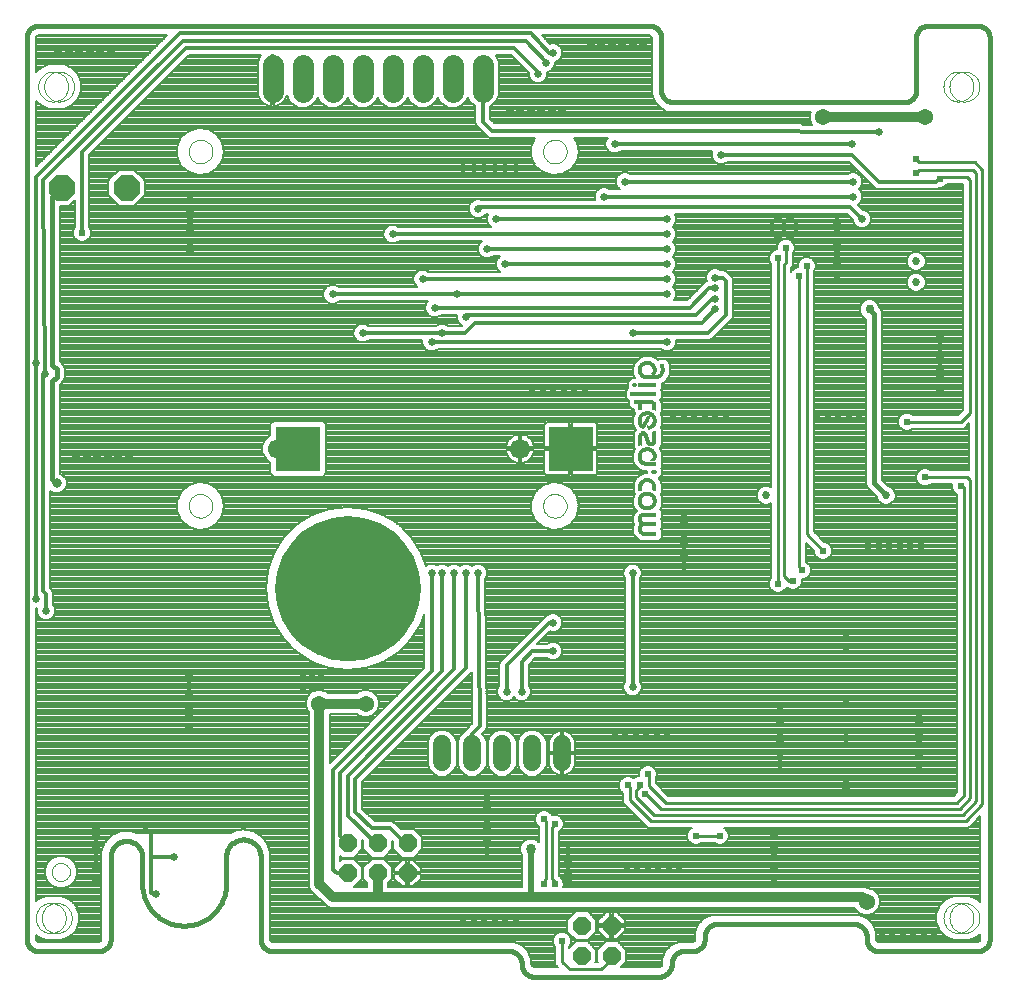
<source format=gbl>
G75*
G70*
%OFA0B0*%
%FSLAX24Y24*%
%IPPOS*%
%LPD*%
%AMOC8*
5,1,8,0,0,1.08239X$1,22.5*
%
%ADD10C,0.0000*%
%ADD11C,0.0160*%
%ADD12R,0.1500X0.1500*%
%ADD13C,0.0675*%
%ADD14C,0.0600*%
%ADD15C,0.0270*%
%ADD16C,0.0700*%
%ADD17OC8,0.0850*%
%ADD18R,0.0002X0.0062*%
%ADD19R,0.0002X0.0105*%
%ADD20R,0.0002X0.0133*%
%ADD21R,0.0002X0.0159*%
%ADD22R,0.0002X0.0179*%
%ADD23R,0.0002X0.0199*%
%ADD24R,0.0002X0.0215*%
%ADD25R,0.0002X0.0229*%
%ADD26R,0.0002X0.0246*%
%ADD27R,0.0002X0.0258*%
%ADD28R,0.0002X0.0272*%
%ADD29R,0.0002X0.0284*%
%ADD30R,0.0002X0.0296*%
%ADD31R,0.0002X0.0308*%
%ADD32R,0.0002X0.0320*%
%ADD33R,0.0002X0.0330*%
%ADD34R,0.0002X0.0340*%
%ADD35R,0.0002X0.0346*%
%ADD36R,0.0002X0.0350*%
%ADD37R,0.0002X0.0350*%
%ADD38R,0.0002X0.0354*%
%ADD39R,0.0002X0.0358*%
%ADD40R,0.0002X0.0360*%
%ADD41R,0.0002X0.0362*%
%ADD42R,0.0002X0.0366*%
%ADD43R,0.0002X0.0368*%
%ADD44R,0.0002X0.0368*%
%ADD45R,0.0002X0.0372*%
%ADD46R,0.0002X0.0374*%
%ADD47R,0.0002X0.0378*%
%ADD48R,0.0002X0.0378*%
%ADD49R,0.0002X0.0380*%
%ADD50R,0.0002X0.0382*%
%ADD51R,0.0002X0.0386*%
%ADD52R,0.0002X0.0386*%
%ADD53R,0.0002X0.0388*%
%ADD54R,0.0002X0.0390*%
%ADD55R,0.0002X0.0392*%
%ADD56R,0.0002X0.0392*%
%ADD57R,0.0002X0.0395*%
%ADD58R,0.0002X0.0397*%
%ADD59R,0.0002X0.0399*%
%ADD60R,0.0002X0.0399*%
%ADD61R,0.0002X0.0401*%
%ADD62R,0.0002X0.0403*%
%ADD63R,0.0002X0.0405*%
%ADD64R,0.0002X0.0405*%
%ADD65R,0.0002X0.0407*%
%ADD66R,0.0002X0.0409*%
%ADD67R,0.0002X0.0409*%
%ADD68R,0.0002X0.0411*%
%ADD69R,0.0002X0.0137*%
%ADD70R,0.0002X0.0213*%
%ADD71R,0.0002X0.0119*%
%ADD72R,0.0002X0.0197*%
%ADD73R,0.0002X0.0105*%
%ADD74R,0.0002X0.0189*%
%ADD75R,0.0002X0.0093*%
%ADD76R,0.0002X0.0181*%
%ADD77R,0.0002X0.0085*%
%ADD78R,0.0002X0.0175*%
%ADD79R,0.0002X0.0074*%
%ADD80R,0.0002X0.0167*%
%ADD81R,0.0002X0.0064*%
%ADD82R,0.0002X0.0163*%
%ADD83R,0.0002X0.0056*%
%ADD84R,0.0002X0.0159*%
%ADD85R,0.0002X0.0048*%
%ADD86R,0.0002X0.0155*%
%ADD87R,0.0002X0.0040*%
%ADD88R,0.0002X0.0151*%
%ADD89R,0.0002X0.0030*%
%ADD90R,0.0002X0.0149*%
%ADD91R,0.0002X0.0022*%
%ADD92R,0.0002X0.0145*%
%ADD93R,0.0002X0.0014*%
%ADD94R,0.0002X0.0143*%
%ADD95R,0.0002X0.0006*%
%ADD96R,0.0002X0.0139*%
%ADD97R,0.0002X0.0137*%
%ADD98R,0.0002X0.0133*%
%ADD99R,0.0002X0.0133*%
%ADD100R,0.0002X0.0129*%
%ADD101R,0.0002X0.0129*%
%ADD102R,0.0002X0.0127*%
%ADD103R,0.0002X0.0127*%
%ADD104R,0.0002X0.0125*%
%ADD105R,0.0002X0.0125*%
%ADD106R,0.0002X0.0123*%
%ADD107R,0.0002X0.0123*%
%ADD108R,0.0002X0.0121*%
%ADD109R,0.0002X0.0121*%
%ADD110R,0.0002X0.0119*%
%ADD111R,0.0002X0.0117*%
%ADD112R,0.0002X0.0115*%
%ADD113R,0.0002X0.0117*%
%ADD114R,0.0002X0.0115*%
%ADD115R,0.0002X0.0115*%
%ADD116R,0.0002X0.0113*%
%ADD117R,0.0002X0.0113*%
%ADD118R,0.0002X0.0113*%
%ADD119R,0.0002X0.0111*%
%ADD120R,0.0002X0.0111*%
%ADD121R,0.0002X0.0109*%
%ADD122R,0.0002X0.0109*%
%ADD123R,0.0002X0.0109*%
%ADD124R,0.0002X0.0107*%
%ADD125R,0.0002X0.0107*%
%ADD126R,0.0002X0.0107*%
%ADD127R,0.0002X0.0107*%
%ADD128R,0.0002X0.0105*%
%ADD129R,0.0002X0.0105*%
%ADD130R,0.0002X0.0105*%
%ADD131R,0.0002X0.0054*%
%ADD132R,0.0002X0.0062*%
%ADD133R,0.0002X0.0062*%
%ADD134R,0.0002X0.0085*%
%ADD135R,0.0002X0.0097*%
%ADD136R,0.0002X0.0093*%
%ADD137R,0.0002X0.0095*%
%ADD138R,0.0002X0.0020*%
%ADD139R,0.0002X0.0125*%
%ADD140R,0.0002X0.0107*%
%ADD141R,0.0002X0.0141*%
%ADD142R,0.0002X0.0133*%
%ADD143R,0.0002X0.0038*%
%ADD144R,0.0002X0.0137*%
%ADD145R,0.0002X0.0141*%
%ADD146R,0.0002X0.0157*%
%ADD147R,0.0002X0.0147*%
%ADD148R,0.0002X0.0050*%
%ADD149R,0.0002X0.0153*%
%ADD150R,0.0002X0.0173*%
%ADD151R,0.0002X0.0169*%
%ADD152R,0.0002X0.0169*%
%ADD153R,0.0002X0.0171*%
%ADD154R,0.0002X0.0185*%
%ADD155R,0.0002X0.0326*%
%ADD156R,0.0002X0.0171*%
%ADD157R,0.0002X0.0070*%
%ADD158R,0.0002X0.0131*%
%ADD159R,0.0002X0.0183*%
%ADD160R,0.0002X0.0183*%
%ADD161R,0.0002X0.0105*%
%ADD162R,0.0002X0.0107*%
%ADD163R,0.0002X0.0183*%
%ADD164R,0.0002X0.0199*%
%ADD165R,0.0002X0.0340*%
%ADD166R,0.0002X0.0181*%
%ADD167R,0.0002X0.0074*%
%ADD168R,0.0002X0.0145*%
%ADD169R,0.0002X0.0195*%
%ADD170R,0.0002X0.0195*%
%ADD171R,0.0002X0.0193*%
%ADD172R,0.0002X0.0211*%
%ADD173R,0.0002X0.0352*%
%ADD174R,0.0002X0.0193*%
%ADD175R,0.0002X0.0083*%
%ADD176R,0.0002X0.0157*%
%ADD177R,0.0002X0.0207*%
%ADD178R,0.0002X0.0205*%
%ADD179R,0.0002X0.0201*%
%ADD180R,0.0002X0.0221*%
%ADD181R,0.0002X0.0360*%
%ADD182R,0.0002X0.0203*%
%ADD183R,0.0002X0.0087*%
%ADD184R,0.0002X0.0165*%
%ADD185R,0.0002X0.0217*%
%ADD186R,0.0002X0.0217*%
%ADD187R,0.0002X0.0207*%
%ADD188R,0.0002X0.0231*%
%ADD189R,0.0002X0.0366*%
%ADD190R,0.0002X0.0091*%
%ADD191R,0.0002X0.0175*%
%ADD192R,0.0002X0.0229*%
%ADD193R,0.0002X0.0225*%
%ADD194R,0.0002X0.0213*%
%ADD195R,0.0002X0.0242*%
%ADD196R,0.0002X0.0372*%
%ADD197R,0.0002X0.0221*%
%ADD198R,0.0002X0.0097*%
%ADD199R,0.0002X0.0238*%
%ADD200R,0.0002X0.0237*%
%ADD201R,0.0002X0.0252*%
%ADD202R,0.0002X0.0378*%
%ADD203R,0.0002X0.0101*%
%ADD204R,0.0002X0.0187*%
%ADD205R,0.0002X0.0248*%
%ADD206R,0.0002X0.0246*%
%ADD207R,0.0002X0.0223*%
%ADD208R,0.0002X0.0260*%
%ADD209R,0.0002X0.0384*%
%ADD210R,0.0002X0.0238*%
%ADD211R,0.0002X0.0254*%
%ADD212R,0.0002X0.0227*%
%ADD213R,0.0002X0.0270*%
%ADD214R,0.0002X0.0246*%
%ADD215R,0.0002X0.0266*%
%ADD216R,0.0002X0.0262*%
%ADD217R,0.0002X0.0231*%
%ADD218R,0.0002X0.0280*%
%ADD219R,0.0002X0.0392*%
%ADD220R,0.0002X0.0252*%
%ADD221R,0.0002X0.0111*%
%ADD222R,0.0002X0.0205*%
%ADD223R,0.0002X0.0274*%
%ADD224R,0.0002X0.0270*%
%ADD225R,0.0002X0.0235*%
%ADD226R,0.0002X0.0288*%
%ADD227R,0.0002X0.0399*%
%ADD228R,0.0002X0.0260*%
%ADD229R,0.0002X0.0282*%
%ADD230R,0.0002X0.0278*%
%ADD231R,0.0002X0.0296*%
%ADD232R,0.0002X0.0215*%
%ADD233R,0.0002X0.0290*%
%ADD234R,0.0002X0.0286*%
%ADD235R,0.0002X0.0241*%
%ADD236R,0.0002X0.0300*%
%ADD237R,0.0002X0.0405*%
%ADD238R,0.0002X0.0272*%
%ADD239R,0.0002X0.0121*%
%ADD240R,0.0002X0.0221*%
%ADD241R,0.0002X0.0298*%
%ADD242R,0.0002X0.0292*%
%ADD243R,0.0002X0.0244*%
%ADD244R,0.0002X0.0308*%
%ADD245R,0.0002X0.0409*%
%ADD246R,0.0002X0.0123*%
%ADD247R,0.0002X0.0304*%
%ADD248R,0.0002X0.0294*%
%ADD249R,0.0002X0.0316*%
%ADD250R,0.0002X0.0411*%
%ADD251R,0.0002X0.0312*%
%ADD252R,0.0002X0.0250*%
%ADD253R,0.0002X0.0324*%
%ADD254R,0.0002X0.0415*%
%ADD255R,0.0002X0.0292*%
%ADD256R,0.0002X0.0233*%
%ADD257R,0.0002X0.0318*%
%ADD258R,0.0002X0.0302*%
%ADD259R,0.0002X0.0328*%
%ADD260R,0.0002X0.0417*%
%ADD261R,0.0002X0.0324*%
%ADD262R,0.0002X0.0256*%
%ADD263R,0.0002X0.0336*%
%ADD264R,0.0002X0.0421*%
%ADD265R,0.0002X0.0131*%
%ADD266R,0.0002X0.0330*%
%ADD267R,0.0002X0.0258*%
%ADD268R,0.0002X0.0340*%
%ADD269R,0.0002X0.0423*%
%ADD270R,0.0002X0.0135*%
%ADD271R,0.0002X0.0338*%
%ADD272R,0.0002X0.0310*%
%ADD273R,0.0002X0.0348*%
%ADD274R,0.0002X0.0425*%
%ADD275R,0.0002X0.0342*%
%ADD276R,0.0002X0.0314*%
%ADD277R,0.0002X0.0262*%
%ADD278R,0.0002X0.0429*%
%ADD279R,0.0002X0.0320*%
%ADD280R,0.0002X0.0316*%
%ADD281R,0.0002X0.0264*%
%ADD282R,0.0002X0.0360*%
%ADD283R,0.0002X0.0431*%
%ADD284R,0.0002X0.0324*%
%ADD285R,0.0002X0.0139*%
%ADD286R,0.0002X0.0256*%
%ADD287R,0.0002X0.0354*%
%ADD288R,0.0002X0.0318*%
%ADD289R,0.0002X0.0266*%
%ADD290R,0.0002X0.0364*%
%ADD291R,0.0002X0.0433*%
%ADD292R,0.0002X0.0139*%
%ADD293R,0.0002X0.0360*%
%ADD294R,0.0002X0.0322*%
%ADD295R,0.0002X0.0268*%
%ADD296R,0.0002X0.0370*%
%ADD297R,0.0002X0.0435*%
%ADD298R,0.0002X0.0330*%
%ADD299R,0.0002X0.0376*%
%ADD300R,0.0002X0.0437*%
%ADD301R,0.0002X0.0332*%
%ADD302R,0.0002X0.0141*%
%ADD303R,0.0002X0.0326*%
%ADD304R,0.0002X0.0272*%
%ADD305R,0.0002X0.0380*%
%ADD306R,0.0002X0.0439*%
%ADD307R,0.0002X0.0334*%
%ADD308R,0.0002X0.0143*%
%ADD309R,0.0002X0.0268*%
%ADD310R,0.0002X0.0376*%
%ADD311R,0.0002X0.0274*%
%ADD312R,0.0002X0.0441*%
%ADD313R,0.0002X0.0382*%
%ADD314R,0.0002X0.0276*%
%ADD315R,0.0002X0.0391*%
%ADD316R,0.0002X0.0443*%
%ADD317R,0.0002X0.0340*%
%ADD318R,0.0002X0.0274*%
%ADD319R,0.0002X0.0334*%
%ADD320R,0.0002X0.0445*%
%ADD321R,0.0002X0.0342*%
%ADD322R,0.0002X0.0278*%
%ADD323R,0.0002X0.0401*%
%ADD324R,0.0002X0.0445*%
%ADD325R,0.0002X0.0344*%
%ADD326R,0.0002X0.0395*%
%ADD327R,0.0002X0.0280*%
%ADD328R,0.0002X0.0447*%
%ADD329R,0.0002X0.0409*%
%ADD330R,0.0002X0.0449*%
%ADD331R,0.0002X0.0348*%
%ADD332R,0.0002X0.0407*%
%ADD333R,0.0002X0.0344*%
%ADD334R,0.0002X0.0415*%
%ADD335R,0.0002X0.0451*%
%ADD336R,0.0002X0.0350*%
%ADD337R,0.0002X0.0411*%
%ADD338R,0.0002X0.0346*%
%ADD339R,0.0002X0.0284*%
%ADD340R,0.0002X0.0419*%
%ADD341R,0.0002X0.0451*%
%ADD342R,0.0002X0.0352*%
%ADD343R,0.0002X0.0290*%
%ADD344R,0.0002X0.0415*%
%ADD345R,0.0002X0.0286*%
%ADD346R,0.0002X0.0423*%
%ADD347R,0.0002X0.0453*%
%ADD348R,0.0002X0.0354*%
%ADD349R,0.0002X0.0292*%
%ADD350R,0.0002X0.0419*%
%ADD351R,0.0002X0.0427*%
%ADD352R,0.0002X0.0455*%
%ADD353R,0.0002X0.0356*%
%ADD354R,0.0002X0.0288*%
%ADD355R,0.0002X0.0431*%
%ADD356R,0.0002X0.0358*%
%ADD357R,0.0002X0.0296*%
%ADD358R,0.0002X0.0290*%
%ADD359R,0.0002X0.0435*%
%ADD360R,0.0002X0.0457*%
%ADD361R,0.0002X0.0300*%
%ADD362R,0.0002X0.0356*%
%ADD363R,0.0002X0.0290*%
%ADD364R,0.0002X0.0439*%
%ADD365R,0.0002X0.0457*%
%ADD366R,0.0002X0.0362*%
%ADD367R,0.0002X0.0302*%
%ADD368R,0.0002X0.0443*%
%ADD369R,0.0002X0.0459*%
%ADD370R,0.0002X0.0304*%
%ADD371R,0.0002X0.0447*%
%ADD372R,0.0002X0.0461*%
%ADD373R,0.0002X0.0306*%
%ADD374R,0.0002X0.0360*%
%ADD375R,0.0002X0.0294*%
%ADD376R,0.0002X0.0461*%
%ADD377R,0.0002X0.0368*%
%ADD378R,0.0002X0.0447*%
%ADD379R,0.0002X0.0463*%
%ADD380R,0.0002X0.0368*%
%ADD381R,0.0002X0.0457*%
%ADD382R,0.0002X0.0455*%
%ADD383R,0.0002X0.0372*%
%ADD384R,0.0002X0.0314*%
%ADD385R,0.0002X0.0203*%
%ADD386R,0.0002X0.0298*%
%ADD387R,0.0002X0.0201*%
%ADD388R,0.0002X0.0201*%
%ADD389R,0.0002X0.0465*%
%ADD390R,0.0002X0.0121*%
%ADD391R,0.0002X0.0316*%
%ADD392R,0.0002X0.0191*%
%ADD393R,0.0002X0.0298*%
%ADD394R,0.0002X0.0189*%
%ADD395R,0.0002X0.0465*%
%ADD396R,0.0002X0.0300*%
%ADD397R,0.0002X0.0181*%
%ADD398R,0.0002X0.0467*%
%ADD399R,0.0002X0.0103*%
%ADD400R,0.0002X0.0320*%
%ADD401R,0.0002X0.0177*%
%ADD402R,0.0002X0.0171*%
%ADD403R,0.0002X0.0079*%
%ADD404R,0.0002X0.0173*%
%ADD405R,0.0002X0.0169*%
%ADD406R,0.0002X0.0467*%
%ADD407R,0.0002X0.0171*%
%ADD408R,0.0002X0.0091*%
%ADD409R,0.0002X0.0324*%
%ADD410R,0.0002X0.0173*%
%ADD411R,0.0002X0.0072*%
%ADD412R,0.0002X0.0469*%
%ADD413R,0.0002X0.0163*%
%ADD414R,0.0002X0.0066*%
%ADD415R,0.0002X0.0165*%
%ADD416R,0.0002X0.0161*%
%ADD417R,0.0002X0.0149*%
%ADD418R,0.0002X0.0163*%
%ADD419R,0.0002X0.0081*%
%ADD420R,0.0002X0.0139*%
%ADD421R,0.0002X0.0076*%
%ADD422R,0.0002X0.0157*%
%ADD423R,0.0002X0.0058*%
%ADD424R,0.0002X0.0159*%
%ADD425R,0.0002X0.0155*%
%ADD426R,0.0002X0.0137*%
%ADD427R,0.0002X0.0159*%
%ADD428R,0.0002X0.0072*%
%ADD429R,0.0002X0.0115*%
%ADD430R,0.0002X0.0195*%
%ADD431R,0.0002X0.0052*%
%ADD432R,0.0002X0.0127*%
%ADD433R,0.0002X0.0153*%
%ADD434R,0.0002X0.0155*%
%ADD435R,0.0002X0.0068*%
%ADD436R,0.0002X0.0189*%
%ADD437R,0.0002X0.0125*%
%ADD438R,0.0002X0.0151*%
%ADD439R,0.0002X0.0064*%
%ADD440R,0.0002X0.0044*%
%ADD441R,0.0002X0.0123*%
%ADD442R,0.0002X0.0103*%
%ADD443R,0.0002X0.0179*%
%ADD444R,0.0002X0.0147*%
%ADD445R,0.0002X0.0040*%
%ADD446R,0.0002X0.0119*%
%ADD447R,0.0002X0.0151*%
%ADD448R,0.0002X0.0125*%
%ADD449R,0.0002X0.0099*%
%ADD450R,0.0002X0.0175*%
%ADD451R,0.0002X0.0145*%
%ADD452R,0.0002X0.0036*%
%ADD453R,0.0002X0.0056*%
%ADD454R,0.0002X0.0095*%
%ADD455R,0.0002X0.0032*%
%ADD456R,0.0002X0.0117*%
%ADD457R,0.0002X0.0052*%
%ADD458R,0.0002X0.0028*%
%ADD459R,0.0002X0.0115*%
%ADD460R,0.0002X0.0050*%
%ADD461R,0.0002X0.0141*%
%ADD462R,0.0002X0.0024*%
%ADD463R,0.0002X0.0113*%
%ADD464R,0.0002X0.0117*%
%ADD465R,0.0002X0.0046*%
%ADD466R,0.0002X0.0163*%
%ADD467R,0.0002X0.0119*%
%ADD468R,0.0002X0.0074*%
%ADD469R,0.0002X0.0143*%
%ADD470R,0.0002X0.0137*%
%ADD471R,0.0002X0.0016*%
%ADD472R,0.0002X0.0042*%
%ADD473R,0.0002X0.0135*%
%ADD474R,0.0002X0.0012*%
%ADD475R,0.0002X0.0038*%
%ADD476R,0.0002X0.0058*%
%ADD477R,0.0002X0.0133*%
%ADD478R,0.0002X0.0010*%
%ADD479R,0.0002X0.0109*%
%ADD480R,0.0002X0.0135*%
%ADD481R,0.0002X0.0115*%
%ADD482R,0.0002X0.0135*%
%ADD483R,0.0002X0.0036*%
%ADD484R,0.0002X0.0153*%
%ADD485R,0.0002X0.0034*%
%ADD486R,0.0002X0.0034*%
%ADD487R,0.0002X0.0002*%
%ADD488R,0.0002X0.0133*%
%ADD489R,0.0002X0.0030*%
%ADD490R,0.0002X0.0149*%
%ADD491R,0.0002X0.0129*%
%ADD492R,0.0002X0.0131*%
%ADD493R,0.0002X0.0028*%
%ADD494R,0.0002X0.0024*%
%ADD495R,0.0002X0.0022*%
%ADD496R,0.0002X0.0020*%
%ADD497R,0.0002X0.0123*%
%ADD498R,0.0002X0.0127*%
%ADD499R,0.0002X0.0018*%
%ADD500R,0.0002X0.0121*%
%ADD501R,0.0002X0.0012*%
%ADD502R,0.0002X0.0127*%
%ADD503R,0.0002X0.0010*%
%ADD504R,0.0002X0.0008*%
%ADD505R,0.0002X0.0006*%
%ADD506R,0.0002X0.0119*%
%ADD507R,0.0002X0.0004*%
%ADD508R,0.0002X0.0002*%
%ADD509R,0.0002X0.0117*%
%ADD510R,0.0002X0.0004*%
%ADD511R,0.0002X0.0111*%
%ADD512R,0.0002X0.0111*%
%ADD513R,0.0002X0.0018*%
%ADD514R,0.0002X0.0109*%
%ADD515R,0.0002X0.0022*%
%ADD516R,0.0002X0.0042*%
%ADD517R,0.0002X0.0046*%
%ADD518R,0.0002X0.0056*%
%ADD519R,0.0002X0.0161*%
%ADD520R,0.0002X0.0070*%
%ADD521R,0.0002X0.0179*%
%ADD522R,0.0002X0.0109*%
%ADD523R,0.0002X0.0185*%
%ADD524R,0.0002X0.0089*%
%ADD525R,0.0002X0.0093*%
%ADD526R,0.0002X0.0099*%
%ADD527R,0.0002X0.0211*%
%ADD528R,0.0002X0.0231*%
%ADD529R,0.0002X0.0240*%
%ADD530R,0.0002X0.0149*%
%ADD531R,0.0002X0.0264*%
%ADD532R,0.0002X0.0268*%
%ADD533R,0.0002X0.0272*%
%ADD534R,0.0002X0.0167*%
%ADD535R,0.0002X0.0068*%
%ADD536R,0.0002X0.0284*%
%ADD537R,0.0002X0.0018*%
%ADD538R,0.0002X0.0185*%
%ADD539R,0.0002X0.0002*%
%ADD540R,0.0002X0.0296*%
%ADD541R,0.0002X0.0197*%
%ADD542R,0.0002X0.0197*%
%ADD543R,0.0002X0.0310*%
%ADD544R,0.0002X0.0199*%
%ADD545R,0.0002X0.0310*%
%ADD546R,0.0002X0.0312*%
%ADD547R,0.0002X0.0312*%
%ADD548R,0.0002X0.0310*%
%ADD549R,0.0002X0.0306*%
%ADD550R,0.0002X0.0199*%
%ADD551R,0.0002X0.0197*%
%ADD552R,0.0002X0.0296*%
%ADD553R,0.0002X0.0254*%
%ADD554R,0.0002X0.0225*%
%ADD555R,0.0002X0.0219*%
%ADD556R,0.0002X0.0157*%
%ADD557R,0.0002X0.0107*%
%ADD558R,0.0002X0.0117*%
%ADD559R,0.0002X0.0197*%
%ADD560R,0.0002X0.0141*%
%ADD561R,0.0002X0.0111*%
%ADD562R,0.0002X0.0119*%
%ADD563R,0.0002X0.0111*%
%ADD564R,0.0002X0.0117*%
%ADD565R,0.0002X0.0107*%
%ADD566R,0.0002X0.0117*%
%ADD567R,0.0002X0.0199*%
%ADD568R,0.0002X0.0137*%
%ADD569R,0.0002X0.0109*%
%ADD570R,0.0002X0.0121*%
%ADD571R,0.0002X0.0123*%
%ADD572R,0.0002X0.0197*%
%ADD573R,0.0002X0.0121*%
%ADD574R,0.0002X0.0197*%
%ADD575R,0.0002X0.0121*%
%ADD576R,0.0002X0.0125*%
%ADD577R,0.0002X0.0119*%
%ADD578R,0.0002X0.0127*%
%ADD579R,0.0002X0.0119*%
%ADD580R,0.0002X0.0123*%
%ADD581R,0.0002X0.0193*%
%ADD582R,0.0002X0.0187*%
%ADD583R,0.0002X0.0131*%
%ADD584R,0.0002X0.0125*%
%ADD585R,0.0002X0.0123*%
%ADD586R,0.0002X0.0177*%
%ADD587R,0.0002X0.0125*%
%ADD588R,0.0002X0.0131*%
%ADD589R,0.0002X0.0127*%
%ADD590R,0.0002X0.0163*%
%ADD591R,0.0002X0.0135*%
%ADD592R,0.0002X0.0129*%
%ADD593R,0.0002X0.0157*%
%ADD594R,0.0002X0.0129*%
%ADD595R,0.0002X0.0135*%
%ADD596R,0.0002X0.0143*%
%ADD597R,0.0002X0.0139*%
%ADD598R,0.0002X0.0135*%
%ADD599R,0.0002X0.0115*%
%ADD600R,0.0002X0.0139*%
%ADD601R,0.0002X0.0133*%
%ADD602R,0.0002X0.0127*%
%ADD603R,0.0002X0.0141*%
%ADD604R,0.0002X0.0135*%
%ADD605R,0.0002X0.0129*%
%ADD606R,0.0002X0.0137*%
%ADD607R,0.0002X0.0147*%
%ADD608R,0.0002X0.0145*%
%ADD609R,0.0002X0.0131*%
%ADD610R,0.0002X0.0141*%
%ADD611R,0.0002X0.0153*%
%ADD612R,0.0002X0.0151*%
%ADD613R,0.0002X0.0143*%
%ADD614R,0.0002X0.0137*%
%ADD615R,0.0002X0.0155*%
%ADD616R,0.0002X0.0159*%
%ADD617R,0.0002X0.0161*%
%ADD618R,0.0002X0.0143*%
%ADD619R,0.0002X0.0147*%
%ADD620R,0.0002X0.0165*%
%ADD621R,0.0002X0.0167*%
%ADD622R,0.0002X0.0167*%
%ADD623R,0.0002X0.0153*%
%ADD624R,0.0002X0.0175*%
%ADD625R,0.0002X0.0149*%
%ADD626R,0.0002X0.0179*%
%ADD627R,0.0002X0.0153*%
%ADD628R,0.0002X0.0151*%
%ADD629R,0.0002X0.0153*%
%ADD630R,0.0002X0.0155*%
%ADD631R,0.0002X0.0183*%
%ADD632R,0.0002X0.0191*%
%ADD633R,0.0002X0.0161*%
%ADD634R,0.0002X0.0195*%
%ADD635R,0.0002X0.0199*%
%ADD636R,0.0002X0.0161*%
%ADD637R,0.0002X0.0163*%
%ADD638R,0.0002X0.0203*%
%ADD639R,0.0002X0.0207*%
%ADD640R,0.0002X0.0167*%
%ADD641R,0.0002X0.0173*%
%ADD642R,0.0002X0.0316*%
%ADD643R,0.0002X0.0171*%
%ADD644R,0.0002X0.0441*%
%ADD645R,0.0002X0.0177*%
%ADD646R,0.0002X0.0322*%
%ADD647R,0.0002X0.0173*%
%ADD648R,0.0002X0.0229*%
%ADD649R,0.0002X0.0171*%
%ADD650R,0.0002X0.0316*%
%ADD651R,0.0002X0.0175*%
%ADD652R,0.0002X0.0441*%
%ADD653R,0.0002X0.0185*%
%ADD654R,0.0002X0.0320*%
%ADD655R,0.0002X0.0147*%
%ADD656R,0.0002X0.0240*%
%ADD657R,0.0002X0.0179*%
%ADD658R,0.0002X0.0264*%
%ADD659R,0.0002X0.0199*%
%ADD660R,0.0002X0.0201*%
%ADD661R,0.0002X0.0439*%
%ADD662R,0.0002X0.0205*%
%ADD663R,0.0002X0.0211*%
%ADD664R,0.0002X0.0201*%
%ADD665R,0.0002X0.0165*%
%ADD666R,0.0002X0.0286*%
%ADD667R,0.0002X0.0449*%
%ADD668R,0.0002X0.0457*%
%ADD669R,0.0002X0.0437*%
%ADD670R,0.0002X0.0473*%
%ADD671R,0.0002X0.0314*%
%ADD672R,0.0002X0.0455*%
%ADD673R,0.0002X0.0702*%
%ADD674R,0.0002X0.0700*%
%ADD675R,0.0002X0.0698*%
%ADD676R,0.0002X0.0445*%
%ADD677R,0.0002X0.0435*%
%ADD678R,0.0002X0.0463*%
%ADD679R,0.0002X0.0308*%
%ADD680R,0.0002X0.0447*%
%ADD681R,0.0002X0.0694*%
%ADD682R,0.0002X0.0435*%
%ADD683R,0.0002X0.0433*%
%ADD684R,0.0002X0.0459*%
%ADD685R,0.0002X0.0306*%
%ADD686R,0.0002X0.0443*%
%ADD687R,0.0002X0.0694*%
%ADD688R,0.0002X0.0431*%
%ADD689R,0.0002X0.0690*%
%ADD690R,0.0002X0.0427*%
%ADD691R,0.0002X0.0686*%
%ADD692R,0.0002X0.0423*%
%ADD693R,0.0002X0.0429*%
%ADD694R,0.0002X0.0431*%
%ADD695R,0.0002X0.0449*%
%ADD696R,0.0002X0.0298*%
%ADD697R,0.0002X0.0686*%
%ADD698R,0.0002X0.0419*%
%ADD699R,0.0002X0.0425*%
%ADD700R,0.0002X0.0429*%
%ADD701R,0.0002X0.0445*%
%ADD702R,0.0002X0.0296*%
%ADD703R,0.0002X0.0427*%
%ADD704R,0.0002X0.0682*%
%ADD705R,0.0002X0.0421*%
%ADD706R,0.0002X0.0441*%
%ADD707R,0.0002X0.0678*%
%ADD708R,0.0002X0.0676*%
%ADD709R,0.0002X0.0407*%
%ADD710R,0.0002X0.0413*%
%ADD711R,0.0002X0.0425*%
%ADD712R,0.0002X0.0433*%
%ADD713R,0.0002X0.0290*%
%ADD714R,0.0002X0.0415*%
%ADD715R,0.0002X0.0336*%
%ADD716R,0.0002X0.0336*%
%ADD717R,0.0002X0.0403*%
%ADD718R,0.0002X0.0423*%
%ADD719R,0.0002X0.0429*%
%ADD720R,0.0002X0.0286*%
%ADD721R,0.0002X0.0411*%
%ADD722R,0.0002X0.0332*%
%ADD723R,0.0002X0.0399*%
%ADD724R,0.0002X0.0328*%
%ADD725R,0.0002X0.0394*%
%ADD726R,0.0002X0.0390*%
%ADD727R,0.0002X0.0397*%
%ADD728R,0.0002X0.0419*%
%ADD729R,0.0002X0.0417*%
%ADD730R,0.0002X0.0278*%
%ADD731R,0.0002X0.0395*%
%ADD732R,0.0002X0.0324*%
%ADD733R,0.0002X0.0386*%
%ADD734R,0.0002X0.0417*%
%ADD735R,0.0002X0.0413*%
%ADD736R,0.0002X0.0276*%
%ADD737R,0.0002X0.0391*%
%ADD738R,0.0002X0.0382*%
%ADD739R,0.0002X0.0316*%
%ADD740R,0.0002X0.0413*%
%ADD741R,0.0002X0.0372*%
%ADD742R,0.0002X0.0396*%
%ADD743R,0.0002X0.0268*%
%ADD744R,0.0002X0.0376*%
%ADD745R,0.0002X0.0372*%
%ADD746R,0.0002X0.0264*%
%ADD747R,0.0002X0.0370*%
%ADD748R,0.0002X0.0304*%
%ADD749R,0.0002X0.0304*%
%ADD750R,0.0002X0.0380*%
%ADD751R,0.0002X0.0352*%
%ADD752R,0.0002X0.0356*%
%ADD753R,0.0002X0.0403*%
%ADD754R,0.0002X0.0376*%
%ADD755R,0.0002X0.0256*%
%ADD756R,0.0002X0.0354*%
%ADD757R,0.0002X0.0294*%
%ADD758R,0.0002X0.0292*%
%ADD759R,0.0002X0.0346*%
%ADD760R,0.0002X0.0350*%
%ADD761R,0.0002X0.0401*%
%ADD762R,0.0002X0.0252*%
%ADD763R,0.0002X0.0350*%
%ADD764R,0.0002X0.0288*%
%ADD765R,0.0002X0.0346*%
%ADD766R,0.0002X0.0364*%
%ADD767R,0.0002X0.0334*%
%ADD768R,0.0002X0.0280*%
%ADD769R,0.0002X0.0328*%
%ADD770R,0.0002X0.0334*%
%ADD771R,0.0002X0.0242*%
%ADD772R,0.0002X0.0330*%
%ADD773R,0.0002X0.0274*%
%ADD774R,0.0002X0.0276*%
%ADD775R,0.0002X0.0324*%
%ADD776R,0.0002X0.0326*%
%ADD777R,0.0002X0.0388*%
%ADD778R,0.0002X0.0237*%
%ADD779R,0.0002X0.0324*%
%ADD780R,0.0002X0.0270*%
%ADD781R,0.0002X0.0270*%
%ADD782R,0.0002X0.0264*%
%ADD783R,0.0002X0.0304*%
%ADD784R,0.0002X0.0380*%
%ADD785R,0.0002X0.0326*%
%ADD786R,0.0002X0.0225*%
%ADD787R,0.0002X0.0254*%
%ADD788R,0.0002X0.0300*%
%ADD789R,0.0002X0.0376*%
%ADD790R,0.0002X0.0221*%
%ADD791R,0.0002X0.0298*%
%ADD792R,0.0002X0.0250*%
%ADD793R,0.0002X0.0248*%
%ADD794R,0.0002X0.0244*%
%ADD795R,0.0002X0.0274*%
%ADD796R,0.0002X0.0362*%
%ADD797R,0.0002X0.0296*%
%ADD798R,0.0002X0.0205*%
%ADD799R,0.0002X0.0229*%
%ADD800R,0.0002X0.0231*%
%ADD801R,0.0002X0.0266*%
%ADD802R,0.0002X0.0358*%
%ADD803R,0.0002X0.0223*%
%ADD804R,0.0002X0.0215*%
%ADD805R,0.0002X0.0209*%
%ADD806R,0.0002X0.0240*%
%ADD807R,0.0002X0.0244*%
%ADD808R,0.0002X0.0340*%
%ADD809R,0.0002X0.0262*%
%ADD810R,0.0002X0.0238*%
%ADD811R,0.0002X0.0229*%
%ADD812R,0.0002X0.0231*%
%ADD813R,0.0002X0.0334*%
%ADD814R,0.0002X0.0173*%
%ADD815R,0.0002X0.0229*%
%ADD816R,0.0002X0.0219*%
%ADD817R,0.0002X0.0223*%
%ADD818R,0.0002X0.0183*%
%ADD819R,0.0002X0.0215*%
%ADD820R,0.0002X0.0195*%
%ADD821R,0.0002X0.0203*%
%ADD822R,0.0002X0.0171*%
%ADD823R,0.0002X0.0187*%
%ADD824R,0.0002X0.0169*%
%ADD825R,0.0002X0.0143*%
%ADD826R,0.0002X0.0155*%
%ADD827R,0.0002X0.0097*%
%ADD828R,0.0002X0.0099*%
%ADD829R,0.0002X0.0095*%
%ADD830R,0.0002X0.0078*%
%ADD831R,0.0002X0.0081*%
%ADD832R,0.0002X0.0072*%
%ADD833R,0.0002X0.0020*%
%ADD834R,0.0002X0.0050*%
%ADD835R,0.0002X0.0060*%
%ADD836R,0.0002X0.0066*%
%ADD837R,0.0002X0.0079*%
%ADD838R,0.0002X0.0089*%
%ADD839R,0.0002X0.0091*%
%ADD840R,0.0002X0.0095*%
%ADD841R,0.0002X0.0099*%
%ADD842R,0.0002X0.0103*%
%ADD843R,0.0002X0.0101*%
%ADD844R,0.0002X0.0087*%
%ADD845R,0.0002X0.0074*%
%ADD846R,0.0002X0.0062*%
%ADD847R,0.0002X0.0054*%
%ADD848R,0.0002X0.0044*%
%ADD849R,0.0002X0.0030*%
%ADD850OC8,0.0600*%
%ADD851C,0.0080*%
%ADD852C,0.0280*%
%ADD853C,0.0260*%
%ADD854C,0.0120*%
%ADD855C,0.0340*%
%ADD856C,0.0540*%
%ADD857C,0.0320*%
%ADD858C,0.0180*%
%ADD859C,0.0340*%
%ADD860C,0.0200*%
%ADD861C,0.0240*%
%ADD862C,0.0100*%
%ADD863C,0.0300*%
%ADD864C,0.0240*%
%ADD865C,0.0356*%
D10*
X001696Y002796D02*
X001698Y002840D01*
X001704Y002884D01*
X001714Y002927D01*
X001727Y002969D01*
X001744Y003010D01*
X001765Y003049D01*
X001789Y003086D01*
X001816Y003121D01*
X001846Y003153D01*
X001879Y003183D01*
X001915Y003209D01*
X001952Y003233D01*
X001992Y003252D01*
X002033Y003269D01*
X002076Y003281D01*
X002119Y003290D01*
X002163Y003295D01*
X002207Y003296D01*
X002251Y003293D01*
X002295Y003286D01*
X002338Y003275D01*
X002380Y003261D01*
X002420Y003243D01*
X002459Y003221D01*
X002495Y003197D01*
X002529Y003169D01*
X002561Y003138D01*
X002590Y003104D01*
X002616Y003068D01*
X002638Y003030D01*
X002657Y002990D01*
X002672Y002948D01*
X002684Y002906D01*
X002692Y002862D01*
X002696Y002818D01*
X002696Y002774D01*
X002692Y002730D01*
X002684Y002686D01*
X002672Y002644D01*
X002657Y002602D01*
X002638Y002562D01*
X002616Y002524D01*
X002590Y002488D01*
X002561Y002454D01*
X002529Y002423D01*
X002495Y002395D01*
X002459Y002371D01*
X002420Y002349D01*
X002380Y002331D01*
X002338Y002317D01*
X002295Y002306D01*
X002251Y002299D01*
X002207Y002296D01*
X002163Y002297D01*
X002119Y002302D01*
X002076Y002311D01*
X002033Y002323D01*
X001992Y002340D01*
X001952Y002359D01*
X001915Y002383D01*
X001879Y002409D01*
X001846Y002439D01*
X001816Y002471D01*
X001789Y002506D01*
X001765Y002543D01*
X001744Y002582D01*
X001727Y002623D01*
X001714Y002665D01*
X001704Y002708D01*
X001698Y002752D01*
X001696Y002796D01*
X001896Y002796D02*
X001898Y002840D01*
X001904Y002884D01*
X001914Y002927D01*
X001927Y002969D01*
X001944Y003010D01*
X001965Y003049D01*
X001989Y003086D01*
X002016Y003121D01*
X002046Y003153D01*
X002079Y003183D01*
X002115Y003209D01*
X002152Y003233D01*
X002192Y003252D01*
X002233Y003269D01*
X002276Y003281D01*
X002319Y003290D01*
X002363Y003295D01*
X002407Y003296D01*
X002451Y003293D01*
X002495Y003286D01*
X002538Y003275D01*
X002580Y003261D01*
X002620Y003243D01*
X002659Y003221D01*
X002695Y003197D01*
X002729Y003169D01*
X002761Y003138D01*
X002790Y003104D01*
X002816Y003068D01*
X002838Y003030D01*
X002857Y002990D01*
X002872Y002948D01*
X002884Y002906D01*
X002892Y002862D01*
X002896Y002818D01*
X002896Y002774D01*
X002892Y002730D01*
X002884Y002686D01*
X002872Y002644D01*
X002857Y002602D01*
X002838Y002562D01*
X002816Y002524D01*
X002790Y002488D01*
X002761Y002454D01*
X002729Y002423D01*
X002695Y002395D01*
X002659Y002371D01*
X002620Y002349D01*
X002580Y002331D01*
X002538Y002317D01*
X002495Y002306D01*
X002451Y002299D01*
X002407Y002296D01*
X002363Y002297D01*
X002319Y002302D01*
X002276Y002311D01*
X002233Y002323D01*
X002192Y002340D01*
X002152Y002359D01*
X002115Y002383D01*
X002079Y002409D01*
X002046Y002439D01*
X002016Y002471D01*
X001989Y002506D01*
X001965Y002543D01*
X001944Y002582D01*
X001927Y002623D01*
X001914Y002665D01*
X001904Y002708D01*
X001898Y002752D01*
X001896Y002796D01*
X002232Y004331D02*
X002234Y004365D01*
X002240Y004399D01*
X002249Y004432D01*
X002263Y004463D01*
X002280Y004493D01*
X002300Y004521D01*
X002323Y004546D01*
X002349Y004569D01*
X002377Y004588D01*
X002407Y004604D01*
X002439Y004616D01*
X002472Y004625D01*
X002506Y004630D01*
X002541Y004631D01*
X002575Y004628D01*
X002608Y004621D01*
X002641Y004611D01*
X002672Y004596D01*
X002701Y004579D01*
X002728Y004558D01*
X002753Y004534D01*
X002775Y004507D01*
X002793Y004479D01*
X002808Y004448D01*
X002820Y004416D01*
X002828Y004382D01*
X002832Y004348D01*
X002832Y004314D01*
X002828Y004280D01*
X002820Y004246D01*
X002808Y004214D01*
X002793Y004183D01*
X002775Y004155D01*
X002753Y004128D01*
X002728Y004104D01*
X002701Y004083D01*
X002672Y004066D01*
X002641Y004051D01*
X002608Y004041D01*
X002575Y004034D01*
X002541Y004031D01*
X002506Y004032D01*
X002472Y004037D01*
X002439Y004046D01*
X002407Y004058D01*
X002377Y004074D01*
X002349Y004093D01*
X002323Y004116D01*
X002300Y004141D01*
X002280Y004169D01*
X002263Y004199D01*
X002249Y004230D01*
X002240Y004263D01*
X002234Y004297D01*
X002232Y004331D01*
X006792Y016535D02*
X006794Y016574D01*
X006800Y016613D01*
X006810Y016651D01*
X006823Y016688D01*
X006840Y016723D01*
X006860Y016757D01*
X006884Y016788D01*
X006911Y016817D01*
X006940Y016843D01*
X006972Y016866D01*
X007006Y016886D01*
X007042Y016902D01*
X007079Y016914D01*
X007118Y016923D01*
X007157Y016928D01*
X007196Y016929D01*
X007235Y016926D01*
X007274Y016919D01*
X007311Y016908D01*
X007348Y016894D01*
X007383Y016876D01*
X007416Y016855D01*
X007447Y016830D01*
X007475Y016803D01*
X007500Y016773D01*
X007522Y016740D01*
X007541Y016706D01*
X007556Y016670D01*
X007568Y016632D01*
X007576Y016594D01*
X007580Y016555D01*
X007580Y016515D01*
X007576Y016476D01*
X007568Y016438D01*
X007556Y016400D01*
X007541Y016364D01*
X007522Y016330D01*
X007500Y016297D01*
X007475Y016267D01*
X007447Y016240D01*
X007416Y016215D01*
X007383Y016194D01*
X007348Y016176D01*
X007311Y016162D01*
X007274Y016151D01*
X007235Y016144D01*
X007196Y016141D01*
X007157Y016142D01*
X007118Y016147D01*
X007079Y016156D01*
X007042Y016168D01*
X007006Y016184D01*
X006972Y016204D01*
X006940Y016227D01*
X006911Y016253D01*
X006884Y016282D01*
X006860Y016313D01*
X006840Y016347D01*
X006823Y016382D01*
X006810Y016419D01*
X006800Y016457D01*
X006794Y016496D01*
X006792Y016535D01*
X006792Y028346D02*
X006794Y028385D01*
X006800Y028424D01*
X006810Y028462D01*
X006823Y028499D01*
X006840Y028534D01*
X006860Y028568D01*
X006884Y028599D01*
X006911Y028628D01*
X006940Y028654D01*
X006972Y028677D01*
X007006Y028697D01*
X007042Y028713D01*
X007079Y028725D01*
X007118Y028734D01*
X007157Y028739D01*
X007196Y028740D01*
X007235Y028737D01*
X007274Y028730D01*
X007311Y028719D01*
X007348Y028705D01*
X007383Y028687D01*
X007416Y028666D01*
X007447Y028641D01*
X007475Y028614D01*
X007500Y028584D01*
X007522Y028551D01*
X007541Y028517D01*
X007556Y028481D01*
X007568Y028443D01*
X007576Y028405D01*
X007580Y028366D01*
X007580Y028326D01*
X007576Y028287D01*
X007568Y028249D01*
X007556Y028211D01*
X007541Y028175D01*
X007522Y028141D01*
X007500Y028108D01*
X007475Y028078D01*
X007447Y028051D01*
X007416Y028026D01*
X007383Y028005D01*
X007348Y027987D01*
X007311Y027973D01*
X007274Y027962D01*
X007235Y027955D01*
X007196Y027952D01*
X007157Y027953D01*
X007118Y027958D01*
X007079Y027967D01*
X007042Y027979D01*
X007006Y027995D01*
X006972Y028015D01*
X006940Y028038D01*
X006911Y028064D01*
X006884Y028093D01*
X006860Y028124D01*
X006840Y028158D01*
X006823Y028193D01*
X006810Y028230D01*
X006800Y028268D01*
X006794Y028307D01*
X006792Y028346D01*
X001974Y030512D02*
X001976Y030556D01*
X001982Y030600D01*
X001992Y030643D01*
X002005Y030685D01*
X002022Y030726D01*
X002043Y030765D01*
X002067Y030802D01*
X002094Y030837D01*
X002124Y030869D01*
X002157Y030899D01*
X002193Y030925D01*
X002230Y030949D01*
X002270Y030968D01*
X002311Y030985D01*
X002354Y030997D01*
X002397Y031006D01*
X002441Y031011D01*
X002485Y031012D01*
X002529Y031009D01*
X002573Y031002D01*
X002616Y030991D01*
X002658Y030977D01*
X002698Y030959D01*
X002737Y030937D01*
X002773Y030913D01*
X002807Y030885D01*
X002839Y030854D01*
X002868Y030820D01*
X002894Y030784D01*
X002916Y030746D01*
X002935Y030706D01*
X002950Y030664D01*
X002962Y030622D01*
X002970Y030578D01*
X002974Y030534D01*
X002974Y030490D01*
X002970Y030446D01*
X002962Y030402D01*
X002950Y030360D01*
X002935Y030318D01*
X002916Y030278D01*
X002894Y030240D01*
X002868Y030204D01*
X002839Y030170D01*
X002807Y030139D01*
X002773Y030111D01*
X002737Y030087D01*
X002698Y030065D01*
X002658Y030047D01*
X002616Y030033D01*
X002573Y030022D01*
X002529Y030015D01*
X002485Y030012D01*
X002441Y030013D01*
X002397Y030018D01*
X002354Y030027D01*
X002311Y030039D01*
X002270Y030056D01*
X002230Y030075D01*
X002193Y030099D01*
X002157Y030125D01*
X002124Y030155D01*
X002094Y030187D01*
X002067Y030222D01*
X002043Y030259D01*
X002022Y030298D01*
X002005Y030339D01*
X001992Y030381D01*
X001982Y030424D01*
X001976Y030468D01*
X001974Y030512D01*
X001774Y030512D02*
X001776Y030556D01*
X001782Y030600D01*
X001792Y030643D01*
X001805Y030685D01*
X001822Y030726D01*
X001843Y030765D01*
X001867Y030802D01*
X001894Y030837D01*
X001924Y030869D01*
X001957Y030899D01*
X001993Y030925D01*
X002030Y030949D01*
X002070Y030968D01*
X002111Y030985D01*
X002154Y030997D01*
X002197Y031006D01*
X002241Y031011D01*
X002285Y031012D01*
X002329Y031009D01*
X002373Y031002D01*
X002416Y030991D01*
X002458Y030977D01*
X002498Y030959D01*
X002537Y030937D01*
X002573Y030913D01*
X002607Y030885D01*
X002639Y030854D01*
X002668Y030820D01*
X002694Y030784D01*
X002716Y030746D01*
X002735Y030706D01*
X002750Y030664D01*
X002762Y030622D01*
X002770Y030578D01*
X002774Y030534D01*
X002774Y030490D01*
X002770Y030446D01*
X002762Y030402D01*
X002750Y030360D01*
X002735Y030318D01*
X002716Y030278D01*
X002694Y030240D01*
X002668Y030204D01*
X002639Y030170D01*
X002607Y030139D01*
X002573Y030111D01*
X002537Y030087D01*
X002498Y030065D01*
X002458Y030047D01*
X002416Y030033D01*
X002373Y030022D01*
X002329Y030015D01*
X002285Y030012D01*
X002241Y030013D01*
X002197Y030018D01*
X002154Y030027D01*
X002111Y030039D01*
X002070Y030056D01*
X002030Y030075D01*
X001993Y030099D01*
X001957Y030125D01*
X001924Y030155D01*
X001894Y030187D01*
X001867Y030222D01*
X001843Y030259D01*
X001822Y030298D01*
X001805Y030339D01*
X001792Y030381D01*
X001782Y030424D01*
X001776Y030468D01*
X001774Y030512D01*
X018603Y028346D02*
X018605Y028385D01*
X018611Y028424D01*
X018621Y028462D01*
X018634Y028499D01*
X018651Y028534D01*
X018671Y028568D01*
X018695Y028599D01*
X018722Y028628D01*
X018751Y028654D01*
X018783Y028677D01*
X018817Y028697D01*
X018853Y028713D01*
X018890Y028725D01*
X018929Y028734D01*
X018968Y028739D01*
X019007Y028740D01*
X019046Y028737D01*
X019085Y028730D01*
X019122Y028719D01*
X019159Y028705D01*
X019194Y028687D01*
X019227Y028666D01*
X019258Y028641D01*
X019286Y028614D01*
X019311Y028584D01*
X019333Y028551D01*
X019352Y028517D01*
X019367Y028481D01*
X019379Y028443D01*
X019387Y028405D01*
X019391Y028366D01*
X019391Y028326D01*
X019387Y028287D01*
X019379Y028249D01*
X019367Y028211D01*
X019352Y028175D01*
X019333Y028141D01*
X019311Y028108D01*
X019286Y028078D01*
X019258Y028051D01*
X019227Y028026D01*
X019194Y028005D01*
X019159Y027987D01*
X019122Y027973D01*
X019085Y027962D01*
X019046Y027955D01*
X019007Y027952D01*
X018968Y027953D01*
X018929Y027958D01*
X018890Y027967D01*
X018853Y027979D01*
X018817Y027995D01*
X018783Y028015D01*
X018751Y028038D01*
X018722Y028064D01*
X018695Y028093D01*
X018671Y028124D01*
X018651Y028158D01*
X018634Y028193D01*
X018621Y028230D01*
X018611Y028268D01*
X018605Y028307D01*
X018603Y028346D01*
X018603Y016535D02*
X018605Y016574D01*
X018611Y016613D01*
X018621Y016651D01*
X018634Y016688D01*
X018651Y016723D01*
X018671Y016757D01*
X018695Y016788D01*
X018722Y016817D01*
X018751Y016843D01*
X018783Y016866D01*
X018817Y016886D01*
X018853Y016902D01*
X018890Y016914D01*
X018929Y016923D01*
X018968Y016928D01*
X019007Y016929D01*
X019046Y016926D01*
X019085Y016919D01*
X019122Y016908D01*
X019159Y016894D01*
X019194Y016876D01*
X019227Y016855D01*
X019258Y016830D01*
X019286Y016803D01*
X019311Y016773D01*
X019333Y016740D01*
X019352Y016706D01*
X019367Y016670D01*
X019379Y016632D01*
X019387Y016594D01*
X019391Y016555D01*
X019391Y016515D01*
X019387Y016476D01*
X019379Y016438D01*
X019367Y016400D01*
X019352Y016364D01*
X019333Y016330D01*
X019311Y016297D01*
X019286Y016267D01*
X019258Y016240D01*
X019227Y016215D01*
X019194Y016194D01*
X019159Y016176D01*
X019122Y016162D01*
X019085Y016151D01*
X019046Y016144D01*
X019007Y016141D01*
X018968Y016142D01*
X018929Y016147D01*
X018890Y016156D01*
X018853Y016168D01*
X018817Y016184D01*
X018783Y016204D01*
X018751Y016227D01*
X018722Y016253D01*
X018695Y016282D01*
X018671Y016313D01*
X018651Y016347D01*
X018634Y016382D01*
X018621Y016419D01*
X018611Y016457D01*
X018605Y016496D01*
X018603Y016535D01*
X031953Y002796D02*
X031955Y002840D01*
X031961Y002884D01*
X031971Y002927D01*
X031984Y002969D01*
X032001Y003010D01*
X032022Y003049D01*
X032046Y003086D01*
X032073Y003121D01*
X032103Y003153D01*
X032136Y003183D01*
X032172Y003209D01*
X032209Y003233D01*
X032249Y003252D01*
X032290Y003269D01*
X032333Y003281D01*
X032376Y003290D01*
X032420Y003295D01*
X032464Y003296D01*
X032508Y003293D01*
X032552Y003286D01*
X032595Y003275D01*
X032637Y003261D01*
X032677Y003243D01*
X032716Y003221D01*
X032752Y003197D01*
X032786Y003169D01*
X032818Y003138D01*
X032847Y003104D01*
X032873Y003068D01*
X032895Y003030D01*
X032914Y002990D01*
X032929Y002948D01*
X032941Y002906D01*
X032949Y002862D01*
X032953Y002818D01*
X032953Y002774D01*
X032949Y002730D01*
X032941Y002686D01*
X032929Y002644D01*
X032914Y002602D01*
X032895Y002562D01*
X032873Y002524D01*
X032847Y002488D01*
X032818Y002454D01*
X032786Y002423D01*
X032752Y002395D01*
X032716Y002371D01*
X032677Y002349D01*
X032637Y002331D01*
X032595Y002317D01*
X032552Y002306D01*
X032508Y002299D01*
X032464Y002296D01*
X032420Y002297D01*
X032376Y002302D01*
X032333Y002311D01*
X032290Y002323D01*
X032249Y002340D01*
X032209Y002359D01*
X032172Y002383D01*
X032136Y002409D01*
X032103Y002439D01*
X032073Y002471D01*
X032046Y002506D01*
X032022Y002543D01*
X032001Y002582D01*
X031984Y002623D01*
X031971Y002665D01*
X031961Y002708D01*
X031955Y002752D01*
X031953Y002796D01*
X032153Y002796D02*
X032155Y002840D01*
X032161Y002884D01*
X032171Y002927D01*
X032184Y002969D01*
X032201Y003010D01*
X032222Y003049D01*
X032246Y003086D01*
X032273Y003121D01*
X032303Y003153D01*
X032336Y003183D01*
X032372Y003209D01*
X032409Y003233D01*
X032449Y003252D01*
X032490Y003269D01*
X032533Y003281D01*
X032576Y003290D01*
X032620Y003295D01*
X032664Y003296D01*
X032708Y003293D01*
X032752Y003286D01*
X032795Y003275D01*
X032837Y003261D01*
X032877Y003243D01*
X032916Y003221D01*
X032952Y003197D01*
X032986Y003169D01*
X033018Y003138D01*
X033047Y003104D01*
X033073Y003068D01*
X033095Y003030D01*
X033114Y002990D01*
X033129Y002948D01*
X033141Y002906D01*
X033149Y002862D01*
X033153Y002818D01*
X033153Y002774D01*
X033149Y002730D01*
X033141Y002686D01*
X033129Y002644D01*
X033114Y002602D01*
X033095Y002562D01*
X033073Y002524D01*
X033047Y002488D01*
X033018Y002454D01*
X032986Y002423D01*
X032952Y002395D01*
X032916Y002371D01*
X032877Y002349D01*
X032837Y002331D01*
X032795Y002317D01*
X032752Y002306D01*
X032708Y002299D01*
X032664Y002296D01*
X032620Y002297D01*
X032576Y002302D01*
X032533Y002311D01*
X032490Y002323D01*
X032449Y002340D01*
X032409Y002359D01*
X032372Y002383D01*
X032336Y002409D01*
X032303Y002439D01*
X032273Y002471D01*
X032246Y002506D01*
X032222Y002543D01*
X032201Y002582D01*
X032184Y002623D01*
X032171Y002665D01*
X032161Y002708D01*
X032155Y002752D01*
X032153Y002796D01*
X031953Y030512D02*
X031955Y030556D01*
X031961Y030600D01*
X031971Y030643D01*
X031984Y030685D01*
X032001Y030726D01*
X032022Y030765D01*
X032046Y030802D01*
X032073Y030837D01*
X032103Y030869D01*
X032136Y030899D01*
X032172Y030925D01*
X032209Y030949D01*
X032249Y030968D01*
X032290Y030985D01*
X032333Y030997D01*
X032376Y031006D01*
X032420Y031011D01*
X032464Y031012D01*
X032508Y031009D01*
X032552Y031002D01*
X032595Y030991D01*
X032637Y030977D01*
X032677Y030959D01*
X032716Y030937D01*
X032752Y030913D01*
X032786Y030885D01*
X032818Y030854D01*
X032847Y030820D01*
X032873Y030784D01*
X032895Y030746D01*
X032914Y030706D01*
X032929Y030664D01*
X032941Y030622D01*
X032949Y030578D01*
X032953Y030534D01*
X032953Y030490D01*
X032949Y030446D01*
X032941Y030402D01*
X032929Y030360D01*
X032914Y030318D01*
X032895Y030278D01*
X032873Y030240D01*
X032847Y030204D01*
X032818Y030170D01*
X032786Y030139D01*
X032752Y030111D01*
X032716Y030087D01*
X032677Y030065D01*
X032637Y030047D01*
X032595Y030033D01*
X032552Y030022D01*
X032508Y030015D01*
X032464Y030012D01*
X032420Y030013D01*
X032376Y030018D01*
X032333Y030027D01*
X032290Y030039D01*
X032249Y030056D01*
X032209Y030075D01*
X032172Y030099D01*
X032136Y030125D01*
X032103Y030155D01*
X032073Y030187D01*
X032046Y030222D01*
X032022Y030259D01*
X032001Y030298D01*
X031984Y030339D01*
X031971Y030381D01*
X031961Y030424D01*
X031955Y030468D01*
X031953Y030512D01*
X032153Y030512D02*
X032155Y030556D01*
X032161Y030600D01*
X032171Y030643D01*
X032184Y030685D01*
X032201Y030726D01*
X032222Y030765D01*
X032246Y030802D01*
X032273Y030837D01*
X032303Y030869D01*
X032336Y030899D01*
X032372Y030925D01*
X032409Y030949D01*
X032449Y030968D01*
X032490Y030985D01*
X032533Y030997D01*
X032576Y031006D01*
X032620Y031011D01*
X032664Y031012D01*
X032708Y031009D01*
X032752Y031002D01*
X032795Y030991D01*
X032837Y030977D01*
X032877Y030959D01*
X032916Y030937D01*
X032952Y030913D01*
X032986Y030885D01*
X033018Y030854D01*
X033047Y030820D01*
X033073Y030784D01*
X033095Y030746D01*
X033114Y030706D01*
X033129Y030664D01*
X033141Y030622D01*
X033149Y030578D01*
X033153Y030534D01*
X033153Y030490D01*
X033149Y030446D01*
X033141Y030402D01*
X033129Y030360D01*
X033114Y030318D01*
X033095Y030278D01*
X033073Y030240D01*
X033047Y030204D01*
X033018Y030170D01*
X032986Y030139D01*
X032952Y030111D01*
X032916Y030087D01*
X032877Y030065D01*
X032837Y030047D01*
X032795Y030033D01*
X032752Y030022D01*
X032708Y030015D01*
X032664Y030012D01*
X032620Y030013D01*
X032576Y030018D01*
X032533Y030027D01*
X032490Y030039D01*
X032449Y030056D01*
X032409Y030075D01*
X032372Y030099D01*
X032336Y030125D01*
X032303Y030155D01*
X032273Y030187D01*
X032246Y030222D01*
X032222Y030259D01*
X032201Y030298D01*
X032184Y030339D01*
X032171Y030381D01*
X032161Y030424D01*
X032155Y030468D01*
X032153Y030512D01*
D11*
X003790Y001690D02*
X001790Y001690D01*
X001751Y001692D01*
X001712Y001698D01*
X001674Y001707D01*
X001637Y001720D01*
X001601Y001737D01*
X001568Y001757D01*
X001536Y001781D01*
X001507Y001807D01*
X001481Y001836D01*
X001457Y001868D01*
X001437Y001901D01*
X001420Y001937D01*
X001407Y001974D01*
X001398Y002012D01*
X001392Y002051D01*
X001390Y002090D01*
X001390Y032140D01*
X001392Y032179D01*
X001398Y032218D01*
X001407Y032256D01*
X001420Y032293D01*
X001437Y032329D01*
X001457Y032362D01*
X001481Y032394D01*
X001507Y032423D01*
X001536Y032449D01*
X001568Y032473D01*
X001601Y032493D01*
X001637Y032510D01*
X001674Y032523D01*
X001712Y032532D01*
X001751Y032538D01*
X001790Y032540D01*
X022140Y032540D01*
X022179Y032538D01*
X022218Y032532D01*
X022256Y032523D01*
X022293Y032510D01*
X022329Y032493D01*
X022362Y032473D01*
X022394Y032449D01*
X022423Y032423D01*
X022449Y032394D01*
X022473Y032362D01*
X022493Y032329D01*
X022510Y032293D01*
X022523Y032256D01*
X022532Y032218D01*
X022538Y032179D01*
X022540Y032140D01*
X022540Y030390D01*
X022542Y030351D01*
X022548Y030312D01*
X022557Y030274D01*
X022570Y030237D01*
X022587Y030201D01*
X022607Y030168D01*
X022631Y030136D01*
X022657Y030107D01*
X022686Y030081D01*
X022718Y030057D01*
X022751Y030037D01*
X022787Y030020D01*
X022824Y030007D01*
X022862Y029998D01*
X022901Y029992D01*
X022940Y029990D01*
X030640Y029990D01*
X030679Y029992D01*
X030718Y029998D01*
X030756Y030007D01*
X030793Y030020D01*
X030829Y030037D01*
X030862Y030057D01*
X030894Y030081D01*
X030923Y030107D01*
X030949Y030136D01*
X030973Y030168D01*
X030993Y030201D01*
X031010Y030237D01*
X031023Y030274D01*
X031032Y030312D01*
X031038Y030351D01*
X031040Y030390D01*
X031040Y032140D01*
X031042Y032179D01*
X031048Y032218D01*
X031057Y032256D01*
X031070Y032293D01*
X031087Y032329D01*
X031107Y032362D01*
X031131Y032394D01*
X031157Y032423D01*
X031186Y032449D01*
X031218Y032473D01*
X031251Y032493D01*
X031287Y032510D01*
X031324Y032523D01*
X031362Y032532D01*
X031401Y032538D01*
X031440Y032540D01*
X033090Y032540D01*
X033129Y032538D01*
X033168Y032532D01*
X033206Y032523D01*
X033243Y032510D01*
X033279Y032493D01*
X033312Y032473D01*
X033344Y032449D01*
X033373Y032423D01*
X033399Y032394D01*
X033423Y032362D01*
X033443Y032329D01*
X033460Y032293D01*
X033473Y032256D01*
X033482Y032218D01*
X033488Y032179D01*
X033490Y032140D01*
X033490Y002090D01*
X033488Y002051D01*
X033482Y002012D01*
X033473Y001974D01*
X033460Y001937D01*
X033443Y001901D01*
X033423Y001868D01*
X033399Y001836D01*
X033373Y001807D01*
X033344Y001781D01*
X033312Y001757D01*
X033279Y001737D01*
X033243Y001720D01*
X033206Y001707D01*
X033168Y001698D01*
X033129Y001692D01*
X033090Y001690D01*
X029790Y001690D01*
X029751Y001692D01*
X029712Y001698D01*
X029674Y001707D01*
X029637Y001720D01*
X029601Y001737D01*
X029568Y001757D01*
X029536Y001781D01*
X029507Y001807D01*
X029481Y001836D01*
X029457Y001868D01*
X029437Y001901D01*
X029420Y001937D01*
X029407Y001974D01*
X029398Y002012D01*
X029392Y002051D01*
X029390Y002090D01*
X029390Y002190D01*
X029388Y002229D01*
X029382Y002268D01*
X029373Y002306D01*
X029360Y002343D01*
X029343Y002379D01*
X029323Y002412D01*
X029299Y002444D01*
X029273Y002473D01*
X029244Y002499D01*
X029212Y002523D01*
X029179Y002543D01*
X029143Y002560D01*
X029106Y002573D01*
X029068Y002582D01*
X029029Y002588D01*
X028990Y002590D01*
X024390Y002590D01*
X024351Y002588D01*
X024312Y002582D01*
X024274Y002573D01*
X024237Y002560D01*
X024201Y002543D01*
X024168Y002523D01*
X024136Y002499D01*
X024107Y002473D01*
X024081Y002444D01*
X024057Y002412D01*
X024037Y002379D01*
X024020Y002343D01*
X024007Y002306D01*
X023998Y002268D01*
X023992Y002229D01*
X023990Y002190D01*
X023990Y002090D01*
X023988Y002051D01*
X023982Y002012D01*
X023973Y001974D01*
X023960Y001937D01*
X023943Y001901D01*
X023923Y001868D01*
X023899Y001836D01*
X023873Y001807D01*
X023844Y001781D01*
X023812Y001757D01*
X023779Y001737D01*
X023743Y001720D01*
X023706Y001707D01*
X023668Y001698D01*
X023629Y001692D01*
X023590Y001690D01*
X023290Y001690D01*
X023251Y001688D01*
X023212Y001682D01*
X023174Y001673D01*
X023137Y001660D01*
X023101Y001643D01*
X023068Y001623D01*
X023036Y001599D01*
X023007Y001573D01*
X022981Y001544D01*
X022957Y001512D01*
X022937Y001479D01*
X022920Y001443D01*
X022907Y001406D01*
X022898Y001368D01*
X022892Y001329D01*
X022890Y001290D01*
X022891Y001251D01*
X022888Y001211D01*
X022881Y001173D01*
X022871Y001135D01*
X022857Y001098D01*
X022840Y001062D01*
X022819Y001029D01*
X022796Y000997D01*
X022770Y000968D01*
X022741Y000941D01*
X022710Y000917D01*
X022677Y000895D01*
X022642Y000877D01*
X022605Y000863D01*
X022568Y000852D01*
X022529Y000844D01*
X022490Y000840D01*
X018290Y000840D01*
X018251Y000844D01*
X018212Y000852D01*
X018175Y000863D01*
X018138Y000877D01*
X018103Y000895D01*
X018070Y000917D01*
X018039Y000941D01*
X018010Y000968D01*
X017984Y000997D01*
X017961Y001029D01*
X017940Y001062D01*
X017923Y001098D01*
X017909Y001135D01*
X017899Y001173D01*
X017892Y001211D01*
X017889Y001251D01*
X017890Y001290D01*
X017888Y001329D01*
X017882Y001368D01*
X017873Y001406D01*
X017860Y001443D01*
X017843Y001479D01*
X017823Y001512D01*
X017799Y001544D01*
X017773Y001573D01*
X017744Y001599D01*
X017712Y001623D01*
X017679Y001643D01*
X017643Y001660D01*
X017606Y001673D01*
X017568Y001682D01*
X017529Y001688D01*
X017490Y001690D01*
X009590Y001690D01*
X009551Y001692D01*
X009512Y001698D01*
X009474Y001707D01*
X009437Y001720D01*
X009401Y001737D01*
X009368Y001757D01*
X009336Y001781D01*
X009307Y001807D01*
X009281Y001836D01*
X009257Y001868D01*
X009237Y001901D01*
X009220Y001937D01*
X009207Y001974D01*
X009198Y002012D01*
X009192Y002051D01*
X009190Y002090D01*
X009190Y004840D01*
X009188Y004886D01*
X009183Y004932D01*
X009173Y004978D01*
X009160Y005022D01*
X009144Y005065D01*
X009124Y005107D01*
X009101Y005147D01*
X009075Y005185D01*
X009045Y005221D01*
X009013Y005255D01*
X008979Y005285D01*
X008942Y005313D01*
X008903Y005338D01*
X008861Y005359D01*
X008819Y005378D01*
X008775Y005392D01*
X008730Y005403D01*
X008684Y005411D01*
X008638Y005415D01*
X008592Y005415D01*
X008546Y005411D01*
X008500Y005403D01*
X008455Y005392D01*
X008411Y005378D01*
X008369Y005359D01*
X008327Y005338D01*
X008288Y005313D01*
X008251Y005285D01*
X008217Y005255D01*
X008185Y005221D01*
X008155Y005185D01*
X008129Y005147D01*
X008106Y005107D01*
X008086Y005065D01*
X008070Y005022D01*
X008057Y004978D01*
X008047Y004932D01*
X008042Y004886D01*
X008040Y004840D01*
X008040Y003940D01*
X008038Y003867D01*
X008032Y003794D01*
X008023Y003721D01*
X008009Y003649D01*
X007992Y003578D01*
X007971Y003507D01*
X007947Y003438D01*
X007919Y003371D01*
X007887Y003304D01*
X007852Y003240D01*
X007814Y003178D01*
X007773Y003117D01*
X007728Y003059D01*
X007680Y003003D01*
X007630Y002950D01*
X007577Y002900D01*
X007521Y002852D01*
X007463Y002807D01*
X007402Y002766D01*
X007340Y002728D01*
X007276Y002693D01*
X007209Y002661D01*
X007142Y002633D01*
X007073Y002609D01*
X007002Y002588D01*
X006931Y002571D01*
X006859Y002557D01*
X006786Y002548D01*
X006713Y002542D01*
X006640Y002540D01*
X006567Y002542D01*
X006494Y002548D01*
X006421Y002557D01*
X006349Y002571D01*
X006278Y002588D01*
X006207Y002609D01*
X006138Y002633D01*
X006071Y002661D01*
X006004Y002693D01*
X005940Y002728D01*
X005878Y002766D01*
X005817Y002807D01*
X005759Y002852D01*
X005703Y002900D01*
X005650Y002950D01*
X005600Y003003D01*
X005552Y003059D01*
X005507Y003117D01*
X005466Y003178D01*
X005428Y003240D01*
X005393Y003304D01*
X005361Y003371D01*
X005333Y003438D01*
X005309Y003507D01*
X005288Y003578D01*
X005271Y003649D01*
X005257Y003721D01*
X005248Y003794D01*
X005242Y003867D01*
X005240Y003940D01*
X005240Y004840D01*
X005238Y004885D01*
X005232Y004929D01*
X005223Y004972D01*
X005210Y005015D01*
X005193Y005056D01*
X005173Y005096D01*
X005150Y005134D01*
X005123Y005170D01*
X005094Y005203D01*
X005062Y005234D01*
X005027Y005262D01*
X004990Y005287D01*
X004951Y005309D01*
X004911Y005327D01*
X004869Y005342D01*
X004826Y005353D01*
X004782Y005361D01*
X004737Y005365D01*
X004693Y005365D01*
X004648Y005361D01*
X004604Y005353D01*
X004561Y005342D01*
X004519Y005327D01*
X004479Y005309D01*
X004440Y005287D01*
X004403Y005262D01*
X004368Y005234D01*
X004336Y005203D01*
X004307Y005170D01*
X004280Y005134D01*
X004257Y005096D01*
X004237Y005056D01*
X004220Y005015D01*
X004207Y004972D01*
X004198Y004929D01*
X004192Y004885D01*
X004190Y004840D01*
X004190Y002090D01*
X004188Y002051D01*
X004182Y002012D01*
X004173Y001974D01*
X004160Y001937D01*
X004143Y001901D01*
X004123Y001868D01*
X004099Y001836D01*
X004073Y001807D01*
X004044Y001781D01*
X004012Y001757D01*
X003979Y001737D01*
X003943Y001720D01*
X003906Y001707D01*
X003868Y001698D01*
X003829Y001692D01*
X003790Y001690D01*
X029490Y023090D02*
X029640Y022940D01*
X029640Y017290D01*
X030040Y016890D01*
D12*
X019525Y018440D03*
X010446Y018440D03*
D13*
X009769Y018440D03*
X017840Y018440D03*
D14*
X018240Y008590D02*
X018240Y007990D01*
X017240Y007990D02*
X017240Y008590D01*
X016240Y008590D02*
X016240Y007990D01*
X015240Y007990D02*
X015240Y008590D01*
X019240Y008590D02*
X019240Y007990D01*
D15*
X026040Y016890D03*
X030040Y016890D03*
X031040Y023990D03*
X031040Y024690D03*
D16*
X016592Y030337D02*
X016592Y031037D01*
X016592Y031237D02*
X016592Y030537D01*
X015592Y030537D02*
X015592Y031237D01*
X015592Y031037D02*
X015592Y030337D01*
X014592Y030337D02*
X014592Y031037D01*
X014592Y031237D02*
X014592Y030537D01*
X013592Y030537D02*
X013592Y031237D01*
X013592Y031037D02*
X013592Y030337D01*
X012592Y030337D02*
X012592Y031037D01*
X012592Y031237D02*
X012592Y030537D01*
X011592Y030537D02*
X011592Y031237D01*
X011592Y031037D02*
X011592Y030337D01*
X010592Y030337D02*
X010592Y031037D01*
X010592Y031237D02*
X010592Y030537D01*
X009592Y030537D02*
X009592Y031237D01*
X009592Y031037D02*
X009592Y030337D01*
D17*
X004720Y027140D03*
X002560Y027140D03*
D18*
X022658Y021072D03*
D19*
X022656Y021073D03*
X022442Y020831D03*
X022440Y020831D03*
X022434Y020829D03*
X022432Y020829D03*
X022368Y017667D03*
D20*
X021943Y016890D03*
X021943Y016496D03*
X021943Y019573D03*
X021943Y020868D03*
X022654Y021075D03*
D21*
X022652Y021076D03*
X022277Y021215D03*
X021800Y019375D03*
X022277Y019210D03*
X021913Y018347D03*
X022384Y018192D03*
X022255Y017320D03*
D22*
X021901Y018327D03*
X022650Y021078D03*
D23*
X022648Y021078D03*
X022106Y019432D03*
X022086Y019395D03*
X022076Y019377D03*
X022058Y019345D03*
X022036Y019305D03*
X022026Y019287D03*
X022018Y019273D03*
X022006Y019250D03*
X021996Y019232D03*
X021988Y019218D03*
X021977Y019200D03*
X022366Y017153D03*
D24*
X022646Y021080D03*
D25*
X022644Y021081D03*
X022036Y018871D03*
X021833Y017168D03*
X022354Y017168D03*
D26*
X022642Y021081D03*
D27*
X022640Y021083D03*
X021818Y021055D03*
X022046Y018851D03*
X022130Y018692D03*
X022338Y017182D03*
X022368Y016693D03*
X021818Y016693D03*
X021849Y017182D03*
D28*
X022638Y021084D03*
D29*
X022636Y021084D03*
X022058Y018826D03*
X022354Y018196D03*
X022320Y017195D03*
X021867Y017195D03*
D30*
X022634Y021086D03*
D31*
X022632Y021086D03*
X022346Y021070D03*
X021833Y021056D03*
X022074Y018796D03*
X022076Y018791D03*
X022100Y018749D03*
X022346Y018196D03*
D32*
X022630Y021088D03*
D33*
X022628Y021089D03*
D34*
X022626Y021090D03*
D35*
X022624Y021089D03*
X021816Y018732D03*
X022322Y018207D03*
D36*
X022622Y021087D03*
D37*
X022620Y021085D03*
X022342Y016693D03*
D38*
X022618Y021083D03*
D39*
X022616Y021081D03*
X022304Y021095D03*
X021841Y018173D03*
D40*
X022614Y021080D03*
D41*
X022612Y021077D03*
X021851Y021057D03*
D42*
X021853Y021057D03*
X022609Y021075D03*
D43*
X022607Y021074D03*
D44*
X022605Y021072D03*
D45*
X022603Y021070D03*
X021827Y018745D03*
D46*
X022601Y021069D03*
D47*
X022599Y021067D03*
D48*
X022597Y021065D03*
X021855Y019376D03*
D49*
X022595Y021064D03*
D50*
X022593Y021063D03*
D51*
X022591Y021061D03*
X022330Y019374D03*
X021859Y019376D03*
X021835Y018752D03*
X021851Y018173D03*
X021859Y016693D03*
X022328Y016693D03*
D52*
X022589Y021059D03*
D53*
X022587Y021058D03*
X022366Y018814D03*
D54*
X022585Y021057D03*
D55*
X022583Y021056D03*
X021861Y019377D03*
X021853Y018174D03*
D56*
X021839Y018755D03*
X022581Y021054D03*
D57*
X022579Y021053D03*
D58*
X022577Y021052D03*
X022326Y019375D03*
D59*
X022575Y021051D03*
D60*
X022573Y021049D03*
D61*
X022571Y021048D03*
X021865Y019377D03*
X022360Y018808D03*
X021857Y018174D03*
X021865Y016694D03*
X022322Y016694D03*
D62*
X022569Y021047D03*
D63*
X022567Y021046D03*
D64*
X022565Y021044D03*
D65*
X022563Y021043D03*
D66*
X022561Y021042D03*
D67*
X022559Y021040D03*
X021869Y019377D03*
X021853Y018763D03*
D68*
X021855Y018764D03*
X022557Y021039D03*
D69*
X022555Y021176D03*
X022523Y020878D03*
X022257Y021240D03*
X021929Y021240D03*
X022255Y019185D03*
X022298Y017667D03*
X022231Y017345D03*
X021955Y017345D03*
D70*
X021907Y017273D03*
X022279Y017273D03*
X022030Y018883D03*
X022555Y020940D03*
D71*
X022497Y020857D03*
X022553Y021185D03*
X021986Y020843D03*
X021796Y021054D03*
X021700Y020551D03*
X021647Y020551D03*
X021988Y019601D03*
X022195Y019603D03*
X022197Y019603D03*
X022199Y019601D03*
X022181Y019144D03*
X022179Y019144D03*
X021979Y018949D03*
X022261Y018594D03*
X022213Y018393D03*
X021996Y018405D03*
X021988Y018401D03*
X021986Y018401D03*
X022279Y017666D03*
X022360Y017666D03*
X022187Y017372D03*
X022183Y017374D03*
X022181Y017374D03*
X022010Y017376D03*
X022006Y017374D03*
X022004Y017374D03*
X022002Y017372D03*
X021996Y017370D03*
X021994Y016920D03*
X021988Y016918D03*
X022189Y016922D03*
X022195Y016920D03*
X022197Y016918D03*
X022199Y016918D03*
X022201Y016471D03*
X022197Y016469D03*
X022195Y016469D03*
X022191Y016467D03*
X022187Y016465D03*
X021996Y016467D03*
X021994Y016467D03*
X021986Y016471D03*
X021937Y016231D03*
X021971Y015921D03*
X021977Y015921D03*
X021937Y015611D03*
X021939Y015609D03*
D72*
X021979Y019203D03*
X022004Y019247D03*
X022010Y019257D03*
X022014Y019266D03*
X022022Y019280D03*
X022034Y019302D03*
X022042Y019316D03*
X022044Y019320D03*
X022050Y019330D03*
X022052Y019334D03*
X022054Y019338D03*
X022060Y019348D03*
X022062Y019352D03*
X022068Y019362D03*
X022070Y019366D03*
X022078Y019380D03*
X022084Y019392D03*
X022090Y019402D03*
X022094Y019410D03*
X022098Y019416D03*
X022102Y019425D03*
X022553Y020930D03*
D73*
X022430Y020829D03*
X022551Y021190D03*
D74*
X022551Y020924D03*
D75*
X022549Y021196D03*
D76*
X022549Y020918D03*
X021967Y019191D03*
X021814Y017144D03*
D77*
X022122Y019143D03*
X022157Y019465D03*
X022285Y020958D03*
X022547Y021200D03*
D78*
X022547Y020913D03*
X021808Y016090D03*
D79*
X022545Y021205D03*
D80*
X022281Y021209D03*
X022545Y020909D03*
X021905Y019222D03*
X022012Y018916D03*
X021907Y018337D03*
X021905Y016847D03*
X021905Y016539D03*
X022281Y016539D03*
X022281Y016847D03*
D81*
X022543Y021208D03*
D82*
X022543Y020905D03*
D83*
X022541Y021212D03*
D84*
X022541Y020901D03*
X021911Y020899D03*
X021911Y019540D03*
X021911Y019214D03*
X021911Y016857D03*
X021911Y016529D03*
D85*
X022271Y020940D03*
X022539Y021216D03*
D86*
X022273Y021221D03*
X022539Y020899D03*
X021915Y020895D03*
X021915Y019546D03*
X022126Y019446D03*
X022271Y019546D03*
X021915Y018349D03*
X021913Y016859D03*
X021913Y016527D03*
X022273Y016527D03*
X022273Y016859D03*
X021804Y016090D03*
X021804Y015752D03*
D87*
X022537Y021220D03*
D88*
X022537Y020895D03*
X022269Y019548D03*
X022173Y018614D03*
X021937Y017326D03*
X021937Y015921D03*
X021899Y015641D03*
D89*
X022535Y021223D03*
D90*
X022535Y020892D03*
X021925Y019199D03*
D91*
X022533Y021227D03*
D92*
X022533Y020890D03*
X021927Y019559D03*
X021927Y018362D03*
X021943Y017333D03*
X021806Y017126D03*
X021903Y016206D03*
X021903Y015636D03*
D93*
X022229Y018041D03*
X022231Y018041D03*
X022187Y019484D03*
X022531Y021231D03*
D94*
X022263Y021233D03*
X022531Y020887D03*
X022529Y020885D03*
X021929Y020879D03*
X022261Y018357D03*
X022310Y017666D03*
X022312Y017666D03*
X022314Y017666D03*
X022318Y017666D03*
X022320Y017666D03*
X022322Y017666D03*
X022326Y017666D03*
X022328Y017666D03*
X022330Y017666D03*
X022239Y017338D03*
X022257Y016877D03*
X021929Y016877D03*
D95*
X022249Y020919D03*
X022529Y021235D03*
D96*
X022527Y020883D03*
X021925Y021235D03*
X021933Y016881D03*
D97*
X022525Y020880D03*
X021927Y021238D03*
D98*
X022249Y021248D03*
X022521Y020876D03*
X021945Y020866D03*
X021945Y019575D03*
X022241Y019575D03*
X022245Y019177D03*
X021994Y018939D03*
X022273Y018603D03*
X022247Y018370D03*
X021947Y018378D03*
X021796Y018175D03*
X021937Y017977D03*
X021939Y017975D03*
X021963Y017351D03*
X021961Y017349D03*
X022223Y017351D03*
X022225Y017349D03*
X022245Y016498D03*
X021913Y016216D03*
X021913Y015626D03*
X021915Y015624D03*
D99*
X021941Y016888D03*
X022519Y020874D03*
D100*
X022517Y020872D03*
X021951Y020862D03*
X021678Y020552D03*
X021670Y020552D03*
X021951Y019579D03*
X021992Y018941D03*
X021951Y016896D03*
X021919Y016220D03*
D101*
X021955Y016488D03*
X022229Y016486D03*
X022231Y016488D03*
X022231Y016898D03*
X022229Y016900D03*
X021955Y016898D03*
X021969Y017355D03*
X021971Y017357D03*
X022215Y017357D03*
X022217Y017355D03*
X021945Y017971D03*
X021955Y018384D03*
X021961Y018388D03*
X022237Y018378D03*
X022239Y018376D03*
X022271Y018601D03*
X022187Y018599D03*
X021913Y018939D03*
X022229Y019167D03*
X022233Y019169D03*
X022233Y019581D03*
X021953Y019581D03*
X021680Y020552D03*
X021676Y020552D03*
X021672Y020552D03*
X021953Y020860D03*
X021955Y020860D03*
X021939Y021248D03*
X022241Y021254D03*
X022515Y020870D03*
D102*
X022513Y020869D03*
X021961Y020855D03*
X021945Y021253D03*
X021961Y019587D03*
X022225Y019587D03*
X022229Y019585D03*
X022231Y019168D03*
X022221Y019162D03*
X022217Y019160D03*
X021915Y018940D03*
X022191Y018596D03*
X022233Y018381D03*
X022285Y017666D03*
X022352Y017666D03*
X022354Y017666D03*
X022209Y017360D03*
X022213Y017358D03*
X021977Y017360D03*
X021923Y016223D03*
X021921Y016223D03*
X021921Y015619D03*
D103*
X021973Y017358D03*
X021990Y018942D03*
X021957Y019585D03*
X021965Y020853D03*
X021949Y021255D03*
X022511Y020867D03*
D104*
X022509Y020866D03*
X021967Y020852D03*
X021951Y021256D03*
X021967Y018392D03*
X021967Y016480D03*
X021927Y015616D03*
D105*
X021923Y015618D03*
X021971Y016478D03*
X021963Y016482D03*
X022215Y016478D03*
X022221Y016482D03*
X022223Y016482D03*
X022207Y017361D03*
X022205Y017363D03*
X022201Y017365D03*
X021986Y017365D03*
X021979Y017361D03*
X021953Y017965D03*
X021969Y018392D03*
X021971Y018394D03*
X022225Y018386D03*
X022229Y018384D03*
X022231Y018382D03*
X021988Y018943D03*
X022207Y019155D03*
X022215Y019159D03*
X022223Y019588D03*
X022221Y019590D03*
X022217Y019592D03*
X021969Y019592D03*
X021963Y019588D03*
X021963Y020854D03*
X021947Y021254D03*
X021953Y021258D03*
X022237Y021258D03*
X022239Y021256D03*
X022507Y020864D03*
D106*
X022505Y020863D03*
X021971Y020849D03*
X021969Y020851D03*
X021971Y019593D03*
X022213Y019595D03*
X022215Y019593D03*
X022213Y019158D03*
X022209Y019156D03*
X022205Y019154D03*
X022201Y019152D03*
X022199Y019152D03*
X022195Y018594D03*
X021977Y018397D03*
X021955Y017964D03*
X022281Y017666D03*
X022195Y017368D03*
X022199Y017366D03*
X021988Y017366D03*
X021971Y016910D03*
X022213Y016910D03*
X022215Y016910D03*
X022217Y016479D03*
X022213Y016477D03*
X022209Y016475D03*
X021977Y016475D03*
X021969Y016479D03*
D107*
X021965Y015921D03*
X022503Y020861D03*
X021957Y021261D03*
D108*
X021984Y020844D03*
X022501Y020860D03*
X021984Y019600D03*
X021984Y016472D03*
X021935Y016230D03*
X021935Y015612D03*
D109*
X021931Y016228D03*
X021988Y016470D03*
X022199Y016470D03*
X022205Y016472D03*
X022201Y016917D03*
X021986Y016917D03*
X021994Y017369D03*
X022189Y017371D03*
X022191Y017371D03*
X022217Y018390D03*
X022215Y018392D03*
X022263Y018595D03*
X022183Y019145D03*
X022187Y019147D03*
X022189Y019147D03*
X022191Y019149D03*
X022197Y019151D03*
X022390Y019376D03*
X022141Y019455D03*
X022209Y019596D03*
X022207Y019598D03*
X022205Y019598D03*
X022201Y019600D03*
X021986Y019600D03*
X021979Y019598D03*
X021977Y019596D03*
X021651Y020552D03*
X021977Y020846D03*
X021979Y020846D03*
X021988Y020842D03*
X021963Y021264D03*
X022499Y020858D03*
D110*
X022495Y020855D03*
X021990Y020841D03*
X021698Y020551D03*
X021649Y020551D03*
X021990Y019603D03*
X021990Y018403D03*
X021965Y017958D03*
X021998Y016922D03*
X021990Y016918D03*
X021990Y016469D03*
X021973Y015921D03*
X021941Y015609D03*
D111*
X021943Y015608D03*
X022000Y016923D03*
X021975Y017953D03*
X021967Y017957D03*
X022000Y018406D03*
X021975Y018950D03*
X021927Y018948D03*
X021702Y020552D03*
X021992Y020840D03*
X021984Y021274D03*
X021992Y021278D03*
X022493Y020854D03*
D112*
X022491Y020853D03*
X022020Y020830D03*
X022018Y020830D03*
X022006Y020834D03*
X021704Y020551D03*
X021643Y020551D03*
X021994Y021279D03*
X021996Y021279D03*
X022201Y021279D03*
X022205Y021277D03*
X022207Y021275D03*
X022209Y021275D03*
X022213Y021273D03*
X022141Y019619D03*
X022151Y019617D03*
X022159Y019615D03*
X022163Y019615D03*
X022165Y019613D03*
X022167Y019613D03*
X022173Y019611D03*
X022175Y019611D03*
X022179Y019609D03*
X022046Y019619D03*
X022036Y019617D03*
X022034Y019617D03*
X022028Y019615D03*
X022026Y019615D03*
X022022Y019613D03*
X022020Y019613D03*
X022018Y019613D03*
X022014Y019611D03*
X022012Y019611D03*
X022141Y019134D03*
X022143Y019134D03*
X022149Y019136D03*
X022151Y019136D03*
X022159Y019138D03*
X021971Y018951D03*
X021939Y018951D03*
X021937Y018951D03*
X021931Y018949D03*
X022209Y018588D03*
X022187Y018405D03*
X022191Y018403D03*
X022195Y018401D03*
X022197Y018401D03*
X022201Y018399D03*
X022014Y018411D03*
X022012Y018411D03*
X022006Y018409D03*
X022002Y018407D03*
X022390Y018190D03*
X021977Y017952D03*
X022362Y017666D03*
X022159Y017383D03*
X022157Y017383D03*
X022151Y017385D03*
X022149Y017385D03*
X022143Y017387D03*
X022141Y017387D03*
X022046Y017387D03*
X022044Y017387D03*
X022038Y017385D03*
X022036Y017385D03*
X022034Y017385D03*
X022030Y017383D03*
X022028Y017383D03*
X022026Y017383D03*
X022038Y016934D03*
X022030Y016932D03*
X022028Y016932D03*
X022022Y016930D03*
X022020Y016930D03*
X022018Y016928D03*
X022014Y016928D03*
X022010Y016926D03*
X022004Y016924D03*
X022147Y016934D03*
X022149Y016934D03*
X022155Y016932D03*
X022157Y016932D03*
X022159Y016932D03*
X022163Y016930D03*
X022165Y016930D03*
X022167Y016930D03*
X022171Y016928D03*
X022173Y016928D03*
X022183Y016924D03*
X022171Y016459D03*
X022167Y016459D03*
X022165Y016457D03*
X022163Y016457D03*
X022155Y016455D03*
X022143Y016453D03*
X022044Y016453D03*
X022034Y016455D03*
X022026Y016457D03*
X022022Y016457D03*
X022020Y016459D03*
X022018Y016459D03*
X021953Y016237D03*
X021986Y015921D03*
X021988Y015921D03*
X021955Y015603D03*
D113*
X021945Y015608D03*
X021979Y015920D03*
X022002Y016464D03*
X022004Y016464D03*
X022183Y016464D03*
X022189Y016466D03*
X022390Y016693D03*
X022191Y016921D03*
X022187Y016923D03*
X022181Y016925D03*
X022179Y016925D03*
X022175Y016927D03*
X022012Y016927D03*
X022006Y016925D03*
X022002Y016923D03*
X021996Y016921D03*
X021796Y016693D03*
X022012Y017378D03*
X022014Y017378D03*
X022173Y017378D03*
X022175Y017378D03*
X022179Y017375D03*
X022277Y017667D03*
X021971Y017955D03*
X021969Y017955D03*
X021994Y018404D03*
X022004Y018408D03*
X022199Y018400D03*
X021977Y018950D03*
X021929Y018948D03*
X022155Y019137D03*
X022157Y019137D03*
X022143Y019457D03*
X022171Y019612D03*
X022010Y019610D03*
X021994Y019604D03*
X022265Y019976D03*
X022004Y020835D03*
X022002Y020835D03*
X021996Y020838D03*
X021994Y020840D03*
X021979Y021272D03*
X021986Y021276D03*
X021988Y021276D03*
X022215Y021272D03*
X022489Y020852D03*
D114*
X022487Y020851D03*
X021990Y021277D03*
X021973Y018951D03*
X021973Y017954D03*
X021981Y017950D03*
X021981Y015921D03*
X021957Y015603D03*
D115*
X021984Y015921D03*
X021951Y016237D03*
X021959Y016239D03*
X021935Y018951D03*
X021645Y020551D03*
X022000Y020836D03*
X022000Y021281D03*
X022485Y020849D03*
D116*
X022483Y020848D03*
X022481Y020848D03*
X022042Y020825D03*
X022030Y020827D03*
X022028Y020827D03*
X022026Y020829D03*
X022022Y020829D03*
X022197Y021280D03*
X022199Y021280D03*
X022195Y021282D03*
X022189Y021284D03*
X022014Y021286D03*
X022010Y021284D03*
X022006Y021284D03*
X022004Y021282D03*
X022002Y021282D03*
X022255Y019982D03*
X022157Y019616D03*
X022155Y019616D03*
X022149Y019618D03*
X022147Y019618D03*
X022143Y019618D03*
X022138Y019620D03*
X022134Y019620D03*
X022132Y019620D03*
X022130Y019620D03*
X022124Y019622D03*
X022122Y019622D03*
X022118Y019622D03*
X022116Y019622D03*
X022114Y019622D03*
X022110Y019622D03*
X022108Y019622D03*
X022106Y019622D03*
X022102Y019622D03*
X022084Y019622D03*
X022082Y019622D03*
X022078Y019622D03*
X022076Y019622D03*
X022074Y019622D03*
X022070Y019622D03*
X022068Y019622D03*
X022066Y019622D03*
X022062Y019622D03*
X022058Y019620D03*
X022054Y019620D03*
X022052Y019620D03*
X022050Y019620D03*
X022044Y019618D03*
X022042Y019618D03*
X022038Y019618D03*
X022030Y019616D03*
X022134Y019133D03*
X022138Y019133D03*
X022147Y019135D03*
X022126Y019131D03*
X021969Y018952D03*
X021963Y018952D03*
X021947Y018952D03*
X021945Y018952D03*
X022213Y018587D03*
X022215Y018587D03*
X022217Y018587D03*
X022221Y018587D03*
X022223Y018587D03*
X022225Y018587D03*
X022229Y018587D03*
X022231Y018587D03*
X022233Y018587D03*
X022237Y018587D03*
X022239Y018587D03*
X022241Y018587D03*
X022245Y018589D03*
X022247Y018589D03*
X022179Y018408D03*
X022183Y018406D03*
X022189Y018404D03*
X022026Y018414D03*
X022022Y018414D03*
X022020Y018412D03*
X022018Y018412D03*
X022010Y018410D03*
X021979Y017951D03*
X021986Y017949D03*
X022060Y017390D03*
X022062Y017390D03*
X022066Y017390D03*
X022068Y017390D03*
X022070Y017390D03*
X022074Y017390D03*
X022076Y017390D03*
X022054Y017388D03*
X022052Y017388D03*
X022050Y017388D03*
X022042Y017386D03*
X022110Y017390D03*
X022114Y017390D03*
X022116Y017390D03*
X022118Y017390D03*
X022122Y017390D03*
X022124Y017390D03*
X022126Y017390D03*
X022130Y017388D03*
X022132Y017388D03*
X022134Y017388D03*
X022138Y017388D03*
X022147Y017386D03*
X022155Y017384D03*
X022114Y016939D03*
X022110Y016939D03*
X022108Y016939D03*
X022106Y016939D03*
X022102Y016939D03*
X022100Y016939D03*
X022098Y016939D03*
X022094Y016939D03*
X022092Y016939D03*
X022090Y016939D03*
X022086Y016939D03*
X022084Y016939D03*
X022082Y016939D03*
X022078Y016939D03*
X022076Y016939D03*
X022074Y016939D03*
X022062Y016937D03*
X022060Y016937D03*
X022058Y016937D03*
X022054Y016937D03*
X022052Y016937D03*
X022050Y016935D03*
X022046Y016935D03*
X022044Y016935D03*
X022042Y016935D03*
X022036Y016933D03*
X022034Y016933D03*
X022026Y016931D03*
X022122Y016937D03*
X022124Y016937D03*
X022126Y016937D03*
X022130Y016937D03*
X022132Y016937D03*
X022134Y016937D03*
X022138Y016935D03*
X022141Y016935D03*
X022143Y016935D03*
X022151Y016933D03*
X022157Y016456D03*
X022159Y016456D03*
X022151Y016454D03*
X022149Y016454D03*
X022147Y016454D03*
X022141Y016452D03*
X022138Y016452D03*
X022134Y016452D03*
X022132Y016452D03*
X022126Y016450D03*
X022124Y016450D03*
X022122Y016450D03*
X022118Y016450D03*
X022116Y016450D03*
X022114Y016450D03*
X022074Y016450D03*
X022070Y016450D03*
X022068Y016450D03*
X022066Y016450D03*
X022062Y016450D03*
X022060Y016450D03*
X022058Y016450D03*
X022054Y016452D03*
X022052Y016452D03*
X022050Y016452D03*
X022046Y016452D03*
X022042Y016454D03*
X022038Y016454D03*
X022036Y016454D03*
X022030Y016456D03*
X022028Y016456D03*
X021963Y016240D03*
X021961Y016240D03*
X021955Y016238D03*
X021961Y015602D03*
X021963Y015602D03*
X021969Y015600D03*
X021971Y015600D03*
D117*
X021990Y015920D03*
X021957Y016238D03*
X021965Y016240D03*
X021973Y016242D03*
X021990Y017947D03*
X021965Y018952D03*
X021949Y018952D03*
X021941Y018952D03*
X021706Y020552D03*
X021998Y021280D03*
X022479Y020846D03*
D118*
X022477Y020846D03*
X021967Y018952D03*
X021943Y018952D03*
X021984Y017949D03*
X021992Y015920D03*
X021959Y015602D03*
D119*
X021977Y015599D03*
X021979Y015599D03*
X021994Y015921D03*
X021996Y015921D03*
X022002Y015921D03*
X022004Y015921D03*
X022006Y015921D03*
X021971Y016241D03*
X021969Y016241D03*
X021977Y016243D03*
X021979Y016243D03*
X022076Y016449D03*
X022078Y016449D03*
X022082Y016449D03*
X022084Y016449D03*
X022086Y016449D03*
X022090Y016449D03*
X022092Y016449D03*
X022094Y016449D03*
X022098Y016449D03*
X022100Y016449D03*
X022102Y016449D03*
X022106Y016449D03*
X022108Y016449D03*
X022110Y016449D03*
X022130Y016451D03*
X022118Y016938D03*
X022116Y016938D03*
X022070Y016938D03*
X022068Y016938D03*
X022066Y016938D03*
X022058Y017389D03*
X022078Y017391D03*
X022082Y017391D03*
X022084Y017391D03*
X022086Y017391D03*
X022090Y017391D03*
X022092Y017391D03*
X022094Y017391D03*
X022098Y017391D03*
X022100Y017391D03*
X022102Y017391D03*
X022106Y017391D03*
X022108Y017391D03*
X022273Y017666D03*
X021988Y017948D03*
X022289Y018089D03*
X022181Y018407D03*
X022175Y018409D03*
X022171Y018411D03*
X022050Y018419D03*
X022038Y018417D03*
X022036Y018417D03*
X022034Y018417D03*
X022030Y018415D03*
X022028Y018415D03*
X021961Y018953D03*
X021955Y018953D03*
X021953Y018953D03*
X022130Y019132D03*
X022132Y019132D03*
X022126Y019621D03*
X022060Y019621D03*
X022253Y019983D03*
X022257Y019981D03*
X021708Y020551D03*
X022034Y020826D03*
X022036Y020826D03*
X022038Y020826D03*
X022044Y020824D03*
X022046Y020824D03*
X022050Y020824D03*
X022052Y020824D03*
X022060Y020822D03*
X022062Y020822D03*
X022467Y020841D03*
X022473Y020843D03*
X022475Y020845D03*
X022191Y021283D03*
X022181Y021287D03*
X022175Y021289D03*
X022042Y021293D03*
X022034Y021291D03*
X022030Y021291D03*
X022028Y021289D03*
X022026Y021289D03*
X022022Y021289D03*
X022020Y021287D03*
X022018Y021287D03*
D120*
X022471Y020843D03*
X021641Y020551D03*
X021957Y018953D03*
X021981Y016243D03*
X021998Y015921D03*
X021965Y015601D03*
X021973Y015599D03*
X021981Y015599D03*
D121*
X021984Y015598D03*
X021992Y015598D03*
X021992Y016244D03*
X022000Y016244D03*
X022461Y020838D03*
X022469Y020842D03*
D122*
X022465Y020840D03*
X022459Y020838D03*
X022094Y020821D03*
X022092Y020821D03*
X022090Y020821D03*
X022086Y020821D03*
X022084Y020821D03*
X022082Y020821D03*
X022078Y020821D03*
X022076Y020821D03*
X022074Y020821D03*
X022070Y020821D03*
X022068Y020821D03*
X022066Y020821D03*
X022058Y020823D03*
X022054Y020823D03*
X021639Y020552D03*
X022245Y019986D03*
X022247Y019986D03*
X022249Y019984D03*
X022147Y019459D03*
X022100Y018422D03*
X022098Y018422D03*
X022094Y018422D03*
X022092Y018422D03*
X022090Y018422D03*
X022086Y018422D03*
X022084Y018422D03*
X022082Y018422D03*
X022078Y018422D03*
X022076Y018422D03*
X022074Y018422D03*
X022062Y018420D03*
X022060Y018420D03*
X022058Y018420D03*
X022054Y018420D03*
X022052Y018420D03*
X022046Y018418D03*
X022044Y018418D03*
X022042Y018418D03*
X022126Y018420D03*
X022138Y018418D03*
X022141Y018418D03*
X022143Y018418D03*
X022149Y018416D03*
X022151Y018416D03*
X022173Y018410D03*
X022050Y017937D03*
X022046Y017937D03*
X022026Y017939D03*
X022014Y017941D03*
X022012Y017941D03*
X022010Y017941D03*
X022366Y017667D03*
X022006Y016244D03*
X022004Y016244D03*
X022002Y016244D03*
X021996Y016244D03*
X021994Y016244D03*
X021988Y016244D03*
X021986Y016244D03*
X022010Y015920D03*
X022012Y015920D03*
X021996Y015598D03*
X021994Y015598D03*
X021988Y015598D03*
X021986Y015598D03*
X022179Y021288D03*
X022173Y021290D03*
X022171Y021290D03*
X022165Y021292D03*
X022163Y021292D03*
X022155Y021294D03*
X022143Y021296D03*
X022126Y021298D03*
X022124Y021298D03*
X022086Y021298D03*
X022084Y021298D03*
X022082Y021298D03*
X022078Y021298D03*
X022076Y021298D03*
X022074Y021298D03*
X022066Y021296D03*
X022062Y021296D03*
X022060Y021296D03*
X022058Y021296D03*
X022054Y021296D03*
X022052Y021294D03*
X022050Y021294D03*
X022046Y021294D03*
X022044Y021294D03*
X022038Y021292D03*
X022036Y021292D03*
D123*
X022455Y020835D03*
X022463Y020840D03*
X021998Y016244D03*
X021990Y016244D03*
X021990Y015598D03*
X021998Y015598D03*
D124*
X022002Y015597D03*
X022004Y015597D03*
X022006Y015597D03*
X022010Y015597D03*
X022012Y015597D03*
X022014Y015597D03*
X022018Y015597D03*
X022020Y015597D03*
X022022Y015597D03*
X022026Y015597D03*
X022028Y015597D03*
X022030Y015597D03*
X022034Y015597D03*
X022036Y015597D03*
X022038Y015597D03*
X022042Y015597D03*
X022044Y015597D03*
X022046Y015597D03*
X022050Y015597D03*
X022052Y015597D03*
X022054Y015597D03*
X022058Y015597D03*
X022060Y015597D03*
X022062Y015597D03*
X022066Y015597D03*
X022068Y015597D03*
X022070Y015597D03*
X022074Y015597D03*
X022076Y015597D03*
X022078Y015597D03*
X022082Y015597D03*
X022084Y015597D03*
X022086Y015597D03*
X022090Y015597D03*
X022092Y015597D03*
X022094Y015597D03*
X022098Y015597D03*
X022100Y015597D03*
X022102Y015597D03*
X022106Y015597D03*
X022108Y015597D03*
X022110Y015597D03*
X022114Y015597D03*
X022116Y015597D03*
X022118Y015597D03*
X022122Y015597D03*
X022124Y015597D03*
X022126Y015597D03*
X022130Y015597D03*
X022132Y015597D03*
X022134Y015597D03*
X022138Y015597D03*
X022141Y015597D03*
X022143Y015597D03*
X022147Y015597D03*
X022149Y015597D03*
X022151Y015597D03*
X022155Y015597D03*
X022157Y015597D03*
X022159Y015597D03*
X022163Y015597D03*
X022165Y015597D03*
X022167Y015597D03*
X022171Y015597D03*
X022173Y015597D03*
X022175Y015597D03*
X022179Y015597D03*
X022181Y015597D03*
X022183Y015597D03*
X022187Y015597D03*
X022189Y015597D03*
X022191Y015597D03*
X022195Y015597D03*
X022197Y015597D03*
X022199Y015597D03*
X022201Y015597D03*
X022205Y015597D03*
X022207Y015597D03*
X022209Y015597D03*
X022213Y015597D03*
X022215Y015597D03*
X022217Y015597D03*
X022221Y015597D03*
X022223Y015597D03*
X022225Y015597D03*
X022229Y015597D03*
X022231Y015597D03*
X022233Y015597D03*
X022237Y015597D03*
X022239Y015597D03*
X022241Y015597D03*
X022245Y015597D03*
X022247Y015597D03*
X022249Y015597D03*
X022253Y015597D03*
X022255Y015597D03*
X022257Y015597D03*
X022261Y015597D03*
X022263Y015597D03*
X022265Y015597D03*
X022269Y015597D03*
X022271Y015597D03*
X022273Y015597D03*
X022277Y015597D03*
X022279Y015597D03*
X022281Y015597D03*
X022285Y015597D03*
X022287Y015597D03*
X022289Y015597D03*
X022293Y015597D03*
X022295Y015597D03*
X022298Y015597D03*
X022302Y015597D03*
X022304Y015597D03*
X022306Y015597D03*
X022310Y015597D03*
X022312Y015597D03*
X022314Y015597D03*
X022318Y015597D03*
X022320Y015597D03*
X022322Y015597D03*
X022326Y015597D03*
X022328Y015597D03*
X022330Y015597D03*
X022334Y015597D03*
X022336Y015597D03*
X022338Y015597D03*
X022342Y015597D03*
X022344Y015597D03*
X022346Y015597D03*
X022350Y015597D03*
X022352Y015597D03*
X022354Y015597D03*
X022358Y015597D03*
X022360Y015597D03*
X022362Y015597D03*
X022366Y015597D03*
X022368Y015597D03*
X022370Y015597D03*
X022374Y015597D03*
X022376Y015597D03*
X022378Y015597D03*
X022382Y015597D03*
X022382Y015921D03*
X022378Y015921D03*
X022376Y015921D03*
X022374Y015921D03*
X022370Y015921D03*
X022368Y015921D03*
X022366Y015921D03*
X022362Y015921D03*
X022360Y015921D03*
X022358Y015921D03*
X022354Y015921D03*
X022352Y015921D03*
X022350Y015921D03*
X022346Y015921D03*
X022344Y015921D03*
X022342Y015921D03*
X022338Y015921D03*
X022336Y015921D03*
X022334Y015921D03*
X022330Y015921D03*
X022328Y015921D03*
X022326Y015921D03*
X022322Y015921D03*
X022320Y015921D03*
X022318Y015921D03*
X022314Y015921D03*
X022312Y015921D03*
X022310Y015921D03*
X022306Y015921D03*
X022304Y015921D03*
X022302Y015921D03*
X022298Y015921D03*
X022295Y015921D03*
X022293Y015921D03*
X022289Y015921D03*
X022287Y015921D03*
X022285Y015921D03*
X022281Y015921D03*
X022279Y015921D03*
X022277Y015921D03*
X022273Y015921D03*
X022271Y015921D03*
X022269Y015921D03*
X022265Y015921D03*
X022263Y015921D03*
X022261Y015921D03*
X022257Y015921D03*
X022255Y015921D03*
X022253Y015921D03*
X022249Y015921D03*
X022247Y015921D03*
X022245Y015921D03*
X022241Y015921D03*
X022239Y015921D03*
X022237Y015921D03*
X022233Y015921D03*
X022231Y015921D03*
X022229Y015921D03*
X022225Y015921D03*
X022223Y015921D03*
X022221Y015921D03*
X022217Y015921D03*
X022215Y015921D03*
X022213Y015921D03*
X022209Y015921D03*
X022207Y015921D03*
X022205Y015921D03*
X022201Y015921D03*
X022199Y015921D03*
X022197Y015921D03*
X022195Y015921D03*
X022191Y015921D03*
X022189Y015921D03*
X022187Y015921D03*
X022183Y015921D03*
X022181Y015921D03*
X022179Y015921D03*
X022175Y015921D03*
X022173Y015921D03*
X022171Y015921D03*
X022167Y015921D03*
X022165Y015921D03*
X022163Y015921D03*
X022159Y015921D03*
X022157Y015921D03*
X022155Y015921D03*
X022151Y015921D03*
X022149Y015921D03*
X022147Y015921D03*
X022143Y015921D03*
X022141Y015921D03*
X022138Y015921D03*
X022134Y015921D03*
X022132Y015921D03*
X022130Y015921D03*
X022126Y015921D03*
X022124Y015921D03*
X022122Y015921D03*
X022118Y015921D03*
X022116Y015921D03*
X022114Y015921D03*
X022110Y015921D03*
X022108Y015921D03*
X022106Y015921D03*
X022102Y015921D03*
X022100Y015921D03*
X022098Y015921D03*
X022094Y015921D03*
X022092Y015921D03*
X022090Y015921D03*
X022086Y015921D03*
X022084Y015921D03*
X022082Y015921D03*
X022078Y015921D03*
X022076Y015921D03*
X022074Y015921D03*
X022070Y015921D03*
X022068Y015921D03*
X022066Y015921D03*
X022062Y015921D03*
X022060Y015921D03*
X022058Y015921D03*
X022054Y015921D03*
X022052Y015921D03*
X022050Y015921D03*
X022046Y015921D03*
X022044Y015921D03*
X022042Y015921D03*
X022038Y015921D03*
X022036Y015921D03*
X022034Y015921D03*
X022030Y015921D03*
X022028Y015921D03*
X022026Y015921D03*
X022022Y015921D03*
X022020Y015921D03*
X022018Y015921D03*
X022014Y015921D03*
X022014Y016245D03*
X022012Y016245D03*
X022010Y016245D03*
X022018Y016245D03*
X022020Y016245D03*
X022022Y016245D03*
X022026Y016245D03*
X022028Y016245D03*
X022030Y016245D03*
X022034Y016245D03*
X022036Y016245D03*
X022038Y016245D03*
X022042Y016245D03*
X022044Y016245D03*
X022046Y016245D03*
X022050Y016245D03*
X022052Y016245D03*
X022054Y016245D03*
X022058Y016245D03*
X022060Y016245D03*
X022062Y016245D03*
X022066Y016245D03*
X022068Y016245D03*
X022070Y016245D03*
X022074Y016245D03*
X022076Y016245D03*
X022078Y016245D03*
X022082Y016245D03*
X022084Y016245D03*
X022086Y016245D03*
X022090Y016245D03*
X022092Y016245D03*
X022094Y016245D03*
X022098Y016245D03*
X022100Y016245D03*
X022102Y016245D03*
X022106Y016245D03*
X022108Y016245D03*
X022110Y016245D03*
X022114Y016245D03*
X022116Y016245D03*
X022118Y016245D03*
X022122Y016245D03*
X022124Y016245D03*
X022126Y016245D03*
X022130Y016245D03*
X022132Y016245D03*
X022134Y016245D03*
X022138Y016245D03*
X022141Y016245D03*
X022143Y016245D03*
X022147Y016245D03*
X022149Y016245D03*
X022151Y016245D03*
X022155Y016245D03*
X022157Y016245D03*
X022159Y016245D03*
X022163Y016245D03*
X022165Y016245D03*
X022167Y016245D03*
X022171Y016245D03*
X022173Y016245D03*
X022175Y016245D03*
X022179Y016245D03*
X022181Y016245D03*
X022183Y016245D03*
X022187Y016245D03*
X022189Y016245D03*
X022191Y016245D03*
X022195Y016245D03*
X022197Y016245D03*
X022199Y016245D03*
X022201Y016245D03*
X022205Y016245D03*
X022207Y016245D03*
X022209Y016245D03*
X022213Y016245D03*
X022215Y016245D03*
X022217Y016245D03*
X022221Y016245D03*
X022223Y016245D03*
X022225Y016245D03*
X022229Y016245D03*
X022231Y016245D03*
X022233Y016245D03*
X022237Y016245D03*
X022239Y016245D03*
X022241Y016245D03*
X022245Y016245D03*
X022247Y016245D03*
X022249Y016245D03*
X022253Y016245D03*
X022255Y016245D03*
X022257Y016245D03*
X022261Y016245D03*
X022263Y016245D03*
X022265Y016245D03*
X022269Y016245D03*
X022271Y016245D03*
X022273Y016245D03*
X022277Y016245D03*
X022279Y016245D03*
X022281Y016245D03*
X022285Y016245D03*
X022287Y016245D03*
X022289Y016245D03*
X022293Y016245D03*
X022295Y016245D03*
X022298Y016245D03*
X022302Y016245D03*
X022304Y016245D03*
X022306Y016245D03*
X022310Y016245D03*
X022312Y016245D03*
X022314Y016245D03*
X022318Y016245D03*
X022320Y016245D03*
X022322Y016245D03*
X022326Y016245D03*
X022328Y016245D03*
X022330Y016245D03*
X022334Y016245D03*
X022336Y016245D03*
X022338Y016245D03*
X022342Y016245D03*
X022344Y016245D03*
X022346Y016245D03*
X022350Y016245D03*
X022352Y016245D03*
X022354Y016245D03*
X022358Y016245D03*
X022360Y016245D03*
X022362Y016245D03*
X022366Y016245D03*
X022368Y016245D03*
X022370Y016245D03*
X022374Y016245D03*
X022376Y016245D03*
X022378Y016245D03*
X022382Y016245D03*
X022271Y017666D03*
X022271Y017936D03*
X022269Y017936D03*
X022265Y017936D03*
X022263Y017936D03*
X022261Y017936D03*
X022257Y017936D03*
X022255Y017936D03*
X022253Y017936D03*
X022249Y017936D03*
X022247Y017936D03*
X022245Y017936D03*
X022241Y017936D03*
X022239Y017936D03*
X022237Y017936D03*
X022233Y017936D03*
X022231Y017936D03*
X022229Y017936D03*
X022225Y017936D03*
X022223Y017936D03*
X022221Y017936D03*
X022217Y017936D03*
X022215Y017936D03*
X022213Y017936D03*
X022209Y017936D03*
X022207Y017936D03*
X022205Y017936D03*
X022201Y017936D03*
X022199Y017936D03*
X022197Y017936D03*
X022195Y017936D03*
X022191Y017936D03*
X022189Y017936D03*
X022187Y017936D03*
X022183Y017936D03*
X022181Y017936D03*
X022179Y017936D03*
X022175Y017936D03*
X022173Y017936D03*
X022171Y017936D03*
X022167Y017936D03*
X022165Y017936D03*
X022163Y017936D03*
X022159Y017936D03*
X022157Y017936D03*
X022155Y017936D03*
X022151Y017936D03*
X022149Y017936D03*
X022147Y017936D03*
X022143Y017936D03*
X022141Y017936D03*
X022138Y017936D03*
X022134Y017936D03*
X022132Y017936D03*
X022130Y017936D03*
X022126Y017936D03*
X022124Y017936D03*
X022122Y017936D03*
X022118Y017936D03*
X022116Y017936D03*
X022114Y017936D03*
X022110Y017936D03*
X022108Y017936D03*
X022106Y017936D03*
X022102Y017936D03*
X022100Y017936D03*
X022098Y017936D03*
X022094Y017936D03*
X022092Y017936D03*
X022090Y017936D03*
X022086Y017936D03*
X022084Y017936D03*
X022082Y017936D03*
X022078Y017936D03*
X022076Y017936D03*
X022074Y017936D03*
X022070Y017936D03*
X022068Y017936D03*
X022066Y017936D03*
X022062Y017936D03*
X022060Y017936D03*
X022058Y017936D03*
X022054Y017936D03*
X022052Y017936D03*
X022044Y017938D03*
X022042Y017938D03*
X022038Y017938D03*
X022036Y017938D03*
X022034Y017938D03*
X022030Y017938D03*
X022028Y017938D03*
X022022Y017940D03*
X022020Y017940D03*
X022018Y017940D03*
X022273Y017936D03*
X022277Y017936D03*
X022279Y017936D03*
X022281Y017936D03*
X022285Y017936D03*
X022287Y017936D03*
X022289Y017936D03*
X022293Y017936D03*
X022295Y017936D03*
X022298Y017936D03*
X022302Y017936D03*
X022304Y017936D03*
X022306Y017936D03*
X022310Y017936D03*
X022312Y017936D03*
X022314Y017936D03*
X022318Y017936D03*
X022320Y017936D03*
X022322Y017936D03*
X022326Y017936D03*
X022328Y017936D03*
X022330Y017936D03*
X022334Y017936D03*
X022336Y017936D03*
X022338Y017936D03*
X022342Y017936D03*
X022344Y017936D03*
X022346Y017936D03*
X022350Y017936D03*
X022352Y017936D03*
X022354Y017936D03*
X022358Y017936D03*
X022360Y017936D03*
X022362Y017936D03*
X022366Y017936D03*
X022368Y017936D03*
X022370Y017936D03*
X022374Y017936D03*
X022376Y017936D03*
X022378Y017936D03*
X022382Y017936D03*
X022147Y018417D03*
X022134Y018419D03*
X022132Y018419D03*
X022130Y018419D03*
X022124Y018421D03*
X022122Y018421D03*
X022118Y018421D03*
X022116Y018421D03*
X022114Y018421D03*
X022110Y018421D03*
X022108Y018421D03*
X022106Y018421D03*
X022102Y018421D03*
X022070Y018421D03*
X022068Y018421D03*
X022066Y018421D03*
X022066Y019991D03*
X022068Y019991D03*
X022070Y019991D03*
X022074Y019991D03*
X022076Y019991D03*
X022078Y019991D03*
X022082Y019991D03*
X022084Y019991D03*
X022086Y019991D03*
X022090Y019991D03*
X022092Y019991D03*
X022094Y019991D03*
X022098Y019991D03*
X022100Y019991D03*
X022102Y019991D03*
X022106Y019991D03*
X022108Y019991D03*
X022110Y019991D03*
X022114Y019991D03*
X022116Y019991D03*
X022118Y019991D03*
X022122Y019991D03*
X022124Y019991D03*
X022126Y019991D03*
X022130Y019991D03*
X022132Y019991D03*
X022134Y019991D03*
X022138Y019991D03*
X022141Y019991D03*
X022143Y019991D03*
X022147Y019991D03*
X022149Y019991D03*
X022151Y019991D03*
X022155Y019991D03*
X022157Y019991D03*
X022159Y019991D03*
X022163Y019991D03*
X022165Y019991D03*
X022167Y019991D03*
X022171Y019991D03*
X022173Y019991D03*
X022175Y019991D03*
X022179Y019991D03*
X022181Y019991D03*
X022183Y019991D03*
X022187Y019991D03*
X022189Y019991D03*
X022191Y019991D03*
X022195Y019991D03*
X022197Y019991D03*
X022199Y019991D03*
X022201Y019991D03*
X022205Y019991D03*
X022207Y019991D03*
X022209Y019991D03*
X022213Y019991D03*
X022215Y019991D03*
X022217Y019989D03*
X022221Y019989D03*
X022223Y019989D03*
X022225Y019989D03*
X022229Y019989D03*
X022231Y019989D03*
X022233Y019989D03*
X022237Y019987D03*
X022239Y019987D03*
X022241Y019987D03*
X022062Y019991D03*
X022060Y019991D03*
X022058Y019991D03*
X022054Y019991D03*
X022052Y019991D03*
X022050Y019991D03*
X022046Y019991D03*
X022044Y019991D03*
X022042Y019991D03*
X022038Y019991D03*
X022036Y019991D03*
X022034Y019991D03*
X022030Y019991D03*
X022028Y019991D03*
X022026Y019991D03*
X022022Y019991D03*
X022020Y019991D03*
X022018Y019991D03*
X022014Y019991D03*
X022012Y019991D03*
X022010Y019991D03*
X022006Y019991D03*
X022004Y019991D03*
X022002Y019991D03*
X021996Y019991D03*
X021994Y019991D03*
X021988Y019991D03*
X021986Y019991D03*
X021979Y019991D03*
X021977Y019991D03*
X021971Y019991D03*
X021969Y019991D03*
X021963Y019991D03*
X021961Y019991D03*
X021955Y019991D03*
X021953Y019991D03*
X021947Y019991D03*
X021945Y019991D03*
X021939Y019991D03*
X021937Y019991D03*
X021931Y019991D03*
X021929Y019991D03*
X021923Y019991D03*
X021921Y019991D03*
X021915Y019991D03*
X021913Y019991D03*
X021907Y019991D03*
X021800Y019991D03*
X021796Y019991D03*
X021792Y019991D03*
X021788Y019991D03*
X021784Y019991D03*
X021780Y019991D03*
X021776Y019991D03*
X021772Y019991D03*
X021768Y019991D03*
X021764Y019991D03*
X021760Y019991D03*
X021756Y019991D03*
X021752Y019991D03*
X021748Y019991D03*
X021744Y019991D03*
X021740Y019991D03*
X021736Y019991D03*
X021732Y019991D03*
X021728Y019991D03*
X021724Y019991D03*
X021720Y019991D03*
X021716Y019991D03*
X021712Y019991D03*
X021708Y019991D03*
X021704Y019991D03*
X021700Y019991D03*
X021696Y019991D03*
X021692Y019991D03*
X021688Y019991D03*
X021684Y019991D03*
X021680Y019991D03*
X021676Y019991D03*
X021672Y019991D03*
X021668Y019991D03*
X021663Y019991D03*
X021659Y019991D03*
X021712Y020551D03*
X021804Y020551D03*
X021808Y020551D03*
X021810Y020551D03*
X021816Y020551D03*
X021818Y020551D03*
X021825Y020551D03*
X021827Y020551D03*
X021833Y020551D03*
X021835Y020551D03*
X021841Y020551D03*
X021843Y020551D03*
X021849Y020551D03*
X021851Y020551D03*
X021857Y020551D03*
X021859Y020551D03*
X021865Y020551D03*
X021867Y020551D03*
X021873Y020551D03*
X021875Y020551D03*
X021881Y020551D03*
X021883Y020551D03*
X021889Y020551D03*
X021891Y020551D03*
X021897Y020551D03*
X021899Y020551D03*
X021905Y020551D03*
X021907Y020551D03*
X021913Y020551D03*
X021915Y020551D03*
X021921Y020551D03*
X021923Y020551D03*
X021929Y020551D03*
X021931Y020551D03*
X021937Y020551D03*
X021939Y020551D03*
X021945Y020551D03*
X021947Y020551D03*
X021953Y020551D03*
X021955Y020551D03*
X021961Y020551D03*
X021963Y020551D03*
X021969Y020551D03*
X021971Y020551D03*
X021977Y020551D03*
X021979Y020551D03*
X021986Y020551D03*
X021988Y020551D03*
X021994Y020551D03*
X021996Y020551D03*
X022002Y020551D03*
X022004Y020551D03*
X022006Y020551D03*
X022010Y020551D03*
X022012Y020551D03*
X022014Y020551D03*
X022018Y020551D03*
X022020Y020551D03*
X022022Y020551D03*
X022026Y020551D03*
X022028Y020551D03*
X022030Y020551D03*
X022034Y020551D03*
X022036Y020551D03*
X022038Y020551D03*
X022042Y020551D03*
X022044Y020551D03*
X022046Y020551D03*
X022050Y020551D03*
X022052Y020551D03*
X022054Y020551D03*
X022058Y020551D03*
X022060Y020551D03*
X022062Y020551D03*
X022066Y020551D03*
X022068Y020551D03*
X022070Y020551D03*
X022074Y020551D03*
X022076Y020551D03*
X022078Y020551D03*
X022082Y020551D03*
X022084Y020551D03*
X022086Y020551D03*
X022090Y020551D03*
X022092Y020551D03*
X022094Y020551D03*
X022098Y020551D03*
X022100Y020551D03*
X022102Y020551D03*
X022106Y020551D03*
X022108Y020551D03*
X022110Y020551D03*
X022114Y020551D03*
X022116Y020551D03*
X022118Y020551D03*
X022122Y020551D03*
X022124Y020551D03*
X022126Y020551D03*
X022130Y020551D03*
X022132Y020551D03*
X022134Y020551D03*
X022138Y020551D03*
X022141Y020551D03*
X022143Y020551D03*
X022147Y020551D03*
X022149Y020551D03*
X022151Y020551D03*
X022155Y020551D03*
X022157Y020551D03*
X022159Y020551D03*
X022163Y020551D03*
X022165Y020551D03*
X022167Y020551D03*
X022171Y020551D03*
X022173Y020551D03*
X022175Y020551D03*
X022179Y020551D03*
X022181Y020551D03*
X022183Y020551D03*
X022187Y020551D03*
X022189Y020551D03*
X022191Y020551D03*
X022195Y020551D03*
X022197Y020551D03*
X022199Y020551D03*
X022201Y020551D03*
X022205Y020551D03*
X022207Y020551D03*
X022209Y020551D03*
X022213Y020551D03*
X022215Y020551D03*
X022217Y020551D03*
X022221Y020551D03*
X022223Y020551D03*
X022225Y020551D03*
X022229Y020551D03*
X022231Y020551D03*
X022233Y020551D03*
X022237Y020551D03*
X022239Y020551D03*
X022241Y020551D03*
X022245Y020551D03*
X022247Y020551D03*
X022249Y020551D03*
X022253Y020551D03*
X022255Y020551D03*
X022257Y020551D03*
X022261Y020551D03*
X022263Y020551D03*
X022265Y020551D03*
X022269Y020551D03*
X022271Y020551D03*
X022273Y020551D03*
X022277Y020551D03*
X022279Y020551D03*
X022281Y020551D03*
X022285Y020551D03*
X022287Y020551D03*
X022289Y020551D03*
X022293Y020551D03*
X022295Y020551D03*
X022298Y020551D03*
X022302Y020551D03*
X022304Y020551D03*
X022306Y020551D03*
X022310Y020551D03*
X022312Y020551D03*
X022314Y020551D03*
X022318Y020551D03*
X022320Y020551D03*
X022322Y020551D03*
X022326Y020551D03*
X022328Y020551D03*
X022330Y020551D03*
X022334Y020551D03*
X022336Y020551D03*
X022338Y020551D03*
X022342Y020551D03*
X022344Y020551D03*
X022346Y020551D03*
X022350Y020551D03*
X022352Y020551D03*
X022354Y020551D03*
X022358Y020551D03*
X022360Y020551D03*
X022362Y020551D03*
X022366Y020551D03*
X022368Y020551D03*
X022370Y020551D03*
X022374Y020551D03*
X022376Y020551D03*
X022378Y020551D03*
X022382Y020551D03*
X022362Y020820D03*
X022360Y020820D03*
X022358Y020820D03*
X022354Y020820D03*
X022352Y020820D03*
X022350Y020820D03*
X022346Y020820D03*
X022344Y020820D03*
X022342Y020820D03*
X022338Y020820D03*
X022336Y020820D03*
X022334Y020820D03*
X022330Y020820D03*
X022328Y020820D03*
X022326Y020820D03*
X022322Y020820D03*
X022320Y020820D03*
X022318Y020820D03*
X022314Y020820D03*
X022312Y020820D03*
X022310Y020820D03*
X022306Y020820D03*
X022304Y020820D03*
X022302Y020820D03*
X022298Y020820D03*
X022295Y020820D03*
X022293Y020820D03*
X022289Y020820D03*
X022287Y020820D03*
X022285Y020820D03*
X022281Y020820D03*
X022279Y020820D03*
X022277Y020820D03*
X022273Y020820D03*
X022271Y020820D03*
X022269Y020820D03*
X022265Y020820D03*
X022263Y020820D03*
X022261Y020820D03*
X022257Y020820D03*
X022255Y020820D03*
X022253Y020820D03*
X022249Y020820D03*
X022247Y020820D03*
X022245Y020820D03*
X022241Y020820D03*
X022239Y020820D03*
X022237Y020820D03*
X022233Y020820D03*
X022231Y020820D03*
X022229Y020820D03*
X022225Y020820D03*
X022223Y020820D03*
X022221Y020820D03*
X022217Y020820D03*
X022215Y020820D03*
X022213Y020820D03*
X022209Y020820D03*
X022207Y020820D03*
X022205Y020820D03*
X022201Y020820D03*
X022199Y020820D03*
X022197Y020820D03*
X022195Y020820D03*
X022191Y020820D03*
X022189Y020820D03*
X022187Y020820D03*
X022183Y020820D03*
X022181Y020820D03*
X022179Y020820D03*
X022175Y020820D03*
X022173Y020820D03*
X022171Y020820D03*
X022167Y020820D03*
X022165Y020820D03*
X022163Y020820D03*
X022159Y020820D03*
X022157Y020820D03*
X022155Y020820D03*
X022151Y020820D03*
X022149Y020820D03*
X022147Y020820D03*
X022143Y020820D03*
X022141Y020820D03*
X022138Y020820D03*
X022134Y020820D03*
X022132Y020820D03*
X022130Y020820D03*
X022126Y020820D03*
X022124Y020820D03*
X022122Y020820D03*
X022118Y020820D03*
X022116Y020820D03*
X022114Y020820D03*
X022110Y020820D03*
X022108Y020820D03*
X022106Y020820D03*
X022102Y020820D03*
X022100Y020820D03*
X022098Y020820D03*
X022382Y020822D03*
X022384Y020822D03*
X022386Y020822D03*
X022390Y020822D03*
X022457Y020836D03*
X022167Y021291D03*
X022159Y021293D03*
X022157Y021293D03*
X022151Y021295D03*
X022149Y021295D03*
X022147Y021295D03*
X022141Y021297D03*
X022138Y021297D03*
X022134Y021297D03*
X022132Y021297D03*
X022130Y021297D03*
X022070Y021297D03*
X022068Y021297D03*
D125*
X022436Y020830D03*
X022444Y020832D03*
X022452Y020834D03*
X022000Y020251D03*
X021992Y020251D03*
X021984Y020251D03*
X021975Y020251D03*
X021967Y020251D03*
X021959Y020251D03*
X021951Y020251D03*
X021943Y020251D03*
X021935Y020251D03*
X021927Y020251D03*
X021919Y020251D03*
X021911Y020251D03*
X021903Y020251D03*
X021895Y020251D03*
X021887Y020251D03*
X021879Y020251D03*
X021871Y020251D03*
X021863Y020251D03*
X021855Y020251D03*
X021847Y020251D03*
X021839Y020251D03*
X021831Y020251D03*
X021822Y020251D03*
X021814Y020251D03*
X021806Y020251D03*
X021798Y020251D03*
X021790Y020251D03*
X021782Y020251D03*
X021774Y020251D03*
X021766Y020251D03*
X021758Y020251D03*
X021750Y020251D03*
X021742Y020251D03*
X021734Y020251D03*
X021726Y020251D03*
X021718Y020251D03*
X021710Y020251D03*
X021702Y020251D03*
X021694Y020251D03*
X021686Y020251D03*
X021678Y020251D03*
X021670Y020251D03*
X021661Y020251D03*
X021653Y020251D03*
X021645Y020251D03*
X021637Y020251D03*
X021629Y020251D03*
X021621Y020251D03*
X021613Y020251D03*
X021605Y020251D03*
X021597Y020251D03*
X021589Y020251D03*
X021581Y020251D03*
X021573Y020251D03*
X021565Y020251D03*
X021557Y020251D03*
X021549Y020251D03*
X021541Y020251D03*
D126*
X021539Y020251D03*
X021545Y020251D03*
X021547Y020251D03*
X021553Y020251D03*
X021555Y020251D03*
X021561Y020251D03*
X021563Y020251D03*
X021569Y020251D03*
X021571Y020251D03*
X021577Y020251D03*
X021579Y020251D03*
X021585Y020251D03*
X021587Y020251D03*
X021593Y020251D03*
X021595Y020251D03*
X021601Y020251D03*
X021603Y020251D03*
X021607Y020251D03*
X021611Y020251D03*
X021615Y020251D03*
X021619Y020251D03*
X021623Y020251D03*
X021627Y020251D03*
X021631Y020251D03*
X021635Y020251D03*
X021639Y020251D03*
X021643Y020251D03*
X021647Y020251D03*
X021651Y020251D03*
X021655Y020251D03*
X021659Y020251D03*
X021663Y020251D03*
X021668Y020251D03*
X021672Y020251D03*
X021676Y020251D03*
X021680Y020251D03*
X021684Y020251D03*
X021688Y020251D03*
X021692Y020251D03*
X021696Y020251D03*
X021700Y020251D03*
X021704Y020251D03*
X021708Y020251D03*
X021712Y020251D03*
X021716Y020251D03*
X021720Y020251D03*
X021724Y020251D03*
X021728Y020251D03*
X021732Y020251D03*
X021736Y020251D03*
X021740Y020251D03*
X021744Y020251D03*
X021748Y020251D03*
X021752Y020251D03*
X021756Y020251D03*
X021760Y020251D03*
X021764Y020251D03*
X021768Y020251D03*
X021772Y020251D03*
X021776Y020251D03*
X021780Y020251D03*
X021784Y020251D03*
X021788Y020251D03*
X021792Y020251D03*
X021796Y020251D03*
X021800Y020251D03*
X021804Y020251D03*
X021808Y020251D03*
X021810Y020251D03*
X021816Y020251D03*
X021818Y020251D03*
X021825Y020251D03*
X021827Y020251D03*
X021833Y020251D03*
X021835Y020251D03*
X021841Y020251D03*
X021843Y020251D03*
X021849Y020251D03*
X021851Y020251D03*
X021857Y020251D03*
X021859Y020251D03*
X021865Y020251D03*
X021867Y020251D03*
X021873Y020251D03*
X021875Y020251D03*
X021881Y020251D03*
X021883Y020251D03*
X021889Y020251D03*
X021891Y020251D03*
X021897Y020251D03*
X021899Y020251D03*
X021905Y020251D03*
X021907Y020251D03*
X021913Y020251D03*
X021915Y020251D03*
X021921Y020251D03*
X021923Y020251D03*
X021929Y020251D03*
X021931Y020251D03*
X021937Y020251D03*
X021939Y020251D03*
X021945Y020251D03*
X021947Y020251D03*
X021953Y020251D03*
X021955Y020251D03*
X021961Y020251D03*
X021963Y020251D03*
X021969Y020251D03*
X021971Y020251D03*
X021977Y020251D03*
X021979Y020251D03*
X021986Y020251D03*
X021988Y020251D03*
X021994Y020251D03*
X021996Y020251D03*
X022002Y020251D03*
X022004Y020251D03*
X022006Y020251D03*
X022010Y020251D03*
X022012Y020251D03*
X022014Y020251D03*
X022018Y020251D03*
X022020Y020251D03*
X022022Y020251D03*
X022026Y020251D03*
X022028Y020251D03*
X022030Y020251D03*
X022034Y020251D03*
X022036Y020251D03*
X022038Y020251D03*
X022042Y020251D03*
X022044Y020251D03*
X022046Y020251D03*
X022050Y020251D03*
X022052Y020251D03*
X022054Y020251D03*
X022058Y020251D03*
X022060Y020251D03*
X022062Y020251D03*
X022066Y020251D03*
X022068Y020251D03*
X022070Y020251D03*
X022074Y020251D03*
X022076Y020251D03*
X022078Y020251D03*
X022082Y020251D03*
X022084Y020251D03*
X022086Y020251D03*
X022090Y020251D03*
X022092Y020251D03*
X022094Y020251D03*
X022098Y020251D03*
X022100Y020251D03*
X022102Y020251D03*
X022106Y020251D03*
X022108Y020251D03*
X022110Y020251D03*
X022114Y020251D03*
X022116Y020251D03*
X022118Y020251D03*
X022122Y020251D03*
X022124Y020251D03*
X022126Y020251D03*
X022130Y020251D03*
X022132Y020251D03*
X022134Y020251D03*
X022138Y020251D03*
X022141Y020251D03*
X022143Y020251D03*
X022147Y020251D03*
X022149Y020251D03*
X022151Y020251D03*
X022155Y020251D03*
X022157Y020251D03*
X022159Y020251D03*
X022163Y020251D03*
X022165Y020251D03*
X022167Y020251D03*
X022171Y020251D03*
X022173Y020251D03*
X022175Y020251D03*
X022179Y020251D03*
X022181Y020251D03*
X022183Y020251D03*
X022187Y020251D03*
X022189Y020251D03*
X022191Y020251D03*
X022195Y020251D03*
X022197Y020251D03*
X022199Y020251D03*
X022201Y020251D03*
X022205Y020251D03*
X022207Y020251D03*
X022209Y020251D03*
X022213Y020251D03*
X022215Y020251D03*
X022217Y020251D03*
X022221Y020251D03*
X022223Y020251D03*
X022225Y020251D03*
X022229Y020251D03*
X022231Y020251D03*
X022233Y020251D03*
X022237Y020251D03*
X022239Y020251D03*
X022241Y020251D03*
X022245Y020251D03*
X022247Y020251D03*
X022249Y020251D03*
X022253Y020251D03*
X022255Y020251D03*
X022257Y020251D03*
X022261Y020251D03*
X022263Y020251D03*
X022265Y020251D03*
X022269Y020251D03*
X022271Y020251D03*
X022273Y020251D03*
X022277Y020251D03*
X022279Y020251D03*
X022281Y020251D03*
X022285Y020251D03*
X022287Y020251D03*
X022289Y020251D03*
X022293Y020251D03*
X022295Y020251D03*
X022298Y020251D03*
X022302Y020251D03*
X022304Y020251D03*
X022306Y020251D03*
X022310Y020251D03*
X022312Y020251D03*
X022314Y020251D03*
X022318Y020251D03*
X022320Y020251D03*
X022322Y020251D03*
X022326Y020251D03*
X022328Y020251D03*
X022330Y020251D03*
X022334Y020251D03*
X022336Y020251D03*
X022338Y020251D03*
X022342Y020251D03*
X022344Y020251D03*
X022346Y020251D03*
X022350Y020251D03*
X022352Y020251D03*
X022354Y020251D03*
X022358Y020251D03*
X022360Y020251D03*
X022362Y020251D03*
X022366Y020251D03*
X022368Y020251D03*
X022370Y020251D03*
X022374Y020251D03*
X022376Y020251D03*
X022378Y020251D03*
X022382Y020251D03*
X022448Y020834D03*
X022450Y020834D03*
X022390Y021060D03*
X022122Y021299D03*
X022118Y021299D03*
X022116Y021299D03*
X022114Y021299D03*
X022110Y021299D03*
X022108Y021299D03*
X022106Y021299D03*
X022102Y021299D03*
X022100Y021299D03*
X022098Y021299D03*
X022094Y021299D03*
X022092Y021299D03*
X022090Y021299D03*
X022155Y018415D03*
D127*
X021794Y018174D03*
X021794Y020251D03*
X021786Y020251D03*
X021778Y020251D03*
X021770Y020251D03*
X021762Y020251D03*
X021754Y020251D03*
X021746Y020251D03*
X021738Y020251D03*
X021730Y020251D03*
X021722Y020251D03*
X021714Y020251D03*
X021706Y020251D03*
X021698Y020251D03*
X021690Y020251D03*
X021682Y020251D03*
X021674Y020251D03*
X021665Y020251D03*
X021657Y020251D03*
X021649Y020251D03*
X021641Y020251D03*
X021633Y020251D03*
X021625Y020251D03*
X021617Y020251D03*
X021609Y020251D03*
X021599Y020251D03*
X021591Y020251D03*
X021583Y020251D03*
X021575Y020251D03*
X021567Y020251D03*
X021559Y020251D03*
X021551Y020251D03*
X021543Y020251D03*
X021802Y020251D03*
X021812Y020251D03*
X021820Y020251D03*
X021829Y020251D03*
X021837Y020251D03*
X021845Y020251D03*
X021853Y020251D03*
X021861Y020251D03*
X021869Y020251D03*
X021877Y020251D03*
X021885Y020251D03*
X021893Y020251D03*
X021901Y020251D03*
X021909Y020251D03*
X021917Y020251D03*
X021925Y020251D03*
X021933Y020251D03*
X021941Y020251D03*
X021949Y020251D03*
X021957Y020251D03*
X021965Y020251D03*
X021973Y020251D03*
X021981Y020251D03*
X021990Y020251D03*
X021998Y020251D03*
X022438Y020830D03*
X022446Y020832D03*
D128*
X022428Y020827D03*
X022420Y020827D03*
X022412Y020825D03*
X022404Y020823D03*
X022396Y020823D03*
D129*
X022394Y020823D03*
X022392Y020823D03*
X022400Y020823D03*
X022402Y020823D03*
X022408Y020825D03*
X022410Y020825D03*
X022416Y020825D03*
X022418Y020825D03*
X022424Y020827D03*
X022426Y020827D03*
X022378Y020821D03*
X022376Y020821D03*
X022374Y020821D03*
X022370Y020821D03*
X022368Y020821D03*
X022366Y020821D03*
D130*
X022398Y020823D03*
X022406Y020823D03*
X022414Y020825D03*
X022422Y020827D03*
D131*
X022394Y021058D03*
X021792Y016090D03*
D132*
X022384Y017666D03*
X022269Y018065D03*
X022394Y018190D03*
X022394Y019377D03*
X022167Y019472D03*
X022277Y020947D03*
X021792Y021054D03*
D133*
X021792Y016694D03*
X022394Y016694D03*
D134*
X022281Y018076D03*
X022392Y021059D03*
D135*
X022392Y019376D03*
X022285Y018082D03*
D136*
X022392Y018191D03*
D137*
X022392Y016694D03*
D138*
X022390Y017667D03*
X022257Y020926D03*
D139*
X022388Y021061D03*
X022219Y019161D03*
X022211Y019157D03*
X022193Y018595D03*
X022227Y018384D03*
X022283Y017667D03*
X022219Y016480D03*
D140*
X022219Y016245D03*
X022211Y016245D03*
X022203Y016245D03*
X022193Y016245D03*
X022185Y016245D03*
X022177Y016245D03*
X022169Y016245D03*
X022161Y016245D03*
X022153Y016245D03*
X022145Y016245D03*
X022136Y016245D03*
X022128Y016245D03*
X022120Y016245D03*
X022112Y016245D03*
X022104Y016245D03*
X022096Y016245D03*
X022088Y016245D03*
X022080Y016245D03*
X022072Y016245D03*
X022064Y016245D03*
X022056Y016245D03*
X022048Y016245D03*
X022040Y016245D03*
X022032Y016245D03*
X022024Y016245D03*
X022016Y016245D03*
X022008Y016245D03*
X022227Y016245D03*
X022235Y016245D03*
X022243Y016245D03*
X022251Y016245D03*
X022259Y016245D03*
X022267Y016245D03*
X022275Y016245D03*
X022283Y016245D03*
X022291Y016245D03*
X022300Y016245D03*
X022308Y016245D03*
X022316Y016245D03*
X022324Y016245D03*
X022332Y016245D03*
X022340Y016245D03*
X022348Y016245D03*
X022356Y016245D03*
X022364Y016245D03*
X022372Y016245D03*
X022380Y016245D03*
X022380Y015921D03*
X022372Y015921D03*
X022364Y015921D03*
X022356Y015921D03*
X022348Y015921D03*
X022340Y015921D03*
X022332Y015921D03*
X022324Y015921D03*
X022316Y015921D03*
X022308Y015921D03*
X022300Y015921D03*
X022291Y015921D03*
X022283Y015921D03*
X022275Y015921D03*
X022267Y015921D03*
X022259Y015921D03*
X022251Y015921D03*
X022243Y015921D03*
X022235Y015921D03*
X022227Y015921D03*
X022219Y015921D03*
X022211Y015921D03*
X022203Y015921D03*
X022193Y015921D03*
X022185Y015921D03*
X022177Y015921D03*
X022169Y015921D03*
X022161Y015921D03*
X022153Y015921D03*
X022145Y015921D03*
X022136Y015921D03*
X022128Y015921D03*
X022120Y015921D03*
X022112Y015921D03*
X022104Y015921D03*
X022096Y015921D03*
X022088Y015921D03*
X022080Y015921D03*
X022072Y015921D03*
X022064Y015921D03*
X022056Y015921D03*
X022048Y015921D03*
X022040Y015921D03*
X022032Y015921D03*
X022024Y015921D03*
X022016Y015921D03*
X022016Y015597D03*
X022024Y015597D03*
X022032Y015597D03*
X022040Y015597D03*
X022048Y015597D03*
X022056Y015597D03*
X022064Y015597D03*
X022072Y015597D03*
X022080Y015597D03*
X022088Y015597D03*
X022096Y015597D03*
X022104Y015597D03*
X022112Y015597D03*
X022120Y015597D03*
X022128Y015597D03*
X022136Y015597D03*
X022145Y015597D03*
X022153Y015597D03*
X022161Y015597D03*
X022169Y015597D03*
X022177Y015597D03*
X022185Y015597D03*
X022193Y015597D03*
X022203Y015597D03*
X022211Y015597D03*
X022219Y015597D03*
X022227Y015597D03*
X022235Y015597D03*
X022243Y015597D03*
X022251Y015597D03*
X022259Y015597D03*
X022267Y015597D03*
X022275Y015597D03*
X022283Y015597D03*
X022291Y015597D03*
X022300Y015597D03*
X022308Y015597D03*
X022316Y015597D03*
X022324Y015597D03*
X022332Y015597D03*
X022340Y015597D03*
X022348Y015597D03*
X022356Y015597D03*
X022364Y015597D03*
X022372Y015597D03*
X022380Y015597D03*
X022008Y015597D03*
X022056Y017936D03*
X022064Y017936D03*
X022072Y017936D03*
X022080Y017936D03*
X022088Y017936D03*
X022096Y017936D03*
X022104Y017936D03*
X022112Y017936D03*
X022120Y017936D03*
X022128Y017936D03*
X022136Y017936D03*
X022145Y017936D03*
X022153Y017936D03*
X022161Y017936D03*
X022169Y017936D03*
X022177Y017936D03*
X022185Y017936D03*
X022193Y017936D03*
X022203Y017936D03*
X022211Y017936D03*
X022219Y017936D03*
X022227Y017936D03*
X022235Y017936D03*
X022243Y017936D03*
X022251Y017936D03*
X022259Y017936D03*
X022267Y017936D03*
X022275Y017936D03*
X022283Y017936D03*
X022291Y017936D03*
X022300Y017936D03*
X022308Y017936D03*
X022316Y017936D03*
X022324Y017936D03*
X022332Y017936D03*
X022340Y017936D03*
X022348Y017936D03*
X022356Y017936D03*
X022364Y017936D03*
X022372Y017936D03*
X022380Y017936D03*
X022040Y017938D03*
X022032Y017938D03*
X022072Y018421D03*
X022104Y018421D03*
X022112Y018421D03*
X022120Y018421D03*
X022128Y018419D03*
X022136Y018419D03*
X022145Y018417D03*
X022219Y019989D03*
X022227Y019989D03*
X022211Y019991D03*
X022203Y019991D03*
X022193Y019991D03*
X022185Y019991D03*
X022177Y019991D03*
X022169Y019991D03*
X022161Y019991D03*
X022153Y019991D03*
X022145Y019991D03*
X022136Y019991D03*
X022128Y019991D03*
X022120Y019991D03*
X022112Y019991D03*
X022104Y019991D03*
X022096Y019991D03*
X022088Y019991D03*
X022080Y019991D03*
X022072Y019991D03*
X022064Y019991D03*
X022056Y019991D03*
X022048Y019991D03*
X022040Y019991D03*
X022032Y019991D03*
X022024Y019991D03*
X022016Y019991D03*
X022008Y019991D03*
X022008Y020551D03*
X022016Y020551D03*
X022024Y020551D03*
X022032Y020551D03*
X022040Y020551D03*
X022048Y020551D03*
X022056Y020551D03*
X022064Y020551D03*
X022072Y020551D03*
X022080Y020551D03*
X022088Y020551D03*
X022096Y020551D03*
X022104Y020551D03*
X022112Y020551D03*
X022120Y020551D03*
X022128Y020551D03*
X022136Y020551D03*
X022145Y020551D03*
X022153Y020551D03*
X022161Y020551D03*
X022169Y020551D03*
X022177Y020551D03*
X022185Y020551D03*
X022193Y020551D03*
X022203Y020551D03*
X022211Y020551D03*
X022219Y020551D03*
X022227Y020551D03*
X022235Y020551D03*
X022243Y020551D03*
X022251Y020551D03*
X022259Y020551D03*
X022267Y020551D03*
X022275Y020551D03*
X022283Y020551D03*
X022291Y020551D03*
X022300Y020551D03*
X022308Y020551D03*
X022316Y020551D03*
X022324Y020551D03*
X022332Y020551D03*
X022340Y020551D03*
X022348Y020551D03*
X022356Y020551D03*
X022364Y020551D03*
X022372Y020551D03*
X022380Y020551D03*
X022364Y020820D03*
X022356Y020820D03*
X022348Y020820D03*
X022340Y020820D03*
X022332Y020820D03*
X022324Y020820D03*
X022316Y020820D03*
X022308Y020820D03*
X022300Y020820D03*
X022291Y020820D03*
X022283Y020820D03*
X022275Y020820D03*
X022267Y020820D03*
X022259Y020820D03*
X022251Y020820D03*
X022243Y020820D03*
X022235Y020820D03*
X022227Y020820D03*
X022219Y020820D03*
X022211Y020820D03*
X022203Y020820D03*
X022193Y020820D03*
X022185Y020820D03*
X022177Y020820D03*
X022169Y020820D03*
X022161Y020820D03*
X022153Y020820D03*
X022145Y020820D03*
X022136Y020820D03*
X022128Y020820D03*
X022120Y020820D03*
X022112Y020820D03*
X022104Y020820D03*
X022096Y020820D03*
X022388Y020822D03*
X022145Y021295D03*
X022136Y021297D03*
X022128Y021297D03*
X022072Y021297D03*
D141*
X022388Y019376D03*
X022259Y018360D03*
X022235Y017341D03*
D142*
X022291Y017667D03*
X022388Y018191D03*
X022185Y018601D03*
X022243Y019573D03*
X022275Y019966D03*
X022243Y016890D03*
X022243Y016496D03*
D143*
X022388Y017666D03*
X022177Y019478D03*
D144*
X022251Y019567D03*
X022388Y016693D03*
D145*
X021931Y018366D03*
X022179Y018607D03*
X021937Y019187D03*
X022386Y021061D03*
X022261Y021236D03*
D146*
X022384Y021061D03*
X021913Y020896D03*
X021800Y021055D03*
X021913Y019543D03*
X022124Y019445D03*
X022273Y019543D03*
X022386Y019376D03*
X022171Y018617D03*
X021931Y017319D03*
D147*
X021923Y016871D03*
X021921Y016869D03*
X022263Y016871D03*
X022265Y016869D03*
X022265Y016517D03*
X022263Y016515D03*
X021923Y016515D03*
X021921Y016517D03*
X021939Y015921D03*
X021923Y017990D03*
X022265Y018353D03*
X022386Y018192D03*
X022004Y018928D03*
X021907Y018928D03*
X021953Y019182D03*
X022269Y019200D03*
X022279Y019957D03*
X021923Y020885D03*
X021915Y021225D03*
D148*
X022386Y017666D03*
D149*
X022249Y017327D03*
X022386Y016693D03*
X021800Y016693D03*
X022006Y018925D03*
X021955Y019183D03*
D150*
X022118Y019441D03*
X022384Y019376D03*
X022163Y018629D03*
X021905Y018016D03*
D151*
X022263Y017309D03*
X022384Y016693D03*
X022281Y019531D03*
X021905Y019531D03*
X021905Y020908D03*
D152*
X022382Y021061D03*
X022014Y018913D03*
X022165Y018625D03*
X022281Y018332D03*
X021907Y018012D03*
D153*
X021800Y018174D03*
X021905Y018335D03*
X021963Y019188D03*
X022382Y019814D03*
D154*
X022382Y019376D03*
X022020Y018903D03*
X021804Y021055D03*
D155*
X022382Y018845D03*
X021810Y018722D03*
X022281Y017216D03*
X021865Y016089D03*
D156*
X021923Y015921D03*
X021921Y017306D03*
X022265Y017306D03*
X022382Y018192D03*
D157*
X022382Y017666D03*
D158*
X022350Y017666D03*
X022289Y017666D03*
X022287Y017666D03*
X022221Y017352D03*
X022382Y017119D03*
X022237Y016895D03*
X022239Y016893D03*
X022241Y016891D03*
X022233Y016897D03*
X021953Y016897D03*
X021947Y016893D03*
X021945Y016891D03*
X021804Y017119D03*
X021945Y016495D03*
X021947Y016493D03*
X021953Y016489D03*
X021915Y016217D03*
X021800Y016090D03*
X021955Y015921D03*
X021800Y015752D03*
X022233Y016489D03*
X022237Y016491D03*
X022239Y016493D03*
X022241Y016495D03*
X022241Y018375D03*
X021953Y018383D03*
X022237Y019172D03*
X022239Y019174D03*
X022241Y019174D03*
X022239Y019576D03*
X022237Y019578D03*
X021947Y019576D03*
X021947Y020865D03*
X021937Y021247D03*
X022245Y021251D03*
X022247Y021249D03*
D159*
X022287Y021197D03*
X021897Y021193D03*
X021899Y020919D03*
X021899Y019518D03*
X022287Y019518D03*
X022271Y017296D03*
X022287Y016835D03*
X022382Y016694D03*
X022287Y016551D03*
X021899Y016551D03*
X021804Y016694D03*
X021899Y016835D03*
D160*
X022380Y021062D03*
D161*
X022380Y020821D03*
X022372Y020821D03*
D162*
X022120Y021299D03*
X022112Y021299D03*
X022104Y021299D03*
X022096Y021299D03*
X022088Y021299D03*
X022088Y020251D03*
X022080Y020251D03*
X022072Y020251D03*
X022064Y020251D03*
X022056Y020251D03*
X022048Y020251D03*
X022040Y020251D03*
X022032Y020251D03*
X022024Y020251D03*
X022016Y020251D03*
X022008Y020251D03*
X022096Y020251D03*
X022104Y020251D03*
X022112Y020251D03*
X022120Y020251D03*
X022128Y020251D03*
X022136Y020251D03*
X022145Y020251D03*
X022153Y020251D03*
X022161Y020251D03*
X022169Y020251D03*
X022177Y020251D03*
X022185Y020251D03*
X022193Y020251D03*
X022203Y020251D03*
X022211Y020251D03*
X022219Y020251D03*
X022227Y020251D03*
X022235Y020251D03*
X022243Y020251D03*
X022251Y020251D03*
X022259Y020251D03*
X022267Y020251D03*
X022275Y020251D03*
X022283Y020251D03*
X022291Y020251D03*
X022300Y020251D03*
X022308Y020251D03*
X022316Y020251D03*
X022324Y020251D03*
X022332Y020251D03*
X022340Y020251D03*
X022348Y020251D03*
X022356Y020251D03*
X022364Y020251D03*
X022372Y020251D03*
X022380Y020251D03*
D163*
X022380Y019820D03*
D164*
X022380Y019375D03*
X022056Y019341D03*
X022048Y019327D03*
X022153Y018647D03*
D165*
X022380Y018838D03*
D166*
X022380Y018193D03*
X022372Y017144D03*
D167*
X022380Y017666D03*
X022161Y019468D03*
D168*
X022259Y019559D03*
X022267Y019197D03*
X022177Y018609D03*
X022243Y017333D03*
X022380Y017126D03*
D169*
X022380Y016694D03*
D170*
X021913Y015921D03*
X021897Y018316D03*
X022155Y018643D03*
X022108Y019434D03*
X022378Y021062D03*
D171*
X022378Y019825D03*
D172*
X022378Y019375D03*
X021808Y019375D03*
X022374Y018194D03*
X022362Y017159D03*
X021825Y017159D03*
D173*
X021818Y018735D03*
X022378Y018832D03*
X022342Y019375D03*
X022310Y021092D03*
D174*
X022378Y018193D03*
X022368Y017150D03*
X021818Y017150D03*
D175*
X022378Y017666D03*
X021724Y020551D03*
X021623Y020551D03*
D176*
X021808Y017132D03*
X022378Y017132D03*
X021897Y016196D03*
X021897Y015647D03*
D177*
X021808Y016694D03*
X022378Y016694D03*
X022028Y018888D03*
D178*
X022376Y021061D03*
D179*
X022376Y019829D03*
D180*
X022376Y019376D03*
D181*
X022376Y018828D03*
X022302Y021096D03*
D182*
X022026Y018892D03*
X022151Y018651D03*
X022376Y018194D03*
X022277Y017280D03*
D183*
X022261Y017666D03*
X022376Y017666D03*
D184*
X022261Y017311D03*
X022376Y017136D03*
X022279Y016850D03*
X022279Y016536D03*
X021907Y016536D03*
X021907Y016850D03*
X021810Y017136D03*
X022167Y018623D03*
X021961Y019187D03*
X022281Y019217D03*
D185*
X022370Y019837D03*
X022376Y016693D03*
X021810Y016693D03*
D186*
X021818Y016089D03*
X022374Y021061D03*
D187*
X022374Y019832D03*
D188*
X022374Y019375D03*
D189*
X021851Y019376D03*
X022374Y018825D03*
X022302Y018217D03*
X022336Y016693D03*
X021851Y016693D03*
X022293Y021099D03*
D190*
X022287Y020961D03*
X022263Y017666D03*
X022374Y017666D03*
D191*
X022374Y017141D03*
X021921Y015921D03*
X021808Y015752D03*
X022285Y018325D03*
X022285Y019224D03*
X022285Y021201D03*
D192*
X022370Y018195D03*
X022374Y016693D03*
D193*
X022356Y017166D03*
X022372Y021061D03*
D194*
X022372Y019835D03*
D195*
X022372Y019376D03*
X022040Y018863D03*
X022348Y017174D03*
D196*
X022372Y018822D03*
D197*
X022145Y018662D03*
X022372Y018195D03*
D198*
X022372Y017667D03*
D199*
X022372Y016693D03*
D200*
X022350Y017172D03*
X021825Y016089D03*
X022038Y018867D03*
X022360Y019847D03*
X022370Y021061D03*
D201*
X022350Y019854D03*
X022370Y019375D03*
X021816Y019375D03*
X022342Y017179D03*
X021899Y015921D03*
D202*
X022370Y018819D03*
X021857Y021057D03*
D203*
X022289Y020966D03*
X022124Y019135D03*
X022370Y017667D03*
X021796Y015751D03*
D204*
X021816Y017147D03*
X022370Y017147D03*
X021899Y018323D03*
X021804Y019375D03*
D205*
X022042Y018858D03*
X022134Y018683D03*
X022354Y019852D03*
X021816Y021056D03*
X021843Y017177D03*
X021816Y016694D03*
X022370Y016694D03*
X022344Y017177D03*
D206*
X022368Y021061D03*
D207*
X022368Y019840D03*
D208*
X022344Y019858D03*
X022368Y019375D03*
X021818Y019375D03*
X021833Y016090D03*
X021833Y015752D03*
D209*
X022368Y018816D03*
D210*
X022368Y018195D03*
D211*
X022132Y018688D03*
X022366Y021061D03*
D212*
X022366Y019842D03*
X022143Y018667D03*
X021808Y018174D03*
D213*
X022366Y019376D03*
D214*
X022366Y018195D03*
X022346Y017176D03*
X021841Y017176D03*
D215*
X022366Y016693D03*
X022360Y018195D03*
D216*
X022364Y021061D03*
D217*
X022364Y019844D03*
D218*
X022364Y019375D03*
X022056Y018830D03*
X022120Y018711D03*
X022356Y018196D03*
X022324Y017193D03*
D219*
X022364Y018812D03*
D220*
X022364Y018196D03*
D221*
X022177Y018409D03*
X022169Y018411D03*
X022048Y018419D03*
X022040Y018417D03*
X022032Y018415D03*
X022364Y017666D03*
X022128Y017389D03*
X022104Y017391D03*
X022096Y017391D03*
X022088Y017391D03*
X022080Y017391D03*
X022120Y016938D03*
X022104Y016449D03*
X022096Y016449D03*
X022088Y016449D03*
X022080Y016449D03*
X022056Y016451D03*
X022145Y019458D03*
X022064Y020822D03*
X022048Y020824D03*
X022291Y020971D03*
X022040Y021293D03*
X022032Y021291D03*
X022024Y021289D03*
D222*
X022364Y017156D03*
D223*
X022364Y016693D03*
D224*
X021857Y017188D03*
X021816Y018173D03*
X022334Y019863D03*
X022362Y021061D03*
D225*
X022362Y019846D03*
X021825Y015752D03*
D226*
X022318Y017197D03*
X022116Y018719D03*
X022060Y018822D03*
X022362Y019375D03*
X021827Y021056D03*
D227*
X021843Y018758D03*
X022362Y018809D03*
D228*
X022362Y018196D03*
D229*
X022322Y017194D03*
X022362Y016693D03*
X021825Y016693D03*
X021865Y017194D03*
X022318Y019869D03*
X022320Y019869D03*
D230*
X022360Y021061D03*
D231*
X022360Y019375D03*
D232*
X022147Y018659D03*
X022360Y017161D03*
X021827Y017161D03*
X021907Y015921D03*
D233*
X021827Y016693D03*
X022360Y016693D03*
D234*
X021804Y018702D03*
X021825Y019376D03*
X022358Y021061D03*
D235*
X022358Y019849D03*
X021827Y016089D03*
D236*
X022358Y019375D03*
D237*
X022322Y019375D03*
X021867Y019377D03*
X021849Y018761D03*
X022358Y018806D03*
X021859Y018174D03*
D238*
X022358Y018196D03*
X022052Y018838D03*
X022330Y017189D03*
D239*
X022197Y017367D03*
X022358Y017667D03*
X021963Y017959D03*
X021979Y018398D03*
X022197Y018593D03*
X021986Y018945D03*
X021921Y018945D03*
X021977Y016913D03*
X021979Y016913D03*
X022205Y016915D03*
X022207Y016913D03*
X022209Y016913D03*
X022207Y016474D03*
X021979Y016474D03*
X021969Y021268D03*
X022225Y021266D03*
D240*
X022358Y017164D03*
X021905Y015920D03*
D241*
X022358Y016693D03*
X022350Y018197D03*
X022110Y018730D03*
X022066Y018811D03*
X022352Y021065D03*
D242*
X022356Y021062D03*
D243*
X022356Y019850D03*
X022136Y018679D03*
D244*
X022356Y019375D03*
X022300Y017207D03*
D245*
X022356Y018804D03*
D246*
X022203Y019154D03*
X022219Y019591D03*
X022211Y019595D03*
X022356Y017666D03*
X022203Y017364D03*
X022211Y016912D03*
D247*
X022356Y016694D03*
X022348Y018196D03*
X022104Y018741D03*
X022348Y021068D03*
D248*
X022354Y021063D03*
X022298Y019875D03*
X021827Y019376D03*
X021875Y017200D03*
X022312Y017200D03*
D249*
X022344Y018196D03*
X022354Y019375D03*
X021899Y019886D03*
X021897Y019886D03*
X021891Y019886D03*
X021889Y019886D03*
X021883Y019886D03*
X021881Y019886D03*
X021875Y019886D03*
X021873Y019886D03*
X021867Y019886D03*
X021865Y019886D03*
X021859Y019886D03*
X021857Y019886D03*
X021851Y019886D03*
X021849Y019886D03*
X021843Y019886D03*
X021841Y019886D03*
X021835Y019886D03*
X021833Y019886D03*
X021827Y019886D03*
X021825Y019886D03*
X021818Y019886D03*
X021816Y019886D03*
X021810Y019886D03*
X021808Y019886D03*
X021804Y019886D03*
D250*
X022354Y018803D03*
X021873Y021057D03*
D251*
X022082Y018781D03*
X022084Y018777D03*
X022086Y018773D03*
X022092Y018763D03*
X021891Y017209D03*
X022295Y017209D03*
X022354Y016694D03*
D252*
X022352Y019853D03*
D253*
X022352Y019375D03*
X022334Y021078D03*
X021905Y017215D03*
X021865Y015752D03*
D254*
X021859Y018766D03*
X022352Y018801D03*
X021875Y021057D03*
D255*
X022352Y018196D03*
D256*
X022352Y017170D03*
X021835Y017170D03*
D257*
X021897Y017212D03*
X021835Y016693D03*
X022352Y016693D03*
X022289Y017212D03*
D258*
X022106Y018738D03*
X022068Y018807D03*
X022350Y021067D03*
D259*
X022350Y019375D03*
X022338Y018198D03*
D260*
X022350Y018800D03*
X021873Y019377D03*
D261*
X022350Y016694D03*
D262*
X022348Y019856D03*
D263*
X022348Y019375D03*
X022324Y021084D03*
D264*
X022348Y018798D03*
D265*
X022235Y019170D03*
X022243Y019176D03*
X022136Y019452D03*
X022348Y017666D03*
X022219Y017354D03*
X022235Y016491D03*
D266*
X022348Y016693D03*
D267*
X022346Y019857D03*
D268*
X022346Y019375D03*
X021835Y018174D03*
X021843Y021056D03*
X022320Y021086D03*
D269*
X022346Y018797D03*
X021867Y018770D03*
D270*
X022183Y018602D03*
X022249Y018369D03*
X021945Y018377D03*
X022293Y017666D03*
X022295Y017666D03*
X022342Y017666D03*
X022344Y017666D03*
X022346Y017666D03*
X022229Y017346D03*
X022247Y019570D03*
X022245Y019572D03*
X021939Y019570D03*
X021939Y020871D03*
X021931Y021241D03*
D271*
X022322Y021085D03*
X021841Y019376D03*
X022330Y018203D03*
X022346Y016693D03*
X021841Y016693D03*
D272*
X021833Y016693D03*
X021889Y017208D03*
X022298Y017208D03*
X022094Y018760D03*
X022078Y018788D03*
X022344Y021071D03*
D273*
X022344Y019375D03*
D274*
X022344Y018796D03*
X021867Y018174D03*
D275*
X021843Y016693D03*
X022344Y016693D03*
D276*
X022342Y021073D03*
D277*
X022342Y019859D03*
X022336Y017184D03*
X021851Y017184D03*
D278*
X022342Y018794D03*
D279*
X022342Y018196D03*
D280*
X022340Y021074D03*
D281*
X022340Y019860D03*
X022048Y018846D03*
D282*
X022340Y019375D03*
X022308Y018214D03*
D283*
X022340Y018793D03*
X022308Y016693D03*
D284*
X022340Y018196D03*
D285*
X022340Y017666D03*
X022300Y017666D03*
X022251Y016883D03*
X022251Y016503D03*
D286*
X022340Y017181D03*
D287*
X022340Y016693D03*
X022308Y021093D03*
D288*
X022338Y021075D03*
D289*
X022338Y019861D03*
X022334Y017186D03*
X021835Y016089D03*
D290*
X022304Y018216D03*
X022338Y019375D03*
X022295Y021098D03*
D291*
X021881Y019377D03*
X021883Y018775D03*
X022338Y018791D03*
D292*
X021937Y018371D03*
X021931Y017982D03*
X022302Y017666D03*
X022304Y017666D03*
X022336Y017666D03*
X022338Y017666D03*
X022233Y017342D03*
X021953Y017342D03*
X022253Y016505D03*
X021907Y016211D03*
X021945Y015921D03*
X021947Y015921D03*
X021907Y015631D03*
X022132Y019450D03*
X022253Y019564D03*
D293*
X022338Y016694D03*
X021849Y016694D03*
D294*
X022285Y017214D03*
X021835Y019376D03*
X022336Y021077D03*
D295*
X022336Y019862D03*
D296*
X022336Y019374D03*
X022295Y018219D03*
X022334Y016693D03*
D297*
X022306Y016693D03*
X021881Y016693D03*
X021889Y018776D03*
X022336Y018790D03*
D298*
X022336Y018199D03*
X022330Y021081D03*
D299*
X022334Y019375D03*
D300*
X021883Y019377D03*
X021891Y018777D03*
X022334Y018789D03*
X021873Y018174D03*
D301*
X022334Y018200D03*
X022328Y021082D03*
D302*
X021923Y021234D03*
X021921Y021232D03*
X021931Y020878D03*
X021931Y019563D03*
X021929Y019561D03*
X022255Y019563D03*
X022257Y019561D03*
X022263Y019193D03*
X022261Y019191D03*
X022277Y018609D03*
X022257Y018362D03*
X021929Y017985D03*
X022306Y017667D03*
X022334Y017667D03*
X022237Y017339D03*
X021947Y017337D03*
X021905Y016208D03*
X021905Y015634D03*
D303*
X022332Y021079D03*
D304*
X022332Y019864D03*
D305*
X022332Y019375D03*
D306*
X022332Y018788D03*
D307*
X022332Y018201D03*
D308*
X022332Y017666D03*
X022324Y017666D03*
X022316Y017666D03*
X022308Y017666D03*
X022259Y016875D03*
X022259Y016511D03*
D309*
X022332Y017187D03*
D310*
X022332Y016694D03*
D311*
X022330Y019865D03*
D312*
X022330Y018787D03*
D313*
X022330Y016693D03*
X021857Y016693D03*
D314*
X022326Y017191D03*
X022122Y018707D03*
X022054Y018834D03*
X022326Y019866D03*
X022328Y019866D03*
D315*
X022328Y019374D03*
X022326Y016693D03*
D316*
X022328Y018786D03*
X021889Y021057D03*
D317*
X022328Y018204D03*
D318*
X022328Y017190D03*
X021859Y017190D03*
D319*
X022326Y021083D03*
D320*
X021891Y021058D03*
X022326Y018785D03*
D321*
X022326Y018205D03*
D322*
X022324Y019867D03*
D323*
X022324Y019375D03*
D324*
X022324Y018785D03*
D325*
X022324Y018206D03*
D326*
X022324Y016693D03*
D327*
X022322Y019868D03*
X021825Y021056D03*
D328*
X022322Y018784D03*
D329*
X022320Y019375D03*
D330*
X021889Y019377D03*
X022320Y018783D03*
D331*
X022320Y018208D03*
X022314Y021090D03*
D332*
X021851Y018762D03*
X021867Y016693D03*
X022320Y016693D03*
D333*
X022318Y021088D03*
D334*
X022318Y019374D03*
D335*
X022318Y018782D03*
X022298Y016693D03*
X021889Y016693D03*
D336*
X022318Y018209D03*
X022312Y021091D03*
D337*
X022318Y016693D03*
D338*
X022316Y021089D03*
D339*
X022316Y019870D03*
D340*
X022316Y019374D03*
D341*
X022300Y019374D03*
X022316Y018782D03*
D342*
X022316Y018210D03*
D343*
X022316Y017198D03*
D344*
X022316Y016693D03*
D345*
X022314Y019871D03*
X022312Y019871D03*
D346*
X022314Y019374D03*
X022312Y016693D03*
X021875Y016693D03*
D347*
X021881Y018174D03*
X022314Y018781D03*
X022298Y019375D03*
X021891Y019377D03*
D348*
X022314Y018211D03*
D349*
X022114Y018723D03*
X022062Y018818D03*
X022302Y019874D03*
X022304Y019874D03*
X022314Y017199D03*
X021873Y017199D03*
D350*
X021873Y016693D03*
X022314Y016693D03*
D351*
X022310Y016693D03*
X022312Y019374D03*
D352*
X022312Y018780D03*
X022310Y018780D03*
D353*
X022312Y018212D03*
D354*
X022310Y019872D03*
D355*
X022310Y019374D03*
X021881Y018774D03*
D356*
X022310Y018213D03*
D357*
X022310Y017201D03*
X021849Y015752D03*
X022293Y019876D03*
X022295Y019876D03*
D358*
X022308Y019873D03*
D359*
X022308Y019374D03*
D360*
X022308Y018779D03*
D361*
X022283Y019878D03*
X022308Y017203D03*
D362*
X021849Y021056D03*
X022306Y021094D03*
D363*
X022306Y019873D03*
D364*
X022306Y019374D03*
X021905Y018780D03*
X021899Y018778D03*
X021897Y018778D03*
X021883Y016693D03*
X022304Y016693D03*
D365*
X021883Y018174D03*
X022306Y018779D03*
D366*
X022306Y018215D03*
X021849Y019376D03*
X022298Y021097D03*
D367*
X022070Y018803D03*
X022306Y017204D03*
X021851Y016089D03*
D368*
X022302Y016693D03*
X022304Y019374D03*
D369*
X022304Y018778D03*
D370*
X021825Y018174D03*
X021883Y017205D03*
X022304Y017205D03*
D371*
X022302Y019374D03*
D372*
X022293Y019375D03*
X022302Y018777D03*
D373*
X022102Y018746D03*
X022302Y017206D03*
D374*
X022300Y021096D03*
D375*
X022300Y019875D03*
D376*
X022300Y018777D03*
D377*
X022300Y018218D03*
D378*
X022300Y016693D03*
D379*
X022298Y018776D03*
X022295Y018776D03*
X022293Y018776D03*
D380*
X021825Y018743D03*
X022298Y018218D03*
D381*
X022295Y019375D03*
D382*
X022293Y016693D03*
X022295Y016693D03*
X021891Y016693D03*
D383*
X022293Y018220D03*
D384*
X022293Y017210D03*
X021833Y019376D03*
X021905Y019887D03*
D385*
X022291Y021183D03*
D386*
X022291Y019877D03*
D387*
X022291Y019507D03*
D388*
X022291Y019243D03*
X022291Y018307D03*
X022291Y016822D03*
X022291Y016564D03*
D389*
X022291Y018775D03*
D390*
X022291Y018094D03*
X022211Y016476D03*
D391*
X022291Y017211D03*
D392*
X022289Y016829D03*
X022289Y016557D03*
X021897Y016557D03*
X021897Y016829D03*
X021899Y018029D03*
X022289Y018314D03*
X022022Y018900D03*
X022110Y019436D03*
X022289Y019514D03*
X021897Y019514D03*
X022289Y021191D03*
D393*
X022289Y019877D03*
X021849Y016089D03*
D394*
X022157Y018640D03*
X021971Y019193D03*
X022289Y019235D03*
D395*
X022289Y018775D03*
X021889Y018174D03*
D396*
X022108Y018735D03*
X022285Y019878D03*
X022287Y019878D03*
X022281Y019880D03*
X021881Y017203D03*
X021851Y015752D03*
D397*
X021915Y017295D03*
X022287Y018320D03*
X022018Y018907D03*
X022287Y019229D03*
X022114Y019439D03*
D398*
X022285Y018774D03*
X022287Y018774D03*
D399*
X022287Y018085D03*
X021635Y020551D03*
D400*
X021899Y017213D03*
X022287Y017213D03*
D401*
X022285Y016840D03*
X022285Y016546D03*
X022116Y019439D03*
X022285Y019523D03*
X021899Y021198D03*
D402*
X022283Y021205D03*
D403*
X022283Y020955D03*
X022259Y017666D03*
D404*
X022283Y016542D03*
X022283Y019527D03*
D405*
X022283Y019221D03*
D406*
X022283Y018774D03*
D407*
X022283Y018329D03*
D408*
X022283Y018079D03*
D409*
X022283Y017215D03*
D410*
X022283Y016844D03*
D411*
X022281Y020952D03*
D412*
X022281Y018773D03*
X021891Y018174D03*
D413*
X022279Y021213D03*
D414*
X022279Y020949D03*
X022255Y017666D03*
D415*
X022279Y019535D03*
X021907Y019535D03*
D416*
X022010Y018919D03*
X022279Y019213D03*
X022277Y019537D03*
X022277Y018338D03*
X022257Y017317D03*
X021929Y017317D03*
X022277Y016854D03*
X022277Y016532D03*
X021905Y021210D03*
D417*
X021921Y020888D03*
X022269Y021226D03*
X022265Y019553D03*
X021921Y019553D03*
X021923Y019201D03*
X022175Y018611D03*
X022279Y018613D03*
X021923Y018358D03*
X021921Y018356D03*
X021939Y017329D03*
X022247Y017329D03*
D418*
X022279Y018335D03*
X021907Y019220D03*
X022122Y019444D03*
D419*
X022159Y019467D03*
X022279Y018074D03*
D420*
X022255Y018363D03*
X022253Y018365D03*
X022181Y018604D03*
X022257Y019188D03*
X021939Y019186D03*
X022277Y019963D03*
X022253Y016881D03*
X022255Y016879D03*
X021931Y016879D03*
X021931Y016507D03*
X022255Y016507D03*
D421*
X022277Y018072D03*
D422*
X022275Y021218D03*
D423*
X022275Y020945D03*
X022267Y018063D03*
D424*
X022275Y016857D03*
X022275Y016529D03*
X022275Y019540D03*
D425*
X022275Y019208D03*
D426*
X022275Y018605D03*
D427*
X022275Y018341D03*
D428*
X022275Y018070D03*
D429*
X022193Y018403D03*
X022008Y018409D03*
X022211Y018588D03*
X022243Y018588D03*
X022145Y019134D03*
X022153Y019136D03*
X022169Y019613D03*
X022161Y019615D03*
X022153Y019617D03*
X022024Y019615D03*
X022008Y019609D03*
X022008Y020834D03*
X022275Y017666D03*
X022161Y017383D03*
X022153Y017385D03*
X022169Y016928D03*
X022177Y016926D03*
X022040Y016934D03*
X022032Y016932D03*
X022024Y016930D03*
X022016Y016928D03*
X022016Y016459D03*
X022024Y016457D03*
X022032Y016455D03*
X022153Y016455D03*
X022161Y016457D03*
X022169Y016459D03*
D430*
X022275Y017286D03*
D431*
X022118Y019159D03*
X022171Y019475D03*
X022273Y020942D03*
D432*
X021688Y020551D03*
X021684Y020551D03*
X021668Y020551D03*
X021663Y020551D03*
X021659Y020551D03*
X022273Y019969D03*
X022231Y019583D03*
X022138Y019454D03*
X021955Y019583D03*
X022223Y019164D03*
X022225Y019164D03*
X022189Y018598D03*
X021963Y018389D03*
X021961Y015921D03*
D433*
X021899Y016200D03*
X021915Y016524D03*
X021915Y016862D03*
X022269Y016864D03*
X022271Y016862D03*
X022271Y016524D03*
X022269Y016522D03*
X022271Y018346D03*
X022273Y019205D03*
X022271Y021224D03*
D434*
X021915Y019210D03*
X022273Y018343D03*
X021915Y018000D03*
X022253Y017322D03*
D435*
X022273Y018068D03*
D436*
X022273Y017291D03*
X021913Y017291D03*
X021897Y020924D03*
D437*
X022233Y021260D03*
X022271Y019972D03*
X022269Y018599D03*
X022223Y016905D03*
X022221Y016905D03*
X022225Y016903D03*
X021963Y016905D03*
X021961Y016903D03*
X021961Y016484D03*
X022225Y016484D03*
X021963Y015920D03*
D438*
X022269Y018349D03*
X022271Y019202D03*
D439*
X022165Y019471D03*
X021792Y019376D03*
X022271Y018066D03*
D440*
X022257Y018056D03*
X022269Y020938D03*
D441*
X022231Y021261D03*
X022229Y021263D03*
X021961Y021263D03*
X021955Y021259D03*
X021696Y020551D03*
X021692Y020551D03*
X021655Y020551D03*
X022269Y019973D03*
X021796Y019375D03*
X022195Y019150D03*
X022265Y018596D03*
X022221Y018389D03*
X022223Y018387D03*
X022217Y016908D03*
X021969Y016908D03*
X021929Y016227D03*
X021969Y015921D03*
X021929Y015615D03*
X021931Y015613D03*
D442*
X022269Y017666D03*
X022149Y019460D03*
D443*
X022269Y017300D03*
D444*
X022267Y018351D03*
X022267Y021229D03*
D445*
X022267Y020936D03*
D446*
X022267Y019975D03*
X022185Y019146D03*
X022177Y019144D03*
X022211Y018393D03*
X022177Y017376D03*
X022193Y016920D03*
X022203Y016916D03*
X022193Y016467D03*
D447*
X022267Y016519D03*
X022267Y016867D03*
X022267Y019550D03*
D448*
X022267Y018597D03*
X022219Y016907D03*
D449*
X022267Y017666D03*
D450*
X022267Y017302D03*
X022016Y018910D03*
D451*
X022002Y018931D03*
X021931Y019193D03*
X021929Y019195D03*
X022130Y019449D03*
X022261Y019557D03*
X022263Y019555D03*
X021923Y019555D03*
X022265Y019195D03*
X022263Y018356D03*
X021929Y018364D03*
X021945Y017335D03*
X022241Y017335D03*
X022261Y016874D03*
X022261Y016512D03*
X022265Y021232D03*
D452*
X022265Y020934D03*
X022116Y019167D03*
D453*
X022265Y018062D03*
D454*
X022265Y017666D03*
D455*
X022247Y018050D03*
X022179Y019479D03*
X022263Y020932D03*
D456*
X022217Y021270D03*
X022263Y019978D03*
X022183Y019608D03*
X022181Y019608D03*
X022187Y019606D03*
X022189Y019606D03*
X022006Y019608D03*
X022004Y019608D03*
X022002Y019608D03*
X022163Y019139D03*
X022165Y019139D03*
X022171Y019141D03*
X022201Y018591D03*
X022205Y018589D03*
X022207Y018589D03*
X022255Y018591D03*
X022207Y018396D03*
X022163Y017382D03*
X022171Y017380D03*
X022018Y017380D03*
X022006Y016462D03*
X022014Y016460D03*
X022173Y016460D03*
X022179Y016462D03*
X022181Y016462D03*
X021947Y016236D03*
X021945Y016234D03*
X021947Y015606D03*
D457*
X021792Y015751D03*
X022263Y018060D03*
D458*
X022181Y019481D03*
X022261Y020930D03*
D459*
X022014Y020832D03*
X022012Y020832D03*
X022010Y020832D03*
X022261Y019979D03*
X022253Y018590D03*
X022249Y018590D03*
X022167Y017381D03*
X022165Y017381D03*
X022022Y017381D03*
X022020Y017381D03*
X022012Y016461D03*
X022010Y016461D03*
X022175Y016461D03*
X021953Y015605D03*
D460*
X022261Y018059D03*
D461*
X022259Y019189D03*
X022259Y021238D03*
D462*
X022259Y020928D03*
D463*
X022040Y020825D03*
X022032Y020827D03*
X022024Y020829D03*
X022016Y020831D03*
X022203Y021278D03*
X022193Y021282D03*
X022016Y021286D03*
X022008Y021284D03*
X022259Y019980D03*
X022145Y019618D03*
X022136Y019620D03*
X022128Y019620D03*
X022120Y019622D03*
X022112Y019622D03*
X022104Y019622D03*
X022080Y019622D03*
X022072Y019622D03*
X022064Y019622D03*
X022056Y019620D03*
X022048Y019620D03*
X022040Y019618D03*
X022032Y019616D03*
X022136Y019133D03*
X022128Y019131D03*
X022219Y018587D03*
X022227Y018587D03*
X022235Y018587D03*
X022185Y018406D03*
X022024Y018414D03*
X022016Y018412D03*
X022064Y017390D03*
X022072Y017390D03*
X022056Y017388D03*
X022048Y017388D03*
X022040Y017386D03*
X022032Y017384D03*
X022112Y017390D03*
X022120Y017390D03*
X022136Y017388D03*
X022145Y017386D03*
X022112Y016939D03*
X022104Y016939D03*
X022096Y016939D03*
X022088Y016939D03*
X022080Y016939D03*
X022072Y016939D03*
X022064Y016937D03*
X022056Y016937D03*
X022048Y016935D03*
X022128Y016937D03*
X022136Y016935D03*
X022145Y016935D03*
X022153Y016933D03*
X022161Y016931D03*
X022145Y016454D03*
X022136Y016452D03*
X022128Y016450D03*
X022120Y016450D03*
X022112Y016450D03*
X022072Y016450D03*
X022064Y016450D03*
X022048Y016452D03*
X022040Y016454D03*
D464*
X022185Y016464D03*
X022185Y016923D03*
X022008Y016925D03*
X022008Y017375D03*
X022259Y018593D03*
X022193Y019604D03*
X022177Y019610D03*
X022016Y019612D03*
X022211Y021274D03*
D465*
X022259Y018057D03*
X022251Y017666D03*
D466*
X022259Y017314D03*
D467*
X021961Y017960D03*
X022205Y018397D03*
X022209Y018395D03*
X022199Y018592D03*
X022257Y018592D03*
X021923Y018946D03*
X022167Y019140D03*
X022173Y019142D03*
X022175Y019142D03*
X022191Y019605D03*
X021996Y019605D03*
X021971Y021269D03*
X021977Y021271D03*
X022221Y021269D03*
X022223Y021267D03*
X021939Y016233D03*
D468*
X022257Y017666D03*
X021728Y020551D03*
D469*
X021929Y016509D03*
X022257Y016509D03*
D470*
X022249Y016502D03*
X022247Y016500D03*
X021939Y016500D03*
X021937Y016502D03*
X021937Y016884D03*
X021939Y016886D03*
X022247Y016886D03*
X022249Y016884D03*
X021939Y018372D03*
X021947Y019179D03*
X021945Y019181D03*
X022253Y019183D03*
X022249Y019569D03*
X021937Y019569D03*
X021937Y020872D03*
X022255Y021242D03*
D471*
X022255Y020924D03*
X022233Y018042D03*
D472*
X022255Y018055D03*
D473*
X022249Y019180D03*
X022134Y019452D03*
X022253Y021243D03*
D474*
X022253Y020922D03*
D475*
X021736Y020551D03*
X022253Y018053D03*
D476*
X022253Y017666D03*
D477*
X022251Y021246D03*
D478*
X022251Y020921D03*
D479*
X022088Y020821D03*
X022080Y020821D03*
X022072Y020821D03*
X022056Y020823D03*
X022048Y021294D03*
X022056Y021296D03*
X022064Y021296D03*
X022080Y021298D03*
X022153Y021294D03*
X022161Y021292D03*
X022169Y021290D03*
X022177Y021288D03*
X022235Y019988D03*
X022243Y019986D03*
X022251Y019984D03*
X022096Y018422D03*
X022088Y018422D03*
X022080Y018422D03*
X022064Y018420D03*
X022056Y018420D03*
X022153Y018416D03*
X022048Y017937D03*
X022024Y017939D03*
X022016Y017941D03*
X022008Y015920D03*
D480*
X022251Y019182D03*
D481*
X022251Y018590D03*
X022177Y016461D03*
D482*
X022227Y017348D03*
X022251Y018367D03*
D483*
X022251Y018052D03*
D484*
X022251Y017325D03*
D485*
X022249Y018051D03*
D486*
X022249Y017666D03*
D487*
X022247Y020917D03*
D488*
X022247Y019179D03*
X021996Y018937D03*
X022245Y018372D03*
X022245Y016888D03*
X021953Y015920D03*
D489*
X022245Y018049D03*
D490*
X021921Y017993D03*
X022245Y017331D03*
X021921Y019203D03*
X021913Y021222D03*
D491*
X022243Y021252D03*
X022235Y019579D03*
X022235Y016896D03*
D492*
X022243Y018373D03*
D493*
X022243Y018048D03*
D494*
X022241Y018046D03*
D495*
X022239Y018045D03*
D496*
X022237Y018044D03*
D497*
X022235Y021259D03*
D498*
X022227Y019585D03*
X022227Y019166D03*
X022235Y018379D03*
X022211Y017360D03*
X022227Y016901D03*
D499*
X022235Y018043D03*
D500*
X022219Y018390D03*
X022193Y019149D03*
X022203Y019600D03*
X022227Y021264D03*
X022185Y017373D03*
X022193Y017369D03*
X022203Y016472D03*
D501*
X022227Y018040D03*
D502*
X022227Y016485D03*
D503*
X022225Y018039D03*
X022189Y019486D03*
D504*
X022223Y018038D03*
D505*
X022221Y018037D03*
D506*
X022203Y018590D03*
X022219Y021269D03*
D507*
X022219Y018036D03*
D508*
X022217Y018035D03*
D509*
X022203Y018398D03*
X022161Y019139D03*
X022169Y019141D03*
X022185Y019608D03*
X022169Y017380D03*
X022024Y017382D03*
X022016Y017380D03*
X022008Y016462D03*
D510*
X022191Y019487D03*
D511*
X022100Y019623D03*
X022098Y019623D03*
X022094Y019623D03*
X022092Y019623D03*
X022090Y019623D03*
X022086Y019623D03*
X022163Y018413D03*
X022002Y017944D03*
X021996Y017946D03*
X021994Y017946D03*
X022012Y021285D03*
X022187Y021285D03*
D512*
X022185Y021285D03*
X022096Y019623D03*
X022088Y019623D03*
D513*
X022185Y019484D03*
D514*
X022159Y018414D03*
X022157Y018414D03*
X022165Y018412D03*
X022167Y018412D03*
X022006Y017943D03*
X022004Y017943D03*
X022183Y021286D03*
D515*
X022183Y019482D03*
D516*
X022175Y019478D03*
D517*
X022173Y019476D03*
D518*
X022169Y019473D03*
D519*
X022169Y018619D03*
D520*
X022163Y019470D03*
X021619Y020551D03*
D521*
X022161Y018632D03*
D522*
X022161Y018414D03*
X022008Y017943D03*
D523*
X022159Y018636D03*
X021810Y016089D03*
D524*
X022155Y019465D03*
D525*
X022153Y019463D03*
D526*
X022151Y019462D03*
X021796Y016090D03*
D527*
X022149Y018655D03*
D528*
X022141Y018671D03*
D529*
X022138Y018675D03*
X021810Y018174D03*
D530*
X022128Y019447D03*
D531*
X022128Y018695D03*
D532*
X022126Y018699D03*
X022050Y018842D03*
D533*
X022124Y018703D03*
D534*
X022120Y019442D03*
D535*
X022120Y019151D03*
D536*
X022118Y018715D03*
X021843Y016090D03*
X021843Y015752D03*
D537*
X022114Y019174D03*
D538*
X022112Y019437D03*
D539*
X022112Y019182D03*
D540*
X022112Y018727D03*
D541*
X022024Y018895D03*
X022024Y019284D03*
X022032Y019298D03*
X022040Y019312D03*
X022072Y019370D03*
X022080Y019384D03*
X022088Y019398D03*
X022104Y019429D03*
D542*
X022100Y019420D03*
X022092Y019406D03*
X022082Y019388D03*
X022074Y019374D03*
X022030Y019294D03*
X022020Y019276D03*
X022012Y019261D03*
X022002Y019243D03*
X021994Y019229D03*
D543*
X022098Y018752D03*
D544*
X022008Y019254D03*
X022016Y019269D03*
X022096Y019413D03*
D545*
X022096Y018756D03*
D546*
X022090Y018767D03*
X021827Y018174D03*
X021857Y016090D03*
X021857Y015752D03*
D547*
X022088Y018771D03*
D548*
X022080Y018784D03*
D549*
X022072Y018799D03*
D550*
X021986Y019214D03*
X022028Y019291D03*
X022038Y019309D03*
X022046Y019323D03*
X022066Y019359D03*
X021897Y018035D03*
D551*
X022064Y019356D03*
D552*
X022064Y018814D03*
D553*
X022044Y018855D03*
D554*
X022034Y018875D03*
D555*
X022032Y018880D03*
D556*
X022008Y018923D03*
D557*
X022000Y019991D03*
X021992Y019991D03*
X021984Y019991D03*
X021975Y019991D03*
X021967Y019991D03*
X021959Y019991D03*
X021951Y019991D03*
X021943Y019991D03*
X021935Y019991D03*
X021927Y019991D03*
X021919Y019991D03*
X021911Y019991D03*
X021798Y019991D03*
X021790Y019991D03*
X021782Y019991D03*
X021774Y019991D03*
X021766Y019991D03*
X021758Y019991D03*
X021750Y019991D03*
X021742Y019991D03*
X021734Y019991D03*
X021726Y019991D03*
X021718Y019991D03*
X021710Y019991D03*
X021702Y019991D03*
X021694Y019991D03*
X021686Y019991D03*
X021678Y019991D03*
X021670Y019991D03*
X021661Y019991D03*
X021637Y020551D03*
X021710Y020551D03*
X021806Y020551D03*
X021814Y020551D03*
X021822Y020551D03*
X021831Y020551D03*
X021839Y020551D03*
X021847Y020551D03*
X021855Y020551D03*
X021863Y020551D03*
X021871Y020551D03*
X021879Y020551D03*
X021887Y020551D03*
X021895Y020551D03*
X021903Y020551D03*
X021911Y020551D03*
X021919Y020551D03*
X021927Y020551D03*
X021935Y020551D03*
X021943Y020551D03*
X021951Y020551D03*
X021959Y020551D03*
X021967Y020551D03*
X021975Y020551D03*
X021984Y020551D03*
X021992Y020551D03*
X022000Y020551D03*
X022000Y015597D03*
D558*
X021798Y015751D03*
X021798Y016089D03*
X021943Y016234D03*
X022000Y019606D03*
D559*
X022000Y019239D03*
X021992Y019225D03*
X021806Y021055D03*
X021895Y021186D03*
D560*
X022000Y018933D03*
D561*
X021992Y017946D03*
X022000Y017944D03*
D562*
X021992Y018403D03*
X022000Y017372D03*
X021992Y016920D03*
X021984Y016916D03*
X021992Y016469D03*
X022000Y016465D03*
X021975Y015921D03*
X021992Y019603D03*
D563*
X021959Y018953D03*
X021951Y018953D03*
X021975Y016243D03*
X021967Y016241D03*
X021984Y016243D03*
X022000Y015921D03*
X021967Y015601D03*
X021975Y015599D03*
D564*
X021998Y016466D03*
X021998Y018406D03*
X021933Y018950D03*
X021998Y020838D03*
X021981Y021274D03*
D565*
X021981Y020551D03*
X021973Y020551D03*
X021965Y020551D03*
X021957Y020551D03*
X021949Y020551D03*
X021941Y020551D03*
X021933Y020551D03*
X021925Y020551D03*
X021917Y020551D03*
X021909Y020551D03*
X021901Y020551D03*
X021893Y020551D03*
X021885Y020551D03*
X021877Y020551D03*
X021869Y020551D03*
X021861Y020551D03*
X021853Y020551D03*
X021845Y020551D03*
X021837Y020551D03*
X021829Y020551D03*
X021820Y020551D03*
X021812Y020551D03*
X021990Y020551D03*
X021998Y020551D03*
X021998Y019991D03*
X021990Y019991D03*
X021981Y019991D03*
X021973Y019991D03*
X021965Y019991D03*
X021957Y019991D03*
X021949Y019991D03*
X021941Y019991D03*
X021933Y019991D03*
X021925Y019991D03*
X021917Y019991D03*
X021909Y019991D03*
X021802Y019991D03*
X021794Y019991D03*
X021786Y019991D03*
X021778Y019991D03*
X021770Y019991D03*
X021762Y019991D03*
X021754Y019991D03*
X021746Y019991D03*
X021738Y019991D03*
X021730Y019991D03*
X021722Y019991D03*
X021714Y019991D03*
X021706Y019991D03*
X021698Y019991D03*
X021690Y019991D03*
X021682Y019991D03*
X021674Y019991D03*
X021665Y019991D03*
D566*
X021998Y019606D03*
X021949Y016236D03*
X021949Y015606D03*
D567*
X021820Y017153D03*
X021998Y019236D03*
D568*
X021998Y018935D03*
X021941Y018374D03*
X021909Y016212D03*
X021909Y015630D03*
D569*
X021998Y017945D03*
D570*
X021998Y017371D03*
X021981Y016472D03*
X021933Y016230D03*
X021933Y015612D03*
X021981Y019598D03*
X021981Y020844D03*
D571*
X021975Y019595D03*
X021967Y019591D03*
X021984Y018946D03*
X021992Y017368D03*
X021984Y017364D03*
X021975Y016912D03*
D572*
X021981Y019207D03*
X021990Y019221D03*
D573*
X021981Y018947D03*
X021981Y018398D03*
X021990Y017367D03*
X021981Y016915D03*
X021965Y021266D03*
D574*
X021984Y019211D03*
X021975Y019197D03*
D575*
X021919Y018943D03*
X021984Y018400D03*
X021975Y018396D03*
X021959Y017961D03*
X021975Y016476D03*
X021975Y020848D03*
X021967Y021266D03*
D576*
X021965Y019590D03*
X021981Y017363D03*
X021965Y016482D03*
X021925Y016224D03*
X021925Y015616D03*
D577*
X021975Y021271D03*
D578*
X021943Y021251D03*
X021959Y019585D03*
X021959Y018387D03*
X021975Y017360D03*
X021959Y016901D03*
X021919Y015621D03*
D579*
X021941Y016233D03*
X021925Y018946D03*
X021973Y021269D03*
D580*
X021973Y020849D03*
X021973Y019595D03*
X021917Y018942D03*
X021973Y018395D03*
X021957Y017962D03*
X021973Y016910D03*
X021973Y016477D03*
D581*
X021812Y016089D03*
X021812Y015753D03*
X021973Y019195D03*
D582*
X021969Y019192D03*
X021897Y019240D03*
D583*
X021911Y018936D03*
X021951Y018381D03*
X021943Y017972D03*
X021967Y017354D03*
X021951Y016491D03*
D584*
X021927Y016226D03*
X021967Y016907D03*
X021951Y017967D03*
D585*
X021967Y015921D03*
X021694Y020551D03*
X021653Y020551D03*
X021959Y021261D03*
D586*
X021901Y020916D03*
X021901Y019523D03*
X021965Y019189D03*
X021917Y017299D03*
X021901Y016840D03*
X021901Y016546D03*
D587*
X021965Y016905D03*
X021965Y018390D03*
X021657Y020552D03*
D588*
X021949Y020863D03*
X021949Y019578D03*
X021941Y017974D03*
X021965Y017352D03*
X021949Y016895D03*
X021949Y016491D03*
X021917Y016219D03*
X021957Y015921D03*
D589*
X021959Y015921D03*
X021959Y016485D03*
X021686Y020551D03*
X021661Y020551D03*
X021959Y020857D03*
D590*
X021959Y019186D03*
X021911Y018007D03*
X021927Y017314D03*
X021927Y015921D03*
D591*
X021911Y016215D03*
X021959Y017348D03*
X021935Y017978D03*
D592*
X021957Y020858D03*
D593*
X021957Y019185D03*
D594*
X021957Y018386D03*
X021957Y016900D03*
X021957Y016486D03*
X021917Y015622D03*
X021674Y020552D03*
X021941Y021250D03*
D595*
X021941Y020869D03*
X021941Y019572D03*
X021957Y017346D03*
D596*
X021927Y016875D03*
X021927Y016511D03*
X021943Y015921D03*
X021927Y017986D03*
X021951Y019180D03*
X021798Y019375D03*
X021919Y021229D03*
D597*
X021798Y021054D03*
X021935Y018369D03*
X021951Y017340D03*
X021935Y016883D03*
X021935Y016503D03*
D598*
X021951Y015921D03*
X021911Y015627D03*
X021943Y018375D03*
D599*
X021951Y015605D03*
D600*
X021933Y016505D03*
X021949Y019180D03*
X021941Y019184D03*
X021933Y019564D03*
D601*
X021949Y018380D03*
X021941Y016498D03*
D602*
X021949Y017968D03*
X021690Y020551D03*
X021682Y020551D03*
X021665Y020551D03*
D603*
X021933Y020876D03*
X021933Y018368D03*
X021949Y017339D03*
D604*
X021949Y015921D03*
X021933Y021243D03*
D605*
X021947Y017969D03*
D606*
X021943Y019183D03*
X021935Y019567D03*
X021935Y020874D03*
X021798Y016693D03*
D607*
X021941Y017330D03*
X021901Y015639D03*
X021917Y021227D03*
D608*
X021925Y020884D03*
X021925Y019557D03*
X021925Y018360D03*
X021925Y017989D03*
X021925Y016512D03*
X021941Y015920D03*
D609*
X021935Y021245D03*
D610*
X021935Y019189D03*
D611*
X021919Y018354D03*
X021935Y017325D03*
D612*
X021919Y016519D03*
X021935Y015921D03*
X021919Y019550D03*
X021919Y020889D03*
D613*
X021933Y019192D03*
X021925Y016873D03*
X021802Y015752D03*
D614*
X021933Y017981D03*
X021909Y018933D03*
D615*
X021933Y017322D03*
X021933Y015921D03*
D616*
X021931Y015921D03*
X021913Y018002D03*
X021913Y019212D03*
X021907Y021213D03*
D617*
X021929Y015920D03*
D618*
X021927Y020881D03*
D619*
X021927Y019196D03*
D620*
X021909Y018010D03*
X021925Y017311D03*
D621*
X021925Y015921D03*
D622*
X021923Y017308D03*
X021907Y020905D03*
D623*
X021911Y021220D03*
X021919Y019205D03*
X021919Y017995D03*
D624*
X021903Y018331D03*
X021919Y017302D03*
D625*
X021919Y016866D03*
D626*
X021919Y015921D03*
D627*
X021917Y017997D03*
X021917Y020892D03*
D628*
X021917Y019548D03*
D629*
X021917Y019207D03*
X021917Y016864D03*
X021917Y016522D03*
D630*
X021917Y018351D03*
X021909Y021217D03*
D631*
X021917Y015921D03*
D632*
X021915Y015921D03*
D633*
X021911Y018344D03*
D634*
X021911Y017286D03*
D635*
X021911Y015921D03*
X021895Y019246D03*
X021806Y019375D03*
D636*
X021909Y019217D03*
X021909Y019537D03*
X021909Y020902D03*
X021909Y016854D03*
X021909Y016532D03*
D637*
X021909Y018341D03*
D638*
X021909Y017280D03*
D639*
X021909Y015921D03*
D640*
X021806Y015752D03*
X021903Y021207D03*
D641*
X021903Y020912D03*
X021903Y019527D03*
X021903Y016542D03*
D642*
X021895Y017211D03*
X021895Y019886D03*
X021903Y019886D03*
X021887Y019886D03*
X021879Y019886D03*
X021871Y019886D03*
X021863Y019886D03*
X021855Y019886D03*
X021847Y019886D03*
X021839Y019886D03*
X021831Y019886D03*
X021822Y019886D03*
X021814Y019886D03*
X021806Y019886D03*
D643*
X021903Y019226D03*
D644*
X021903Y018779D03*
D645*
X021903Y018020D03*
D646*
X021903Y017214D03*
X021863Y016089D03*
D647*
X021903Y016844D03*
D648*
X021903Y015920D03*
D649*
X021901Y021203D03*
D650*
X021901Y019886D03*
X021893Y019886D03*
X021885Y019886D03*
X021877Y019886D03*
X021869Y019886D03*
X021861Y019886D03*
X021853Y019886D03*
X021845Y019886D03*
X021837Y019886D03*
X021829Y019886D03*
X021820Y019886D03*
X021812Y019886D03*
D651*
X021802Y019375D03*
X021901Y019230D03*
D652*
X021885Y019377D03*
X021901Y018779D03*
D653*
X021901Y018024D03*
D654*
X021829Y018174D03*
X021901Y017213D03*
X021861Y016090D03*
X021861Y015752D03*
D655*
X021901Y016203D03*
D656*
X021901Y015921D03*
D657*
X021899Y019234D03*
D658*
X021897Y015921D03*
D659*
X021895Y020931D03*
D660*
X021895Y019507D03*
X021814Y016089D03*
X021814Y015753D03*
D661*
X021895Y018778D03*
X021887Y021057D03*
D662*
X021895Y018309D03*
D663*
X021895Y018043D03*
D664*
X021895Y016822D03*
X021895Y016564D03*
D665*
X021895Y016192D03*
X021806Y016089D03*
X021895Y015651D03*
D666*
X021895Y015920D03*
D667*
X021893Y021058D03*
D668*
X021893Y019377D03*
D669*
X021893Y018777D03*
D670*
X021893Y018174D03*
D671*
X021893Y017210D03*
D672*
X021893Y016693D03*
D673*
X021893Y015921D03*
D674*
X021891Y015920D03*
D675*
X021889Y015921D03*
D676*
X021887Y019377D03*
D677*
X021887Y018776D03*
D678*
X021887Y018175D03*
D679*
X021887Y017207D03*
X021855Y016090D03*
X021855Y015752D03*
X021831Y019375D03*
D680*
X021887Y016693D03*
D681*
X021887Y015921D03*
D682*
X021885Y021057D03*
D683*
X021885Y018775D03*
D684*
X021885Y018175D03*
D685*
X021885Y017206D03*
D686*
X021885Y016693D03*
D687*
X021885Y015921D03*
D688*
X021883Y021057D03*
D689*
X021883Y015921D03*
D690*
X021875Y018772D03*
X021873Y018772D03*
X021881Y021057D03*
D691*
X021881Y015921D03*
D692*
X021879Y021057D03*
D693*
X021879Y019377D03*
D694*
X021879Y018774D03*
X021879Y016693D03*
D695*
X021879Y018174D03*
D696*
X021879Y017202D03*
D697*
X021879Y015921D03*
D698*
X021877Y021057D03*
D699*
X021877Y019377D03*
D700*
X021877Y018773D03*
D701*
X021877Y018174D03*
D702*
X021877Y017201D03*
X021829Y021056D03*
D703*
X021877Y016693D03*
D704*
X021877Y015921D03*
D705*
X021865Y018174D03*
X021865Y018769D03*
X021875Y019377D03*
D706*
X021875Y018174D03*
D707*
X021875Y015921D03*
D708*
X021873Y015920D03*
D709*
X021871Y021057D03*
D710*
X021871Y019377D03*
D711*
X021871Y018771D03*
D712*
X021871Y018174D03*
D713*
X021871Y017198D03*
D714*
X021871Y016693D03*
D715*
X021871Y016090D03*
D716*
X021871Y015752D03*
D717*
X021869Y021057D03*
D718*
X021869Y018770D03*
D719*
X021869Y018174D03*
D720*
X021869Y017196D03*
D721*
X021869Y016693D03*
D722*
X021869Y016090D03*
X021869Y015752D03*
D723*
X021867Y021057D03*
D724*
X021867Y016090D03*
X021867Y015752D03*
D725*
X021841Y018756D03*
X021865Y021057D03*
D726*
X021863Y021057D03*
D727*
X021863Y019377D03*
D728*
X021863Y018768D03*
D729*
X021863Y018174D03*
D730*
X021863Y017192D03*
X021822Y019376D03*
D731*
X021863Y016693D03*
D732*
X021863Y015752D03*
D733*
X021861Y021057D03*
D734*
X021861Y018767D03*
D735*
X021861Y018174D03*
D736*
X021861Y017191D03*
D737*
X021861Y016693D03*
D738*
X021833Y018750D03*
X021857Y019376D03*
X021859Y021057D03*
D739*
X021835Y021056D03*
X021808Y018717D03*
X021859Y016090D03*
X021859Y015752D03*
D740*
X021857Y018765D03*
D741*
X021855Y021056D03*
D742*
X021855Y018174D03*
D743*
X021855Y017187D03*
D744*
X021855Y016694D03*
D745*
X021853Y019377D03*
D746*
X021853Y017185D03*
D747*
X021853Y016693D03*
X021845Y018173D03*
D748*
X021853Y016090D03*
D749*
X021853Y015752D03*
D750*
X021849Y018174D03*
D751*
X021839Y018174D03*
X021847Y021056D03*
D752*
X021847Y019377D03*
D753*
X021847Y018760D03*
D754*
X021847Y018174D03*
D755*
X021847Y017181D03*
D756*
X021847Y016693D03*
D757*
X021847Y016089D03*
D758*
X021847Y015752D03*
D759*
X021837Y018173D03*
X021845Y021057D03*
D760*
X021845Y019376D03*
D761*
X021845Y018759D03*
D762*
X021845Y017179D03*
D763*
X021845Y016693D03*
D764*
X021845Y016090D03*
X021845Y015752D03*
X021820Y018174D03*
D765*
X021843Y019376D03*
D766*
X021843Y018174D03*
D767*
X021833Y018173D03*
X021841Y021057D03*
D768*
X021818Y018174D03*
X021841Y016090D03*
X021841Y015752D03*
D769*
X021839Y021056D03*
D770*
X021839Y019376D03*
D771*
X021839Y017174D03*
D772*
X021839Y016693D03*
D773*
X021839Y016089D03*
D774*
X021839Y015752D03*
D775*
X021837Y021056D03*
D776*
X021837Y019376D03*
D777*
X021837Y018753D03*
D778*
X021837Y017172D03*
D779*
X021837Y016694D03*
D780*
X021837Y016089D03*
D781*
X021837Y015753D03*
X021820Y019376D03*
D782*
X021835Y015752D03*
D783*
X021831Y016694D03*
X021806Y018711D03*
X021831Y021056D03*
D784*
X021831Y018749D03*
D785*
X021831Y018173D03*
D786*
X021831Y017166D03*
D787*
X021831Y016089D03*
X021831Y015753D03*
D788*
X021829Y019375D03*
D789*
X021829Y018747D03*
D790*
X021829Y017164D03*
D791*
X021829Y016693D03*
D792*
X021829Y016089D03*
X021812Y018173D03*
D793*
X021829Y015752D03*
D794*
X021827Y015752D03*
D795*
X021822Y016693D03*
X021822Y021055D03*
D796*
X021822Y018740D03*
D797*
X021822Y018174D03*
D798*
X021822Y017156D03*
D799*
X021822Y016089D03*
D800*
X021822Y015752D03*
D801*
X021820Y016693D03*
X021820Y021055D03*
D802*
X021820Y018738D03*
D803*
X021820Y016090D03*
X021820Y015752D03*
D804*
X021818Y015752D03*
D805*
X021816Y015753D03*
X021816Y016089D03*
X021808Y021055D03*
D806*
X021814Y021056D03*
D807*
X021814Y019375D03*
D808*
X021814Y018729D03*
D809*
X021814Y018173D03*
D810*
X021814Y016693D03*
D811*
X021812Y021055D03*
D812*
X021812Y019375D03*
D813*
X021812Y018726D03*
D814*
X021812Y017140D03*
D815*
X021812Y016693D03*
D816*
X021810Y021056D03*
D817*
X021810Y019375D03*
D818*
X021810Y015752D03*
D819*
X021806Y018174D03*
D820*
X021806Y016694D03*
D821*
X021804Y018174D03*
D822*
X021802Y021054D03*
D823*
X021802Y018174D03*
D824*
X021802Y016693D03*
D825*
X021802Y016090D03*
D826*
X021798Y018174D03*
D827*
X021794Y021053D03*
D828*
X021794Y019375D03*
D829*
X021794Y016694D03*
D830*
X021794Y016090D03*
D831*
X021794Y015751D03*
D832*
X021792Y018175D03*
D833*
X021738Y020552D03*
D834*
X021734Y020551D03*
D835*
X021732Y020552D03*
D836*
X021730Y020551D03*
D837*
X021726Y020551D03*
D838*
X021722Y020552D03*
D839*
X021720Y020551D03*
X021627Y020551D03*
D840*
X021629Y020551D03*
X021718Y020551D03*
D841*
X021716Y020551D03*
X021631Y020551D03*
D842*
X021714Y020551D03*
D843*
X021633Y020552D03*
D844*
X021625Y020551D03*
D845*
X021621Y020551D03*
D846*
X021617Y020551D03*
D847*
X021615Y020551D03*
D848*
X021613Y020552D03*
D849*
X021611Y020551D03*
D850*
X014090Y005290D03*
X014090Y004290D03*
X013090Y004290D03*
X013090Y005290D03*
X012090Y005290D03*
X012090Y004290D03*
X019890Y002540D03*
X019890Y001540D03*
X020890Y001540D03*
X020890Y002540D03*
D851*
X020930Y002518D02*
X023747Y002518D01*
X023779Y002597D02*
X021330Y002597D01*
X021330Y002580D02*
X021330Y002722D01*
X021072Y002980D01*
X020930Y002980D01*
X020930Y002580D01*
X021330Y002580D01*
X021330Y002500D02*
X020930Y002500D01*
X020930Y002580D01*
X020850Y002580D01*
X020850Y002980D01*
X020708Y002980D01*
X020450Y002722D01*
X020450Y002580D01*
X020850Y002580D01*
X020850Y002500D01*
X020930Y002500D01*
X020930Y002100D01*
X021072Y002100D01*
X021330Y002358D01*
X021330Y002500D01*
X021330Y002440D02*
X023714Y002440D01*
X023682Y002361D02*
X021330Y002361D01*
X021255Y002283D02*
X023670Y002283D01*
X023670Y002333D02*
X023670Y002090D01*
X023668Y002074D01*
X023657Y002046D01*
X023634Y002023D01*
X023606Y002012D01*
X023590Y002010D01*
X023147Y002010D01*
X022882Y001900D01*
X022680Y001698D01*
X022570Y001433D01*
X022570Y001344D01*
X022567Y001335D01*
X022570Y001281D01*
X022570Y001257D01*
X022570Y001250D01*
X022556Y001212D01*
X022529Y001181D01*
X022492Y001163D01*
X022475Y001160D01*
X021189Y001160D01*
X021370Y001341D01*
X021370Y001739D01*
X021089Y002020D01*
X020691Y002020D01*
X020410Y001739D01*
X020410Y001341D01*
X020431Y001320D01*
X020349Y001320D01*
X020370Y001341D01*
X020370Y001739D01*
X020089Y002020D01*
X019691Y002020D01*
X019470Y001799D01*
X019470Y001846D01*
X019494Y001870D01*
X019540Y001980D01*
X019540Y002100D01*
X019494Y002210D01*
X019410Y002294D01*
X019300Y002340D01*
X019180Y002340D01*
X019070Y002294D01*
X018986Y002210D01*
X018940Y002100D01*
X018940Y001980D01*
X018986Y001870D01*
X019010Y001846D01*
X019010Y001245D01*
X019095Y001160D01*
X018305Y001160D01*
X018288Y001163D01*
X018251Y001181D01*
X018224Y001212D01*
X018210Y001250D01*
X018210Y001257D01*
X018210Y001281D01*
X018213Y001335D01*
X018210Y001344D01*
X018210Y001433D01*
X018100Y001698D01*
X017898Y001900D01*
X017898Y001900D01*
X017633Y002010D01*
X009590Y002010D01*
X009574Y002012D01*
X009546Y002023D01*
X009523Y002046D01*
X009512Y002074D01*
X009510Y002090D01*
X009510Y004998D01*
X009402Y005294D01*
X009402Y005294D01*
X009199Y005536D01*
X008926Y005694D01*
X008926Y005694D01*
X008615Y005749D01*
X008304Y005694D01*
X008193Y005630D01*
X005042Y005630D01*
X005029Y005625D01*
X004883Y005685D01*
X004547Y005685D01*
X004236Y005556D01*
X003999Y005319D01*
X003999Y005319D01*
X003870Y005008D01*
X003870Y002090D01*
X003868Y002074D01*
X003857Y002046D01*
X003834Y002023D01*
X003806Y002012D01*
X003790Y002010D01*
X001790Y002010D01*
X001774Y002012D01*
X001746Y002023D01*
X001723Y002046D01*
X001712Y002074D01*
X001710Y002090D01*
X001710Y002235D01*
X001776Y002168D01*
X002048Y002056D01*
X002543Y002056D01*
X002815Y002168D01*
X003023Y002376D01*
X003136Y002648D01*
X003136Y002943D01*
X003023Y003215D01*
X002815Y003423D01*
X002543Y003536D01*
X002048Y003536D01*
X001776Y003423D01*
X001710Y003357D01*
X001710Y013130D01*
X001742Y013130D01*
X001730Y013102D01*
X001730Y012978D01*
X001777Y012864D01*
X001864Y012777D01*
X001978Y012730D01*
X002102Y012730D01*
X002216Y012777D01*
X002303Y012864D01*
X002350Y012978D01*
X002350Y013102D01*
X002303Y013216D01*
X002280Y013238D01*
X002280Y013638D01*
X002243Y013726D01*
X002180Y013789D01*
X002180Y017019D01*
X002197Y017002D01*
X002322Y016950D01*
X002458Y016950D01*
X002583Y017002D01*
X002678Y017097D01*
X002730Y017222D01*
X002730Y017358D01*
X002678Y017483D01*
X002583Y017578D01*
X002510Y017608D01*
X002510Y020578D01*
X002543Y020611D01*
X002619Y020687D01*
X002660Y020786D01*
X002660Y021144D01*
X002619Y021243D01*
X002543Y021319D01*
X002510Y021352D01*
X002510Y026535D01*
X002811Y026535D01*
X003000Y026724D01*
X003000Y025824D01*
X002986Y025810D01*
X002940Y025700D01*
X002940Y025580D01*
X002986Y025470D01*
X003070Y025386D01*
X003180Y025340D01*
X003300Y025340D01*
X003410Y025386D01*
X003494Y025470D01*
X003540Y025580D01*
X003540Y025700D01*
X003494Y025810D01*
X003480Y025824D01*
X003480Y028241D01*
X006789Y031550D01*
X009213Y031550D01*
X009172Y031494D01*
X009137Y031425D01*
X009114Y031352D01*
X009102Y031276D01*
X009102Y030299D01*
X009114Y030223D01*
X009137Y030149D01*
X009172Y030080D01*
X009218Y030018D01*
X009272Y029963D01*
X009335Y029918D01*
X009403Y029883D01*
X009477Y029859D01*
X009552Y029847D01*
X009552Y030647D01*
X009632Y030647D01*
X009632Y029847D01*
X009706Y029859D01*
X009780Y029883D01*
X009848Y029918D01*
X009911Y029963D01*
X009965Y030018D01*
X010011Y030080D01*
X010046Y030149D01*
X010068Y030217D01*
X010142Y030037D01*
X010291Y029888D01*
X010486Y029807D01*
X010697Y029807D01*
X010892Y029888D01*
X011041Y030037D01*
X011092Y030159D01*
X011142Y030037D01*
X011291Y029888D01*
X011486Y029807D01*
X011697Y029807D01*
X011892Y029888D01*
X012041Y030037D01*
X012092Y030159D01*
X012142Y030037D01*
X012291Y029888D01*
X012486Y029807D01*
X012697Y029807D01*
X012892Y029888D01*
X013041Y030037D01*
X013092Y030159D01*
X013142Y030037D01*
X013291Y029888D01*
X013486Y029807D01*
X013697Y029807D01*
X013892Y029888D01*
X014041Y030037D01*
X014092Y030159D01*
X014142Y030037D01*
X014291Y029888D01*
X014486Y029807D01*
X014697Y029807D01*
X014892Y029888D01*
X015041Y030037D01*
X015092Y030159D01*
X015142Y030037D01*
X015291Y029888D01*
X015486Y029807D01*
X015697Y029807D01*
X015892Y029888D01*
X016041Y030037D01*
X016092Y030159D01*
X016142Y030037D01*
X016291Y029888D01*
X016350Y029864D01*
X016350Y029292D01*
X016387Y029204D01*
X016454Y029137D01*
X016687Y028904D01*
X016754Y028837D01*
X016842Y028800D01*
X018347Y028800D01*
X018219Y028512D01*
X018219Y028181D01*
X018353Y027879D01*
X018353Y027879D01*
X018353Y027879D01*
X018599Y027657D01*
X018914Y027555D01*
X019243Y027590D01*
X019529Y027755D01*
X019529Y027755D01*
X019724Y028023D01*
X019793Y028346D01*
X019724Y028670D01*
X019629Y028800D01*
X020762Y028800D01*
X020727Y028766D01*
X020680Y028652D01*
X020680Y028528D01*
X020727Y028414D01*
X020814Y028327D01*
X020928Y028280D01*
X021052Y028280D01*
X021166Y028327D01*
X021188Y028350D01*
X024250Y028350D01*
X024230Y028302D01*
X024230Y028178D01*
X024277Y028064D01*
X024364Y027977D01*
X024478Y027930D01*
X024602Y027930D01*
X024716Y027977D01*
X024738Y028000D01*
X028791Y028000D01*
X029654Y027137D01*
X029742Y027100D01*
X031738Y027100D01*
X031826Y027137D01*
X031829Y027140D01*
X031900Y027140D01*
X032010Y027186D01*
X032084Y027260D01*
X032610Y027260D01*
X032610Y019735D01*
X032445Y019570D01*
X030934Y019570D01*
X030910Y019594D01*
X030800Y019640D01*
X030680Y019640D01*
X030570Y019594D01*
X030486Y019510D01*
X030440Y019400D01*
X030440Y019280D01*
X030486Y019170D01*
X030570Y019086D01*
X030680Y019040D01*
X030800Y019040D01*
X030910Y019086D01*
X030934Y019110D01*
X032635Y019110D01*
X032810Y019285D01*
X032810Y017720D01*
X031534Y017720D01*
X031510Y017744D01*
X031400Y017790D01*
X031280Y017790D01*
X031170Y017744D01*
X031086Y017660D01*
X031040Y017550D01*
X031040Y017430D01*
X031086Y017320D01*
X031170Y017236D01*
X031280Y017190D01*
X031400Y017190D01*
X031510Y017236D01*
X031534Y017260D01*
X032244Y017260D01*
X032240Y017250D01*
X032240Y017130D01*
X032286Y017020D01*
X032370Y016936D01*
X032410Y016919D01*
X032410Y006985D01*
X032295Y006870D01*
X022785Y006870D01*
X022370Y007285D01*
X022370Y007482D01*
X022390Y007530D01*
X022390Y007650D01*
X022344Y007760D01*
X022260Y007844D01*
X022150Y007890D01*
X022030Y007890D01*
X021920Y007844D01*
X021836Y007760D01*
X021790Y007650D01*
X021790Y007540D01*
X021780Y007540D01*
X021670Y007494D01*
X021627Y007452D01*
X021610Y007469D01*
X021500Y007515D01*
X021380Y007515D01*
X021270Y007469D01*
X021186Y007385D01*
X012624Y007385D01*
X012580Y007341D02*
X016176Y010937D01*
X016232Y010993D01*
X016249Y009288D01*
X016104Y009143D01*
X016037Y009076D01*
X016011Y009015D01*
X015968Y008997D01*
X015833Y008862D01*
X015760Y008685D01*
X015760Y007895D01*
X015833Y007718D01*
X015968Y007583D01*
X016145Y007510D01*
X016335Y007510D01*
X016512Y007583D01*
X016647Y007718D01*
X016720Y007895D01*
X016720Y008685D01*
X016647Y008862D01*
X016574Y008935D01*
X016627Y008987D01*
X016628Y008988D01*
X016661Y009021D01*
X016693Y009054D01*
X016694Y009055D01*
X016695Y009056D01*
X016712Y009099D01*
X016730Y009142D01*
X016730Y009143D01*
X016730Y009145D01*
X016730Y009191D01*
X016730Y009238D01*
X016730Y009239D01*
X016682Y014094D01*
X016703Y014114D01*
X016750Y014228D01*
X016750Y014352D01*
X016703Y014466D01*
X016616Y014553D01*
X016502Y014600D01*
X016378Y014600D01*
X016264Y014553D01*
X016240Y014528D01*
X016216Y014553D01*
X016102Y014600D01*
X015978Y014600D01*
X015864Y014553D01*
X015840Y014528D01*
X015816Y014553D01*
X015702Y014600D01*
X015578Y014600D01*
X015464Y014553D01*
X015440Y014528D01*
X015416Y014553D01*
X015302Y014600D01*
X015178Y014600D01*
X015065Y014553D01*
X014952Y014600D01*
X014828Y014600D01*
X014714Y014553D01*
X014695Y014534D01*
X014542Y014971D01*
X014218Y015487D01*
X014218Y015487D01*
X014003Y015703D01*
X014000Y015705D01*
X013787Y015918D01*
X013271Y016242D01*
X012696Y016444D01*
X012696Y016444D01*
X012090Y016512D01*
X011484Y016444D01*
X010909Y016242D01*
X010393Y015918D01*
X010180Y015706D01*
X010177Y015703D01*
X009962Y015487D01*
X009638Y014971D01*
X009436Y014396D01*
X009368Y013790D01*
X009436Y013184D01*
X009638Y012609D01*
X009962Y012093D01*
X009962Y012093D01*
X010174Y011881D01*
X010177Y011877D01*
X010393Y011662D01*
X010909Y011338D01*
X010909Y011338D01*
X011484Y011136D01*
X012090Y011068D01*
X012696Y011136D01*
X013271Y011338D01*
X013787Y011662D01*
X014001Y011875D01*
X014003Y011877D01*
X014218Y012093D01*
X014542Y012609D01*
X014650Y012916D01*
X014650Y011139D01*
X011490Y007979D01*
X011490Y009590D01*
X012404Y009590D01*
X012435Y009559D01*
X012600Y009490D01*
X012780Y009490D01*
X012945Y009559D01*
X013071Y009685D01*
X013140Y009850D01*
X013140Y010030D01*
X013071Y010195D01*
X012945Y010321D01*
X012780Y010390D01*
X012600Y010390D01*
X012435Y010321D01*
X012404Y010290D01*
X011426Y010290D01*
X011395Y010321D01*
X011230Y010390D01*
X011050Y010390D01*
X010885Y010321D01*
X010759Y010195D01*
X010690Y010030D01*
X010690Y009850D01*
X010759Y009685D01*
X010790Y009654D01*
X010790Y003870D01*
X010843Y003742D01*
X010942Y003643D01*
X011293Y003292D01*
X011392Y003193D01*
X011520Y003140D01*
X028986Y003140D01*
X029009Y003085D01*
X029135Y002959D01*
X029300Y002890D01*
X029480Y002890D01*
X029645Y002959D01*
X029771Y003085D01*
X029840Y003250D01*
X029840Y003430D01*
X029771Y003595D01*
X029645Y003721D01*
X029480Y003790D01*
X029430Y003790D01*
X029310Y003840D01*
X019273Y003840D01*
X019290Y003880D01*
X019290Y004000D01*
X019244Y004110D01*
X019160Y004194D01*
X019120Y004211D01*
X019120Y005669D01*
X019160Y005686D01*
X019244Y005770D01*
X019290Y005880D01*
X019290Y006000D01*
X019244Y006110D01*
X019160Y006194D01*
X019050Y006240D01*
X018930Y006240D01*
X018907Y006230D01*
X018894Y006260D01*
X018810Y006344D01*
X018700Y006390D01*
X018580Y006390D01*
X018470Y006344D01*
X018386Y006260D01*
X018340Y006150D01*
X018340Y006030D01*
X018386Y005920D01*
X018460Y005846D01*
X018460Y005315D01*
X018388Y005387D01*
X018260Y005440D01*
X018120Y005440D01*
X017992Y005387D01*
X017893Y005288D01*
X017840Y005160D01*
X017840Y005020D01*
X017893Y004892D01*
X017910Y004875D01*
X017910Y003840D01*
X013440Y003840D01*
X013440Y003961D01*
X013570Y004091D01*
X013570Y004489D01*
X013289Y004770D01*
X012891Y004770D01*
X012610Y004489D01*
X012610Y004091D01*
X012740Y003961D01*
X012740Y003840D01*
X012319Y003840D01*
X012570Y004091D01*
X012570Y004489D01*
X012289Y004770D01*
X011891Y004770D01*
X011830Y004709D01*
X011830Y004871D01*
X011891Y004810D01*
X012289Y004810D01*
X012570Y005091D01*
X012570Y005405D01*
X012610Y005367D01*
X012610Y005091D01*
X012891Y004810D01*
X013289Y004810D01*
X013570Y005091D01*
X013570Y005371D01*
X013610Y005331D01*
X013610Y005091D01*
X013891Y004810D01*
X014289Y004810D01*
X014570Y005091D01*
X014570Y005489D01*
X014289Y005770D01*
X013891Y005770D01*
X013870Y005749D01*
X013693Y005926D01*
X013626Y005993D01*
X013538Y006030D01*
X012989Y006030D01*
X012580Y006439D01*
X012580Y007341D01*
X012580Y007307D02*
X021153Y007307D01*
X021140Y007275D02*
X021140Y007155D01*
X021186Y007045D01*
X021260Y006971D01*
X021260Y006645D01*
X021395Y006510D01*
X022095Y005810D01*
X023558Y005810D01*
X023520Y005794D01*
X023436Y005710D01*
X023390Y005600D01*
X023390Y005480D01*
X023436Y005370D01*
X023520Y005286D01*
X023630Y005240D01*
X023750Y005240D01*
X023860Y005286D01*
X023884Y005310D01*
X024296Y005310D01*
X024320Y005286D01*
X024430Y005240D01*
X024550Y005240D01*
X024660Y005286D01*
X024744Y005370D01*
X024790Y005480D01*
X024790Y005600D01*
X024744Y005710D01*
X024660Y005794D01*
X024622Y005810D01*
X032785Y005810D01*
X032920Y005945D01*
X033170Y006195D01*
X033170Y003325D01*
X033072Y003423D01*
X032800Y003536D01*
X032306Y003536D01*
X032034Y003423D01*
X031826Y003215D01*
X031713Y002943D01*
X031713Y002648D01*
X031826Y002376D01*
X032034Y002168D01*
X032306Y002056D01*
X032800Y002056D01*
X033072Y002168D01*
X033170Y002266D01*
X033170Y002090D01*
X033168Y002074D01*
X033157Y002046D01*
X033134Y002023D01*
X033106Y002012D01*
X033090Y002010D01*
X029790Y002010D01*
X029774Y002012D01*
X029746Y002023D01*
X029723Y002046D01*
X029712Y002074D01*
X029710Y002090D01*
X029710Y002333D01*
X029600Y002598D01*
X029398Y002800D01*
X029398Y002800D01*
X029133Y002910D01*
X024247Y002910D01*
X023982Y002800D01*
X023780Y002598D01*
X023670Y002333D01*
X023670Y002204D02*
X021176Y002204D01*
X021098Y002126D02*
X023670Y002126D01*
X023657Y002047D02*
X019540Y002047D01*
X019535Y001969D02*
X019640Y001969D01*
X019691Y002060D02*
X019410Y002341D01*
X019410Y002739D01*
X019691Y003020D01*
X020089Y003020D01*
X020370Y002739D01*
X020370Y002341D01*
X020089Y002060D01*
X019691Y002060D01*
X019626Y002126D02*
X019529Y002126D01*
X019547Y002204D02*
X019497Y002204D01*
X019469Y002283D02*
X019422Y002283D01*
X019410Y002361D02*
X009510Y002361D01*
X009510Y002283D02*
X019058Y002283D01*
X018983Y002204D02*
X009510Y002204D01*
X009510Y002126D02*
X018951Y002126D01*
X018940Y002047D02*
X009523Y002047D01*
X009510Y002440D02*
X019410Y002440D01*
X019410Y002518D02*
X009510Y002518D01*
X009510Y002597D02*
X019410Y002597D01*
X019410Y002675D02*
X009510Y002675D01*
X009510Y002754D02*
X019425Y002754D01*
X019503Y002832D02*
X009510Y002832D01*
X009510Y002911D02*
X019582Y002911D01*
X019660Y002989D02*
X009510Y002989D01*
X009510Y003068D02*
X029026Y003068D01*
X029105Y002989D02*
X020120Y002989D01*
X020198Y002911D02*
X020638Y002911D01*
X020560Y002832D02*
X020277Y002832D01*
X020355Y002754D02*
X020481Y002754D01*
X020450Y002675D02*
X020370Y002675D01*
X020370Y002597D02*
X020450Y002597D01*
X020450Y002500D02*
X020450Y002358D01*
X020708Y002100D01*
X020850Y002100D01*
X020850Y002500D01*
X020450Y002500D01*
X020450Y002440D02*
X020370Y002440D01*
X020370Y002518D02*
X020850Y002518D01*
X020850Y002440D02*
X020930Y002440D01*
X020930Y002361D02*
X020850Y002361D01*
X020850Y002283D02*
X020930Y002283D01*
X020930Y002204D02*
X020850Y002204D01*
X020850Y002126D02*
X020930Y002126D01*
X020682Y002126D02*
X020154Y002126D01*
X020233Y002204D02*
X020604Y002204D01*
X020525Y002283D02*
X020311Y002283D01*
X020370Y002361D02*
X020450Y002361D01*
X020640Y001969D02*
X020140Y001969D01*
X020219Y001890D02*
X020561Y001890D01*
X020483Y001811D02*
X020297Y001811D01*
X020370Y001733D02*
X020410Y001733D01*
X020410Y001654D02*
X020370Y001654D01*
X020370Y001576D02*
X020410Y001576D01*
X020410Y001497D02*
X020370Y001497D01*
X020370Y001419D02*
X020410Y001419D01*
X020411Y001340D02*
X020369Y001340D01*
X021212Y001183D02*
X022531Y001183D01*
X022570Y001262D02*
X021291Y001262D01*
X021369Y001340D02*
X022569Y001340D01*
X022570Y001419D02*
X021370Y001419D01*
X021370Y001497D02*
X022597Y001497D01*
X022629Y001576D02*
X021370Y001576D01*
X021370Y001654D02*
X022662Y001654D01*
X022680Y001698D02*
X022680Y001698D01*
X022715Y001733D02*
X021370Y001733D01*
X021297Y001811D02*
X022793Y001811D01*
X022872Y001890D02*
X021219Y001890D01*
X021140Y001969D02*
X023047Y001969D01*
X022882Y001900D02*
X022882Y001900D01*
X023780Y002598D02*
X023780Y002598D01*
X023857Y002675D02*
X021330Y002675D01*
X021299Y002754D02*
X023935Y002754D01*
X023982Y002800D02*
X023982Y002800D01*
X024058Y002832D02*
X021220Y002832D01*
X021142Y002911D02*
X029251Y002911D01*
X029322Y002832D02*
X031713Y002832D01*
X031713Y002754D02*
X029445Y002754D01*
X029523Y002675D02*
X031713Y002675D01*
X031734Y002597D02*
X029601Y002597D01*
X029600Y002598D02*
X029600Y002598D01*
X029633Y002518D02*
X031767Y002518D01*
X031799Y002440D02*
X029666Y002440D01*
X029698Y002361D02*
X031841Y002361D01*
X031919Y002283D02*
X029710Y002283D01*
X029710Y002204D02*
X031998Y002204D01*
X032137Y002126D02*
X029710Y002126D01*
X029723Y002047D02*
X033157Y002047D01*
X033170Y002126D02*
X032969Y002126D01*
X033108Y002204D02*
X033170Y002204D01*
X033170Y003382D02*
X033114Y003382D01*
X033170Y003460D02*
X032982Y003460D01*
X033170Y003539D02*
X029795Y003539D01*
X029827Y003460D02*
X032124Y003460D01*
X031992Y003382D02*
X029840Y003382D01*
X029840Y003303D02*
X031914Y003303D01*
X031835Y003225D02*
X029829Y003225D01*
X029797Y003146D02*
X031797Y003146D01*
X031765Y003068D02*
X029754Y003068D01*
X029675Y002989D02*
X031732Y002989D01*
X031713Y002911D02*
X029529Y002911D01*
X029749Y003617D02*
X033170Y003617D01*
X033170Y003696D02*
X029671Y003696D01*
X029518Y003774D02*
X033170Y003774D01*
X033170Y003853D02*
X019278Y003853D01*
X019290Y003931D02*
X033170Y003931D01*
X033170Y004010D02*
X019286Y004010D01*
X019253Y004088D02*
X033170Y004088D01*
X033170Y004167D02*
X019188Y004167D01*
X019120Y004245D02*
X033170Y004245D01*
X033170Y004324D02*
X019120Y004324D01*
X019120Y004402D02*
X033170Y004402D01*
X033170Y004481D02*
X019120Y004481D01*
X019120Y004559D02*
X033170Y004559D01*
X033170Y004638D02*
X019120Y004638D01*
X019120Y004716D02*
X033170Y004716D01*
X033170Y004795D02*
X019120Y004795D01*
X019120Y004873D02*
X033170Y004873D01*
X033170Y004952D02*
X019120Y004952D01*
X019120Y005030D02*
X033170Y005030D01*
X033170Y005109D02*
X019120Y005109D01*
X019120Y005187D02*
X033170Y005187D01*
X033170Y005266D02*
X024611Y005266D01*
X024718Y005344D02*
X033170Y005344D01*
X033170Y005423D02*
X024766Y005423D01*
X024790Y005501D02*
X033170Y005501D01*
X033170Y005580D02*
X024790Y005580D01*
X024766Y005658D02*
X033170Y005658D01*
X033170Y005737D02*
X024718Y005737D01*
X024369Y005266D02*
X023811Y005266D01*
X023569Y005266D02*
X019120Y005266D01*
X019120Y005344D02*
X023462Y005344D01*
X023414Y005423D02*
X019120Y005423D01*
X019120Y005501D02*
X023390Y005501D01*
X023390Y005580D02*
X019120Y005580D01*
X019120Y005658D02*
X023414Y005658D01*
X023462Y005737D02*
X019211Y005737D01*
X019263Y005815D02*
X022090Y005815D01*
X022011Y005894D02*
X019290Y005894D01*
X019290Y005972D02*
X021933Y005972D01*
X021854Y006051D02*
X019269Y006051D01*
X019225Y006129D02*
X021776Y006129D01*
X021697Y006208D02*
X019128Y006208D01*
X018868Y006286D02*
X021619Y006286D01*
X021540Y006365D02*
X018761Y006365D01*
X018519Y006365D02*
X012655Y006365D01*
X012580Y006443D02*
X021462Y006443D01*
X021383Y006522D02*
X012580Y006522D01*
X012580Y006600D02*
X021305Y006600D01*
X021260Y006679D02*
X012580Y006679D01*
X012580Y006757D02*
X021260Y006757D01*
X021260Y006836D02*
X012580Y006836D01*
X012580Y006914D02*
X021260Y006914D01*
X021238Y006993D02*
X012580Y006993D01*
X012580Y007071D02*
X021175Y007071D01*
X021142Y007150D02*
X012580Y007150D01*
X012580Y007228D02*
X021140Y007228D01*
X021140Y007275D02*
X021186Y007385D01*
X021264Y007464D02*
X012703Y007464D01*
X012781Y007542D02*
X015067Y007542D01*
X015145Y007510D02*
X015335Y007510D01*
X015512Y007583D01*
X015647Y007718D01*
X015720Y007895D01*
X015720Y008685D01*
X015647Y008862D01*
X015512Y008997D01*
X015335Y009070D01*
X015145Y009070D01*
X014968Y008997D01*
X014833Y008862D01*
X014760Y008685D01*
X014760Y007895D01*
X014833Y007718D01*
X014968Y007583D01*
X015145Y007510D01*
X014931Y007621D02*
X012860Y007621D01*
X012938Y007699D02*
X014852Y007699D01*
X014808Y007778D02*
X013017Y007778D01*
X013095Y007856D02*
X014776Y007856D01*
X014760Y007935D02*
X013174Y007935D01*
X013252Y008013D02*
X014760Y008013D01*
X014760Y008092D02*
X013331Y008092D01*
X013409Y008170D02*
X014760Y008170D01*
X014760Y008249D02*
X013488Y008249D01*
X013566Y008327D02*
X014760Y008327D01*
X014760Y008406D02*
X013645Y008406D01*
X013723Y008484D02*
X014760Y008484D01*
X014760Y008563D02*
X013802Y008563D01*
X013880Y008641D02*
X014760Y008641D01*
X014774Y008720D02*
X013959Y008720D01*
X014037Y008798D02*
X014807Y008798D01*
X014848Y008877D02*
X014116Y008877D01*
X014194Y008955D02*
X014926Y008955D01*
X015056Y009034D02*
X014273Y009034D01*
X014351Y009112D02*
X016073Y009112D01*
X016104Y009143D02*
X016104Y009143D01*
X016151Y009191D02*
X014430Y009191D01*
X014508Y009269D02*
X016230Y009269D01*
X016248Y009348D02*
X014587Y009348D01*
X014665Y009426D02*
X016248Y009426D01*
X016247Y009505D02*
X014744Y009505D01*
X014822Y009583D02*
X016246Y009583D01*
X016245Y009662D02*
X014901Y009662D01*
X014979Y009740D02*
X016245Y009740D01*
X016244Y009819D02*
X015058Y009819D01*
X015136Y009897D02*
X016243Y009897D01*
X016242Y009976D02*
X015215Y009976D01*
X015293Y010054D02*
X016242Y010054D01*
X016241Y010133D02*
X015372Y010133D01*
X015450Y010211D02*
X016240Y010211D01*
X016239Y010290D02*
X015529Y010290D01*
X015607Y010368D02*
X016238Y010368D01*
X016238Y010447D02*
X015686Y010447D01*
X015764Y010525D02*
X016237Y010525D01*
X016236Y010604D02*
X015843Y010604D01*
X015921Y010682D02*
X016235Y010682D01*
X016235Y010761D02*
X016000Y010761D01*
X016078Y010839D02*
X016234Y010839D01*
X016233Y010918D02*
X016157Y010918D01*
X016176Y010937D02*
X016176Y010937D01*
X016713Y010918D02*
X017150Y010918D01*
X017150Y010996D02*
X016712Y010996D01*
X016712Y011075D02*
X017150Y011075D01*
X017150Y011153D02*
X016711Y011153D01*
X016710Y011232D02*
X017150Y011232D01*
X017150Y011288D02*
X017150Y010538D01*
X017127Y010516D01*
X017080Y010402D01*
X017080Y010278D01*
X017127Y010164D01*
X017214Y010077D01*
X017328Y010030D01*
X017452Y010030D01*
X017566Y010077D01*
X017640Y010152D01*
X017714Y010077D01*
X017828Y010030D01*
X017952Y010030D01*
X018066Y010077D01*
X018153Y010164D01*
X018200Y010278D01*
X018200Y010402D01*
X018153Y010516D01*
X018130Y010538D01*
X018130Y011241D01*
X018339Y011450D01*
X018742Y011450D01*
X018764Y011427D01*
X018878Y011380D01*
X019002Y011380D01*
X019116Y011427D01*
X019203Y011514D01*
X019250Y011628D01*
X019250Y011752D01*
X019203Y011866D01*
X019116Y011953D01*
X019002Y012000D01*
X018878Y012000D01*
X018764Y011953D01*
X018742Y011930D01*
X018419Y011930D01*
X018837Y012347D01*
X018878Y012330D01*
X019002Y012330D01*
X019116Y012377D01*
X019203Y012464D01*
X019250Y012578D01*
X019250Y012702D01*
X019203Y012816D01*
X019116Y012903D01*
X019002Y012950D01*
X018878Y012950D01*
X018764Y012903D01*
X018741Y012880D01*
X018654Y012843D01*
X018587Y012776D01*
X017187Y011376D01*
X017150Y011288D01*
X017159Y011310D02*
X016709Y011310D01*
X016708Y011389D02*
X017199Y011389D01*
X017278Y011467D02*
X016708Y011467D01*
X016707Y011546D02*
X017356Y011546D01*
X017435Y011624D02*
X016706Y011624D01*
X016705Y011703D02*
X017513Y011703D01*
X017592Y011781D02*
X016705Y011781D01*
X016704Y011860D02*
X017670Y011860D01*
X017749Y011938D02*
X016703Y011938D01*
X016702Y012017D02*
X017827Y012017D01*
X017906Y012095D02*
X016702Y012095D01*
X016701Y012174D02*
X017984Y012174D01*
X018063Y012252D02*
X016700Y012252D01*
X016699Y012331D02*
X018141Y012331D01*
X018220Y012409D02*
X016698Y012409D01*
X016698Y012488D02*
X018298Y012488D01*
X018377Y012566D02*
X016697Y012566D01*
X016696Y012645D02*
X018455Y012645D01*
X018534Y012723D02*
X016695Y012723D01*
X016695Y012802D02*
X018612Y012802D01*
X018742Y012880D02*
X016694Y012880D01*
X016693Y012959D02*
X021350Y012959D01*
X021350Y013037D02*
X016692Y013037D01*
X016692Y013116D02*
X021350Y013116D01*
X021350Y013194D02*
X016691Y013194D01*
X016690Y013273D02*
X021350Y013273D01*
X021350Y013351D02*
X016689Y013351D01*
X016688Y013430D02*
X021350Y013430D01*
X021350Y013508D02*
X016688Y013508D01*
X016687Y013587D02*
X021350Y013587D01*
X021350Y013665D02*
X016686Y013665D01*
X016685Y013744D02*
X021350Y013744D01*
X021350Y013822D02*
X016685Y013822D01*
X016684Y013901D02*
X021350Y013901D01*
X021350Y013979D02*
X016683Y013979D01*
X016682Y014058D02*
X021350Y014058D01*
X021350Y014092D02*
X021350Y010688D01*
X021327Y010666D01*
X021280Y010552D01*
X021280Y010428D01*
X021327Y010314D01*
X021414Y010227D01*
X021528Y010180D01*
X021652Y010180D01*
X021766Y010227D01*
X021853Y010314D01*
X021900Y010428D01*
X021900Y010552D01*
X021853Y010666D01*
X021830Y010688D01*
X021830Y014092D01*
X021853Y014114D01*
X021900Y014228D01*
X021900Y014352D01*
X021853Y014466D01*
X021766Y014553D01*
X021652Y014600D01*
X021528Y014600D01*
X021414Y014553D01*
X021327Y014466D01*
X021280Y014352D01*
X021280Y014228D01*
X021327Y014114D01*
X021350Y014092D01*
X021318Y014136D02*
X016712Y014136D01*
X016744Y014215D02*
X021286Y014215D01*
X021280Y014293D02*
X016750Y014293D01*
X016742Y014372D02*
X021288Y014372D01*
X021321Y014450D02*
X016709Y014450D01*
X016640Y014529D02*
X021390Y014529D01*
X021790Y014529D02*
X026210Y014529D01*
X026210Y014607D02*
X014670Y014607D01*
X014642Y014686D02*
X026210Y014686D01*
X026210Y014764D02*
X014615Y014764D01*
X014587Y014843D02*
X026210Y014843D01*
X026210Y014921D02*
X014560Y014921D01*
X014542Y014971D02*
X014542Y014971D01*
X014525Y015000D02*
X026210Y015000D01*
X026210Y015078D02*
X014475Y015078D01*
X014426Y015157D02*
X026210Y015157D01*
X026210Y015235D02*
X014377Y015235D01*
X014327Y015314D02*
X026210Y015314D01*
X026210Y015392D02*
X022486Y015392D01*
X022458Y015364D02*
X022563Y015469D01*
X022563Y015725D01*
X022529Y015759D01*
X022563Y015793D01*
X022563Y016049D01*
X022529Y016083D01*
X022563Y016117D01*
X022563Y016373D01*
X022510Y016426D01*
X022511Y016427D01*
X022511Y016429D01*
X022517Y016435D01*
X022517Y016437D01*
X022521Y016441D01*
X022521Y016442D01*
X022523Y016444D01*
X022523Y016446D01*
X022527Y016450D01*
X022527Y016452D01*
X022529Y016454D01*
X022529Y016456D01*
X022531Y016458D01*
X022533Y016460D01*
X022533Y016462D01*
X022535Y016464D01*
X022535Y016466D01*
X022539Y016470D01*
X022539Y016472D01*
X022541Y016474D01*
X022541Y016476D01*
X022543Y016478D01*
X022543Y016480D01*
X022545Y016482D01*
X022545Y016484D01*
X022547Y016486D01*
X022547Y016488D01*
X022549Y016490D01*
X022549Y016494D01*
X022551Y016496D01*
X022551Y016498D01*
X022553Y016500D01*
X022553Y016502D01*
X022555Y016504D01*
X022555Y016508D01*
X022557Y016510D01*
X022557Y016514D01*
X022559Y016516D01*
X022559Y016520D01*
X022561Y016522D01*
X022561Y016526D01*
X022563Y016528D01*
X022563Y016532D01*
X022565Y016534D01*
X022565Y016540D01*
X022567Y016542D01*
X022567Y016548D01*
X022569Y016550D01*
X022569Y016558D01*
X022571Y016560D01*
X022571Y016570D01*
X022573Y016572D01*
X022573Y016586D01*
X022575Y016588D01*
X022575Y016800D01*
X022573Y016802D01*
X022573Y016816D01*
X022571Y016818D01*
X022571Y016826D01*
X022569Y016828D01*
X022569Y016836D01*
X022567Y016838D01*
X022567Y016844D01*
X022565Y016846D01*
X022565Y016852D01*
X022563Y016854D01*
X022563Y016860D01*
X022561Y016862D01*
X022561Y016866D01*
X022559Y016868D01*
X022559Y016872D01*
X022557Y016874D01*
X022557Y016876D01*
X022555Y016878D01*
X022555Y016882D01*
X022553Y016884D01*
X022553Y016886D01*
X022551Y016889D01*
X022551Y016893D01*
X022549Y016895D01*
X022549Y016897D01*
X022547Y016899D01*
X022547Y016901D01*
X022545Y016903D01*
X022545Y016905D01*
X022543Y016907D01*
X022543Y016909D01*
X022541Y016911D01*
X022541Y016913D01*
X022539Y016915D01*
X022539Y016917D01*
X022537Y016919D01*
X022537Y016921D01*
X022535Y016923D01*
X022535Y016925D01*
X022531Y016929D01*
X022531Y016931D01*
X022527Y016935D01*
X022527Y016937D01*
X022524Y016940D01*
X022563Y016979D01*
X022563Y017259D01*
X022561Y017261D01*
X022561Y017273D01*
X022559Y017275D01*
X022559Y017285D01*
X022557Y017287D01*
X022557Y017293D01*
X022555Y017295D01*
X022555Y017303D01*
X022553Y017305D01*
X022553Y017309D01*
X022551Y017311D01*
X022551Y017315D01*
X022549Y017317D01*
X022549Y017321D01*
X022547Y017323D01*
X022547Y017327D01*
X022545Y017329D01*
X022545Y017333D01*
X022543Y017335D01*
X022543Y017339D01*
X022541Y017341D01*
X022541Y017343D01*
X022539Y017345D01*
X022539Y017349D01*
X022537Y017351D01*
X022537Y017353D01*
X022535Y017355D01*
X022535Y017357D01*
X022533Y017359D01*
X022533Y017361D01*
X022531Y017363D01*
X022531Y017366D01*
X022529Y017368D01*
X022529Y017370D01*
X022527Y017372D01*
X022527Y017374D01*
X022523Y017378D01*
X022523Y017380D01*
X022521Y017382D01*
X022521Y017384D01*
X022517Y017388D01*
X022517Y017390D01*
X022515Y017392D01*
X022515Y017394D01*
X022511Y017398D01*
X022511Y017400D01*
X022505Y017406D01*
X022505Y017408D01*
X022499Y017414D01*
X022499Y017416D01*
X022489Y017426D01*
X022489Y017428D01*
X022485Y017432D01*
X022468Y017448D01*
X022463Y017454D01*
X022547Y017538D01*
X022547Y017538D01*
X022559Y017551D01*
X022559Y017553D01*
X022561Y017555D01*
X022563Y017557D01*
X022563Y017559D01*
X022565Y017561D01*
X022565Y017565D01*
X022567Y017567D01*
X022567Y017571D01*
X022569Y017573D01*
X022569Y017581D01*
X022571Y017583D01*
X022571Y017752D01*
X022569Y017754D01*
X022569Y017760D01*
X022567Y017762D01*
X022567Y017766D01*
X022565Y017768D01*
X022565Y017772D01*
X022563Y017774D01*
X022563Y017776D01*
X022559Y017780D01*
X022559Y017782D01*
X022555Y017786D01*
X022555Y017786D01*
X022553Y017788D01*
X022553Y017790D01*
X022549Y017794D01*
X022563Y017808D01*
X022563Y018036D01*
X022565Y018038D01*
X022565Y018042D01*
X022567Y018044D01*
X022567Y018048D01*
X022569Y018050D01*
X022569Y018056D01*
X022571Y018058D01*
X022571Y018068D01*
X022573Y018070D01*
X022573Y018082D01*
X022575Y018084D01*
X022575Y018295D01*
X022573Y018297D01*
X022573Y018312D01*
X022571Y018314D01*
X022571Y018322D01*
X022569Y018324D01*
X022569Y018332D01*
X022567Y018334D01*
X022567Y018340D01*
X022565Y018342D01*
X022565Y018346D01*
X022563Y018348D01*
X022563Y018352D01*
X022561Y018354D01*
X022561Y018358D01*
X022559Y018360D01*
X022559Y018364D01*
X022557Y018366D01*
X022557Y018370D01*
X022555Y018372D01*
X022555Y018374D01*
X022553Y018376D01*
X022553Y018380D01*
X022551Y018382D01*
X022551Y018384D01*
X022549Y018386D01*
X022549Y018388D01*
X022547Y018390D01*
X022547Y018392D01*
X022545Y018394D01*
X022545Y018396D01*
X022543Y018398D01*
X022543Y018400D01*
X022539Y018404D01*
X022539Y018406D01*
X022537Y018408D01*
X022537Y018410D01*
X022533Y018414D01*
X022533Y018416D01*
X022531Y018418D01*
X022531Y018420D01*
X022525Y018426D01*
X022525Y018428D01*
X022521Y018432D01*
X022521Y018432D01*
X022519Y018434D01*
X022519Y018436D01*
X022511Y018444D01*
X022511Y018446D01*
X022509Y018448D01*
X022509Y018448D01*
X022493Y018465D01*
X022488Y018469D01*
X022509Y018490D01*
X022509Y018490D01*
X022523Y018505D01*
X022523Y018507D01*
X022529Y018513D01*
X022529Y018515D01*
X022533Y018519D01*
X022533Y018521D01*
X022535Y018523D01*
X022537Y018525D01*
X022537Y018527D01*
X022539Y018529D01*
X022539Y018531D01*
X022543Y018535D01*
X022543Y018539D01*
X022545Y018541D01*
X022545Y018543D01*
X022547Y018545D01*
X022547Y018547D01*
X022549Y018549D01*
X022549Y018553D01*
X022551Y018555D01*
X022551Y018559D01*
X022553Y018561D01*
X022553Y018565D01*
X022555Y018567D01*
X022555Y018571D01*
X022557Y018573D01*
X022557Y018579D01*
X022559Y018581D01*
X022559Y018591D01*
X022561Y018593D01*
X022561Y018605D01*
X022563Y018607D01*
X022563Y019082D01*
X022522Y019124D01*
X022525Y019127D01*
X022525Y019129D01*
X022529Y019133D01*
X022529Y019135D01*
X022531Y019137D01*
X022533Y019139D01*
X022533Y019141D01*
X022535Y019143D01*
X022535Y019145D01*
X022537Y019147D01*
X022537Y019149D01*
X022541Y019153D01*
X022541Y019155D01*
X022543Y019157D01*
X022543Y019159D01*
X022545Y019161D01*
X022545Y019165D01*
X022547Y019167D01*
X022547Y019169D01*
X022549Y019171D01*
X022549Y019173D01*
X022551Y019175D01*
X022551Y019179D01*
X022553Y019181D01*
X022553Y019183D01*
X022555Y019185D01*
X022555Y019189D01*
X022557Y019191D01*
X022557Y019193D01*
X022559Y019195D01*
X022559Y019199D01*
X022561Y019201D01*
X022561Y019207D01*
X022563Y019209D01*
X022563Y019213D01*
X022565Y019215D01*
X022565Y019221D01*
X022567Y019223D01*
X022567Y019229D01*
X022569Y019231D01*
X022569Y019239D01*
X022571Y019241D01*
X022571Y019251D01*
X022573Y019253D01*
X022573Y019269D01*
X022575Y019271D01*
X022575Y019483D01*
X022573Y019485D01*
X022573Y019499D01*
X022571Y019501D01*
X022571Y019511D01*
X022569Y019513D01*
X022569Y019521D01*
X022567Y019523D01*
X022567Y019529D01*
X022565Y019531D01*
X022565Y019537D01*
X022563Y019539D01*
X022563Y019543D01*
X022561Y019545D01*
X022561Y019549D01*
X022559Y019551D01*
X022559Y019555D01*
X022557Y019557D01*
X022557Y019561D01*
X022555Y019563D01*
X022555Y019566D01*
X022553Y019568D01*
X022553Y019572D01*
X022551Y019574D01*
X022551Y019576D01*
X022549Y019578D01*
X022549Y019580D01*
X022547Y019582D01*
X022547Y019586D01*
X022545Y019588D01*
X022545Y019590D01*
X022543Y019592D01*
X022543Y019594D01*
X022541Y019596D01*
X022541Y019598D01*
X022537Y019602D01*
X022537Y019604D01*
X022535Y019606D01*
X022535Y019608D01*
X022533Y019610D01*
X022533Y019612D01*
X022529Y019616D01*
X022529Y019618D01*
X022528Y019619D01*
X022563Y019654D01*
X022563Y019974D01*
X022561Y019976D01*
X022561Y019986D01*
X022559Y019988D01*
X022559Y019996D01*
X022557Y019998D01*
X022557Y020004D01*
X022555Y020006D01*
X022555Y020010D01*
X022553Y020012D01*
X022553Y020016D01*
X022551Y020018D01*
X022551Y020020D01*
X022549Y020022D01*
X022549Y020026D01*
X022547Y020028D01*
X022547Y020030D01*
X022545Y020032D01*
X022545Y020034D01*
X022543Y020036D01*
X022543Y020038D01*
X022539Y020043D01*
X022539Y020045D01*
X022537Y020047D01*
X022535Y020049D01*
X022535Y020051D01*
X022529Y020057D01*
X022529Y020059D01*
X022525Y020063D01*
X022514Y020074D01*
X022563Y020123D01*
X022563Y020379D01*
X022541Y020401D01*
X022563Y020423D01*
X022563Y020613D01*
X022564Y020613D01*
X022566Y020615D01*
X022570Y020615D01*
X022572Y020617D01*
X022574Y020617D01*
X022576Y020619D01*
X022578Y020619D01*
X022580Y020621D01*
X022582Y020621D01*
X022584Y020623D01*
X022586Y020623D01*
X022588Y020625D01*
X022590Y020625D01*
X022592Y020627D01*
X022594Y020627D01*
X022597Y020629D01*
X022599Y020629D01*
X022601Y020631D01*
X022603Y020633D01*
X022605Y020633D01*
X022607Y020635D01*
X022609Y020637D01*
X022611Y020637D01*
X022613Y020639D01*
X022615Y020641D01*
X022617Y020641D01*
X022619Y020643D01*
X022621Y020645D01*
X022623Y020645D01*
X022625Y020647D01*
X022627Y020649D01*
X022629Y020651D01*
X022631Y020653D01*
X022633Y020653D01*
X022635Y020655D01*
X022637Y020657D01*
X022639Y020659D01*
X022655Y020676D01*
X022760Y020781D01*
X022760Y020781D01*
X022772Y020793D01*
X022772Y020795D01*
X022774Y020797D01*
X022774Y020797D01*
X022780Y020803D01*
X022780Y020805D01*
X022784Y020809D01*
X026210Y020809D01*
X026210Y020887D02*
X022823Y020887D01*
X022823Y020890D02*
X022825Y020892D01*
X022825Y020896D01*
X022827Y020898D01*
X022827Y020902D01*
X022829Y020904D01*
X022829Y020912D01*
X022831Y020914D01*
X022831Y020920D01*
X022833Y020922D01*
X022833Y020932D01*
X022835Y020934D01*
X022835Y020944D01*
X022837Y020946D01*
X022837Y020964D01*
X022839Y020966D01*
X022839Y021178D01*
X022837Y021180D01*
X022837Y021200D01*
X022835Y021202D01*
X022835Y021216D01*
X022833Y021218D01*
X022833Y021230D01*
X022831Y021232D01*
X022831Y021242D01*
X022829Y021244D01*
X022829Y021252D01*
X022827Y021254D01*
X022827Y021262D01*
X022825Y021264D01*
X022825Y021270D01*
X022823Y021272D01*
X022823Y021278D01*
X022821Y021280D01*
X022821Y021286D01*
X022819Y021288D01*
X022819Y021294D01*
X022817Y021296D01*
X022817Y021301D01*
X022815Y021303D01*
X022815Y021309D01*
X022813Y021311D01*
X022813Y021315D01*
X022811Y021317D01*
X022811Y021323D01*
X022809Y021325D01*
X022809Y021329D01*
X022807Y021331D01*
X022807Y021335D01*
X022805Y021337D01*
X022699Y021442D01*
X022546Y021442D01*
X022544Y021440D01*
X022538Y021440D01*
X022536Y021438D01*
X022532Y021438D01*
X022530Y021436D01*
X022524Y021436D01*
X022522Y021434D01*
X022516Y021434D01*
X022514Y021432D01*
X022508Y021432D01*
X022506Y021430D01*
X022500Y021430D01*
X022498Y021428D01*
X022492Y021428D01*
X022490Y021426D01*
X022486Y021426D01*
X022484Y021424D01*
X022478Y021424D01*
X022476Y021422D01*
X022470Y021422D01*
X022468Y021420D01*
X022461Y021420D01*
X022459Y021418D01*
X022453Y021418D01*
X022434Y021399D01*
X022391Y021442D01*
X022389Y021444D01*
X022387Y021446D01*
X022385Y021448D01*
X022383Y021450D01*
X022381Y021452D01*
X022379Y021454D01*
X022377Y021456D01*
X022375Y021456D01*
X022373Y021458D01*
X022371Y021460D01*
X022369Y021462D01*
X022367Y021464D01*
X022365Y021466D01*
X022363Y021468D01*
X022361Y021468D01*
X022355Y021474D01*
X022353Y021474D01*
X022351Y021476D01*
X022351Y021476D01*
X022349Y021478D01*
X022349Y021478D01*
X022347Y021480D01*
X022345Y021480D01*
X022343Y021482D01*
X022343Y021482D01*
X022341Y021484D01*
X022339Y021484D01*
X022337Y021486D01*
X022337Y021486D01*
X022335Y021488D01*
X022333Y021488D01*
X022331Y021491D01*
X022329Y021491D01*
X022327Y021493D01*
X022327Y021493D01*
X022325Y021495D01*
X022323Y021495D01*
X022321Y021497D01*
X022319Y021497D01*
X022317Y021499D01*
X022315Y021499D01*
X022313Y021501D01*
X022311Y021501D01*
X022309Y021503D01*
X022307Y021503D01*
X022305Y021505D01*
X022303Y021505D01*
X022301Y021507D01*
X022299Y021507D01*
X022297Y021509D01*
X022293Y021509D01*
X022291Y021511D01*
X022289Y021511D01*
X022287Y021513D01*
X022282Y021513D01*
X022280Y021515D01*
X022278Y021515D01*
X026210Y021515D01*
X026210Y021437D02*
X022705Y021437D01*
X022783Y021358D02*
X026210Y021358D01*
X026210Y021280D02*
X022822Y021280D01*
X022805Y021337D02*
X022805Y021337D01*
X022836Y021201D02*
X026210Y021201D01*
X026210Y021123D02*
X022839Y021123D01*
X022839Y021044D02*
X026210Y021044D01*
X026210Y020966D02*
X022838Y020966D01*
X022823Y020890D02*
X022823Y020884D01*
X022821Y020882D01*
X022821Y020880D01*
X022819Y020878D01*
X022819Y020874D01*
X022817Y020872D01*
X022817Y020868D01*
X022815Y020866D01*
X022815Y020864D01*
X022813Y020862D01*
X022813Y020858D01*
X022811Y020856D01*
X022811Y020854D01*
X022809Y020851D01*
X022809Y020849D01*
X022807Y020847D01*
X022807Y020845D01*
X022805Y020843D01*
X022805Y020841D01*
X022803Y020839D01*
X022803Y020837D01*
X022799Y020833D01*
X022799Y020831D01*
X022797Y020829D01*
X022797Y020827D01*
X022793Y020823D01*
X022793Y020821D01*
X022790Y020819D01*
X022790Y020817D01*
X022786Y020813D01*
X022786Y020813D01*
X022784Y020811D01*
X022784Y020809D01*
X022709Y020730D02*
X026210Y020730D01*
X026210Y020652D02*
X022629Y020652D01*
X022629Y020651D02*
X022629Y020651D01*
X022627Y020649D02*
X022627Y020649D01*
X022625Y020647D02*
X022625Y020647D01*
X022619Y020643D02*
X022619Y020643D01*
X022613Y020639D02*
X022613Y020639D01*
X022607Y020635D02*
X022607Y020635D01*
X022601Y020631D02*
X022601Y020631D01*
X022635Y020655D02*
X022635Y020655D01*
X022637Y020657D02*
X022637Y020657D01*
X022639Y020659D02*
X022639Y020659D01*
X022655Y020676D02*
X022655Y020676D01*
X022563Y020573D02*
X026210Y020573D01*
X026210Y020495D02*
X022563Y020495D01*
X022556Y020416D02*
X026210Y020416D01*
X026210Y020338D02*
X022563Y020338D01*
X022563Y020259D02*
X026210Y020259D01*
X026210Y020181D02*
X022563Y020181D01*
X022542Y020102D02*
X026210Y020102D01*
X026210Y020024D02*
X022549Y020024D01*
X022537Y020047D02*
X022537Y020047D01*
X022525Y020063D02*
X022525Y020063D01*
X022563Y019945D02*
X026210Y019945D01*
X026210Y019867D02*
X022563Y019867D01*
X022563Y019788D02*
X026210Y019788D01*
X026210Y019710D02*
X022563Y019710D01*
X022540Y019631D02*
X026210Y019631D01*
X026210Y019553D02*
X022559Y019553D01*
X022575Y019474D02*
X026210Y019474D01*
X026210Y019396D02*
X022575Y019396D01*
X022575Y019317D02*
X026210Y019317D01*
X026210Y019239D02*
X022569Y019239D01*
X022544Y019160D02*
X026210Y019160D01*
X026210Y019082D02*
X022563Y019082D01*
X022531Y019137D02*
X022531Y019137D01*
X022563Y019003D02*
X026210Y019003D01*
X026210Y018925D02*
X022563Y018925D01*
X022563Y018846D02*
X026210Y018846D01*
X026210Y018768D02*
X022563Y018768D01*
X022563Y018689D02*
X026210Y018689D01*
X026210Y018611D02*
X022563Y018611D01*
X022540Y018532D02*
X026210Y018532D01*
X026210Y018454D02*
X022504Y018454D01*
X022493Y018465D02*
X022493Y018465D01*
X022535Y018523D02*
X022535Y018523D01*
X022554Y018375D02*
X026210Y018375D01*
X026210Y018297D02*
X022574Y018297D01*
X022575Y018218D02*
X026210Y018218D01*
X026210Y018140D02*
X022575Y018140D01*
X022571Y018061D02*
X026210Y018061D01*
X026210Y017983D02*
X022563Y017983D01*
X022563Y017904D02*
X026210Y017904D01*
X026210Y017826D02*
X022563Y017826D01*
X022571Y017747D02*
X026210Y017747D01*
X026210Y017669D02*
X022571Y017669D01*
X022571Y017590D02*
X026210Y017590D01*
X026210Y017512D02*
X022520Y017512D01*
X022561Y017555D02*
X022561Y017555D01*
X022468Y017448D02*
X022468Y017448D01*
X022483Y017433D02*
X026210Y017433D01*
X026210Y017355D02*
X022536Y017355D01*
X022559Y017276D02*
X026210Y017276D01*
X026210Y017198D02*
X026121Y017198D01*
X026103Y017205D02*
X026210Y017161D01*
X026210Y024596D01*
X026186Y024620D01*
X026140Y024730D01*
X026140Y024850D01*
X026186Y024960D01*
X026270Y025044D01*
X026380Y025090D01*
X026390Y025090D01*
X026390Y025200D01*
X026436Y025310D01*
X026520Y025394D01*
X026630Y025440D01*
X026750Y025440D01*
X026860Y025394D01*
X026944Y025310D01*
X026990Y025200D01*
X026990Y025080D01*
X026944Y024970D01*
X026920Y024946D01*
X026920Y024545D01*
X026870Y024495D01*
X026870Y024322D01*
X026886Y024360D01*
X026970Y024444D01*
X027080Y024490D01*
X027090Y024490D01*
X027090Y024600D01*
X027136Y024710D01*
X027220Y024794D01*
X027330Y024840D01*
X027450Y024840D01*
X027560Y024794D01*
X027644Y024710D01*
X027690Y024600D01*
X027690Y024480D01*
X027644Y024370D01*
X027620Y024346D01*
X027620Y015685D01*
X027965Y015340D01*
X028000Y015340D01*
X028110Y015294D01*
X028194Y015210D01*
X028240Y015100D01*
X028240Y014980D01*
X028194Y014870D01*
X028110Y014786D01*
X028000Y014740D01*
X027880Y014740D01*
X027770Y014786D01*
X027686Y014870D01*
X027640Y014980D01*
X027640Y015015D01*
X027370Y015285D01*
X027370Y014661D01*
X027410Y014644D01*
X027494Y014560D01*
X027540Y014450D01*
X032410Y014450D01*
X032410Y014372D02*
X027540Y014372D01*
X027540Y014330D02*
X027540Y014450D01*
X027507Y014529D02*
X032410Y014529D01*
X032410Y014607D02*
X027447Y014607D01*
X027370Y014686D02*
X032410Y014686D01*
X032410Y014764D02*
X028058Y014764D01*
X028167Y014843D02*
X032410Y014843D01*
X032410Y014921D02*
X028215Y014921D01*
X028240Y015000D02*
X032410Y015000D01*
X032410Y015078D02*
X028240Y015078D01*
X028216Y015157D02*
X032410Y015157D01*
X032410Y015235D02*
X028169Y015235D01*
X028064Y015314D02*
X032410Y015314D01*
X032410Y015392D02*
X027913Y015392D01*
X027835Y015471D02*
X032410Y015471D01*
X032410Y015549D02*
X027756Y015549D01*
X027678Y015628D02*
X032410Y015628D01*
X032410Y015706D02*
X027620Y015706D01*
X027620Y015785D02*
X032410Y015785D01*
X032410Y015863D02*
X027620Y015863D01*
X027620Y015942D02*
X032410Y015942D01*
X032410Y016020D02*
X027620Y016020D01*
X027620Y016099D02*
X032410Y016099D01*
X032410Y016177D02*
X027620Y016177D01*
X027620Y016256D02*
X032410Y016256D01*
X032410Y016334D02*
X027620Y016334D01*
X027620Y016413D02*
X032410Y016413D01*
X032410Y016491D02*
X027620Y016491D01*
X027620Y016570D02*
X032410Y016570D01*
X032410Y016648D02*
X030244Y016648D01*
X030218Y016623D02*
X030307Y016712D01*
X030355Y016827D01*
X030355Y016953D01*
X030307Y017068D01*
X030218Y017157D01*
X030103Y017205D01*
X030093Y017205D01*
X029900Y017398D01*
X029900Y022992D01*
X029860Y023087D01*
X029820Y023128D01*
X029820Y023156D01*
X029770Y023277D01*
X029677Y023370D01*
X029556Y023420D01*
X029424Y023420D01*
X029303Y023370D01*
X029210Y023277D01*
X029160Y023156D01*
X029160Y023024D01*
X029210Y022903D01*
X029303Y022810D01*
X029380Y022778D01*
X029380Y017238D01*
X029420Y017143D01*
X029725Y016837D01*
X029725Y016827D01*
X029773Y016712D01*
X029862Y016623D01*
X029977Y016575D01*
X030103Y016575D01*
X030218Y016623D01*
X030313Y016727D02*
X032410Y016727D01*
X032410Y016805D02*
X030346Y016805D01*
X030355Y016884D02*
X032410Y016884D01*
X032344Y016962D02*
X030351Y016962D01*
X030319Y017041D02*
X032277Y017041D01*
X032245Y017119D02*
X030256Y017119D01*
X030121Y017198D02*
X031262Y017198D01*
X031130Y017276D02*
X030022Y017276D01*
X029943Y017355D02*
X031071Y017355D01*
X031040Y017433D02*
X029900Y017433D01*
X029900Y017512D02*
X031040Y017512D01*
X031057Y017590D02*
X029900Y017590D01*
X029900Y017669D02*
X031094Y017669D01*
X031177Y017747D02*
X029900Y017747D01*
X029900Y017826D02*
X032810Y017826D01*
X032810Y017904D02*
X029900Y017904D01*
X029900Y017983D02*
X032810Y017983D01*
X032810Y018061D02*
X029900Y018061D01*
X029900Y018140D02*
X032810Y018140D01*
X032810Y018218D02*
X029900Y018218D01*
X029900Y018297D02*
X032810Y018297D01*
X032810Y018375D02*
X029900Y018375D01*
X029900Y018454D02*
X032810Y018454D01*
X032810Y018532D02*
X029900Y018532D01*
X029900Y018611D02*
X032810Y018611D01*
X032810Y018689D02*
X029900Y018689D01*
X029900Y018768D02*
X032810Y018768D01*
X032810Y018846D02*
X029900Y018846D01*
X029900Y018925D02*
X032810Y018925D01*
X032810Y019003D02*
X029900Y019003D01*
X029900Y019082D02*
X030580Y019082D01*
X030496Y019160D02*
X029900Y019160D01*
X029900Y019239D02*
X030457Y019239D01*
X030440Y019317D02*
X029900Y019317D01*
X029900Y019396D02*
X030440Y019396D01*
X030471Y019474D02*
X029900Y019474D01*
X029900Y019553D02*
X030528Y019553D01*
X030659Y019631D02*
X029900Y019631D01*
X029900Y019710D02*
X032584Y019710D01*
X032610Y019788D02*
X029900Y019788D01*
X029900Y019867D02*
X032610Y019867D01*
X032610Y019945D02*
X029900Y019945D01*
X029900Y020024D02*
X032610Y020024D01*
X032610Y020102D02*
X029900Y020102D01*
X029900Y020181D02*
X032610Y020181D01*
X032610Y020259D02*
X029900Y020259D01*
X029900Y020338D02*
X032610Y020338D01*
X032610Y020416D02*
X029900Y020416D01*
X029900Y020495D02*
X032610Y020495D01*
X032610Y020573D02*
X029900Y020573D01*
X029900Y020652D02*
X032610Y020652D01*
X032610Y020730D02*
X029900Y020730D01*
X029900Y020809D02*
X032610Y020809D01*
X032610Y020887D02*
X029900Y020887D01*
X029900Y020966D02*
X032610Y020966D01*
X032610Y021044D02*
X029900Y021044D01*
X029900Y021123D02*
X032610Y021123D01*
X032610Y021201D02*
X029900Y021201D01*
X029900Y021280D02*
X032610Y021280D01*
X032610Y021358D02*
X029900Y021358D01*
X029900Y021437D02*
X032610Y021437D01*
X032610Y021515D02*
X029900Y021515D01*
X029900Y021594D02*
X032610Y021594D01*
X032610Y021672D02*
X029900Y021672D01*
X029900Y021751D02*
X032610Y021751D01*
X032610Y021829D02*
X029900Y021829D01*
X029900Y021908D02*
X032610Y021908D01*
X032610Y021986D02*
X029900Y021986D01*
X029900Y022065D02*
X032610Y022065D01*
X032610Y022143D02*
X029900Y022143D01*
X029900Y022222D02*
X032610Y022222D01*
X032610Y022300D02*
X029900Y022300D01*
X029900Y022379D02*
X032610Y022379D01*
X032610Y022457D02*
X029900Y022457D01*
X029900Y022536D02*
X032610Y022536D01*
X032610Y022614D02*
X029900Y022614D01*
X029900Y022693D02*
X032610Y022693D01*
X032610Y022771D02*
X029900Y022771D01*
X029900Y022850D02*
X032610Y022850D01*
X032610Y022928D02*
X029900Y022928D01*
X029894Y023007D02*
X032610Y023007D01*
X032610Y023085D02*
X029861Y023085D01*
X029817Y023164D02*
X032610Y023164D01*
X032610Y023242D02*
X029784Y023242D01*
X029726Y023321D02*
X032610Y023321D01*
X032610Y023399D02*
X029606Y023399D01*
X029374Y023399D02*
X027620Y023399D01*
X027620Y023321D02*
X029254Y023321D01*
X029196Y023242D02*
X027620Y023242D01*
X027620Y023164D02*
X029163Y023164D01*
X029160Y023085D02*
X027620Y023085D01*
X027620Y023007D02*
X029167Y023007D01*
X029200Y022928D02*
X027620Y022928D01*
X027620Y022850D02*
X029264Y022850D01*
X029380Y022771D02*
X027620Y022771D01*
X027620Y022693D02*
X029380Y022693D01*
X029380Y022614D02*
X027620Y022614D01*
X027620Y022536D02*
X029380Y022536D01*
X029380Y022457D02*
X027620Y022457D01*
X027620Y022379D02*
X029380Y022379D01*
X029380Y022300D02*
X027620Y022300D01*
X027620Y022222D02*
X029380Y022222D01*
X029380Y022143D02*
X027620Y022143D01*
X027620Y022065D02*
X029380Y022065D01*
X029380Y021986D02*
X027620Y021986D01*
X027620Y021908D02*
X029380Y021908D01*
X029380Y021829D02*
X027620Y021829D01*
X027620Y021751D02*
X029380Y021751D01*
X029380Y021672D02*
X027620Y021672D01*
X027620Y021594D02*
X029380Y021594D01*
X029380Y021515D02*
X027620Y021515D01*
X027620Y021437D02*
X029380Y021437D01*
X029380Y021358D02*
X027620Y021358D01*
X027620Y021280D02*
X029380Y021280D01*
X029380Y021201D02*
X027620Y021201D01*
X027620Y021123D02*
X029380Y021123D01*
X029380Y021044D02*
X027620Y021044D01*
X027620Y020966D02*
X029380Y020966D01*
X029380Y020887D02*
X027620Y020887D01*
X027620Y020809D02*
X029380Y020809D01*
X029380Y020730D02*
X027620Y020730D01*
X027620Y020652D02*
X029380Y020652D01*
X029380Y020573D02*
X027620Y020573D01*
X027620Y020495D02*
X029380Y020495D01*
X029380Y020416D02*
X027620Y020416D01*
X027620Y020338D02*
X029380Y020338D01*
X029380Y020259D02*
X027620Y020259D01*
X027620Y020181D02*
X029380Y020181D01*
X029380Y020102D02*
X027620Y020102D01*
X027620Y020024D02*
X029380Y020024D01*
X029380Y019945D02*
X027620Y019945D01*
X027620Y019867D02*
X029380Y019867D01*
X029380Y019788D02*
X027620Y019788D01*
X027620Y019710D02*
X029380Y019710D01*
X029380Y019631D02*
X027620Y019631D01*
X027620Y019553D02*
X029380Y019553D01*
X029380Y019474D02*
X027620Y019474D01*
X027620Y019396D02*
X029380Y019396D01*
X029380Y019317D02*
X027620Y019317D01*
X027620Y019239D02*
X029380Y019239D01*
X029380Y019160D02*
X027620Y019160D01*
X027620Y019082D02*
X029380Y019082D01*
X029380Y019003D02*
X027620Y019003D01*
X027620Y018925D02*
X029380Y018925D01*
X029380Y018846D02*
X027620Y018846D01*
X027620Y018768D02*
X029380Y018768D01*
X029380Y018689D02*
X027620Y018689D01*
X027620Y018611D02*
X029380Y018611D01*
X029380Y018532D02*
X027620Y018532D01*
X027620Y018454D02*
X029380Y018454D01*
X029380Y018375D02*
X027620Y018375D01*
X027620Y018297D02*
X029380Y018297D01*
X029380Y018218D02*
X027620Y018218D01*
X027620Y018140D02*
X029380Y018140D01*
X029380Y018061D02*
X027620Y018061D01*
X027620Y017983D02*
X029380Y017983D01*
X029380Y017904D02*
X027620Y017904D01*
X027620Y017826D02*
X029380Y017826D01*
X029380Y017747D02*
X027620Y017747D01*
X027620Y017669D02*
X029380Y017669D01*
X029380Y017590D02*
X027620Y017590D01*
X027620Y017512D02*
X029380Y017512D01*
X029380Y017433D02*
X027620Y017433D01*
X027620Y017355D02*
X029380Y017355D01*
X029380Y017276D02*
X027620Y017276D01*
X027620Y017198D02*
X029397Y017198D01*
X029443Y017119D02*
X027620Y017119D01*
X027620Y017041D02*
X029522Y017041D01*
X029600Y016962D02*
X027620Y016962D01*
X027620Y016884D02*
X029679Y016884D01*
X029734Y016805D02*
X027620Y016805D01*
X027620Y016727D02*
X029767Y016727D01*
X029836Y016648D02*
X027620Y016648D01*
X026210Y016619D02*
X026210Y014134D01*
X026186Y014110D01*
X026140Y014000D01*
X026140Y013880D01*
X026186Y013770D01*
X026270Y013686D01*
X026380Y013640D01*
X026500Y013640D01*
X026610Y013686D01*
X026694Y013770D01*
X026711Y013810D01*
X026746Y013810D01*
X026770Y013786D01*
X026880Y013740D01*
X027000Y013740D01*
X027110Y013786D01*
X027194Y013870D01*
X027240Y013980D01*
X027240Y014090D01*
X027300Y014090D01*
X027410Y014136D01*
X032410Y014136D01*
X032410Y014058D02*
X027240Y014058D01*
X027239Y013979D02*
X032410Y013979D01*
X032410Y013901D02*
X027207Y013901D01*
X027146Y013822D02*
X032410Y013822D01*
X032410Y013744D02*
X027008Y013744D01*
X026872Y013744D02*
X026668Y013744D01*
X026560Y013665D02*
X032410Y013665D01*
X032410Y013587D02*
X021830Y013587D01*
X021830Y013665D02*
X026320Y013665D01*
X026212Y013744D02*
X021830Y013744D01*
X021830Y013822D02*
X026164Y013822D01*
X026140Y013901D02*
X021830Y013901D01*
X021830Y013979D02*
X026140Y013979D01*
X026164Y014058D02*
X021830Y014058D01*
X021862Y014136D02*
X026210Y014136D01*
X026210Y014215D02*
X021894Y014215D01*
X021900Y014293D02*
X026210Y014293D01*
X026210Y014372D02*
X021892Y014372D01*
X021859Y014450D02*
X026210Y014450D01*
X026210Y015471D02*
X022563Y015471D01*
X022563Y015549D02*
X026210Y015549D01*
X026210Y015628D02*
X022563Y015628D01*
X022563Y015706D02*
X026210Y015706D01*
X026210Y015785D02*
X022554Y015785D01*
X022563Y015863D02*
X026210Y015863D01*
X026210Y015942D02*
X022563Y015942D01*
X022563Y016020D02*
X026210Y016020D01*
X026210Y016099D02*
X022544Y016099D01*
X022563Y016177D02*
X026210Y016177D01*
X026210Y016256D02*
X022563Y016256D01*
X022563Y016334D02*
X026210Y016334D01*
X026210Y016413D02*
X022524Y016413D01*
X022531Y016458D02*
X022531Y016458D01*
X022549Y016491D02*
X026210Y016491D01*
X026210Y016570D02*
X022571Y016570D01*
X022575Y016648D02*
X025836Y016648D01*
X025862Y016623D02*
X025977Y016575D01*
X026103Y016575D01*
X026210Y016619D01*
X025862Y016623D02*
X025773Y016712D01*
X025725Y016827D01*
X025725Y016953D01*
X025773Y017068D01*
X025862Y017157D01*
X025977Y017205D01*
X026103Y017205D01*
X025959Y017198D02*
X022563Y017198D01*
X022563Y017119D02*
X025824Y017119D01*
X025761Y017041D02*
X022563Y017041D01*
X022546Y016962D02*
X025729Y016962D01*
X025725Y016884D02*
X022554Y016884D01*
X022573Y016805D02*
X025734Y016805D01*
X025767Y016727D02*
X022575Y016727D01*
X022485Y017432D02*
X022485Y017432D01*
X022068Y017626D02*
X021984Y017626D01*
X021982Y017624D01*
X021968Y017624D01*
X021966Y017622D01*
X021958Y017622D01*
X021956Y017620D01*
X021948Y017620D01*
X021946Y017618D01*
X021940Y017618D01*
X021938Y017616D01*
X021934Y017616D01*
X021932Y017614D01*
X021928Y017614D01*
X021926Y017612D01*
X021922Y017612D01*
X021920Y017610D01*
X021916Y017610D01*
X021914Y017608D01*
X021910Y017608D01*
X021908Y017606D01*
X021906Y017606D01*
X021904Y017604D01*
X021900Y017604D01*
X021898Y017602D01*
X021896Y017602D01*
X021894Y017600D01*
X021892Y017600D01*
X021890Y017598D01*
X021888Y017598D01*
X021886Y017596D01*
X021884Y017596D01*
X021882Y017594D01*
X021880Y017594D01*
X021878Y017592D01*
X021878Y017592D01*
X021876Y017590D01*
X020373Y017590D01*
X020361Y017578D02*
X020387Y017604D01*
X020405Y017636D01*
X020415Y017672D01*
X020415Y018400D01*
X019565Y018400D01*
X019565Y018480D01*
X020415Y018480D01*
X020415Y019208D01*
X020405Y019244D01*
X020387Y019276D01*
X020361Y019302D01*
X020329Y019320D01*
X020293Y019330D01*
X019565Y019330D01*
X019565Y018480D01*
X019485Y018480D01*
X019485Y019330D01*
X018756Y019330D01*
X018721Y019320D01*
X018689Y019302D01*
X018663Y019276D01*
X018644Y019244D01*
X018635Y019208D01*
X018635Y018480D01*
X019485Y018480D01*
X019485Y018400D01*
X019565Y018400D01*
X019565Y017550D01*
X020293Y017550D01*
X020329Y017560D01*
X020361Y017578D01*
X020414Y017669D02*
X022068Y017669D01*
X022068Y017703D02*
X022068Y017626D01*
X022068Y017703D02*
X021970Y017703D01*
X021968Y017705D01*
X021948Y017705D01*
X021946Y017707D01*
X021934Y017707D01*
X021932Y017709D01*
X021924Y017709D01*
X021922Y017711D01*
X021914Y017711D01*
X021912Y017713D01*
X021906Y017713D01*
X021904Y017715D01*
X021900Y017715D01*
X021898Y017717D01*
X021894Y017717D01*
X021892Y017719D01*
X021888Y017719D01*
X021886Y017721D01*
X021882Y017721D01*
X021880Y017723D01*
X021878Y017723D01*
X021876Y017725D01*
X021872Y017725D01*
X021870Y017727D01*
X021868Y017727D01*
X0218
... [97174 chars truncated]
</source>
